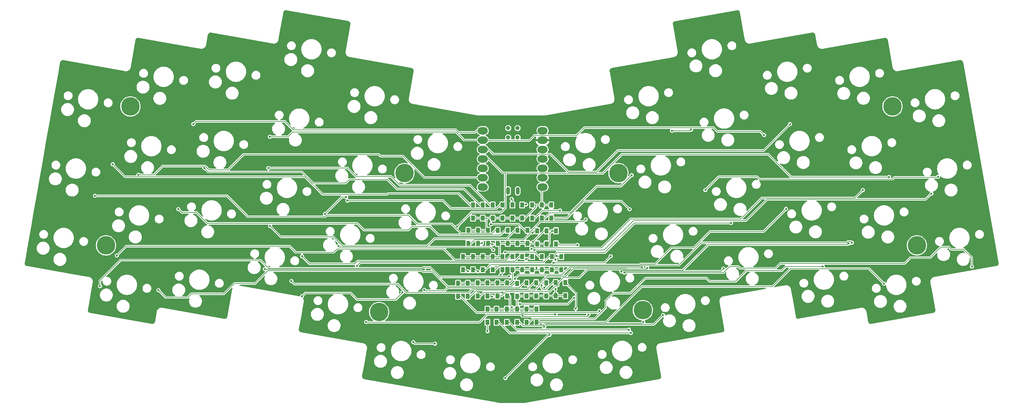
<source format=gbr>
%TF.GenerationSoftware,KiCad,Pcbnew,7.0.5*%
%TF.CreationDate,2023-10-19T00:16:17+09:00*%
%TF.ProjectId,keyboard_011 rev.2.0,6b657962-6f61-4726-945f-303131207265,Rev.2.0*%
%TF.SameCoordinates,Original*%
%TF.FileFunction,Copper,L1,Top*%
%TF.FilePolarity,Positive*%
%FSLAX46Y46*%
G04 Gerber Fmt 4.6, Leading zero omitted, Abs format (unit mm)*
G04 Created by KiCad (PCBNEW 7.0.5) date 2023-10-19 00:16:17*
%MOMM*%
%LPD*%
G01*
G04 APERTURE LIST*
%TA.AperFunction,SMDPad,CuDef*%
%ADD10R,1.000000X1.400000*%
%TD*%
%TA.AperFunction,ComponentPad*%
%ADD11C,5.000000*%
%TD*%
%TA.AperFunction,ComponentPad*%
%ADD12O,2.748280X1.998980*%
%TD*%
%TA.AperFunction,SMDPad,CuDef*%
%ADD13O,1.016000X2.032000*%
%TD*%
%TA.AperFunction,SMDPad,CuDef*%
%ADD14C,1.143000*%
%TD*%
%TA.AperFunction,ViaPad*%
%ADD15C,0.600000*%
%TD*%
%TA.AperFunction,Conductor*%
%ADD16C,0.150000*%
%TD*%
G04 APERTURE END LIST*
D10*
%TO.P,D47,1,K*%
%TO.N,Net-(D47-K)*%
X90592900Y292700D03*
%TO.P,D47,2,A*%
%TO.N,row03*%
X90592900Y3842700D03*
%TD*%
%TO.P,D36,1,K*%
%TO.N,row03*%
X85302200Y7293000D03*
%TO.P,D36,2,A*%
%TO.N,Net-(D36-A)*%
X85302200Y10843000D03*
%TD*%
%TO.P,D27,1,K*%
%TO.N,row02*%
X92030100Y14516700D03*
%TO.P,D27,2,A*%
%TO.N,Net-(D27-A)*%
X92030100Y18066700D03*
%TD*%
%TO.P,D5,1,K*%
%TO.N,row00*%
X86696100Y28486700D03*
%TO.P,D5,2,A*%
%TO.N,Net-(D5-A)*%
X86696100Y32036700D03*
%TD*%
%TO.P,D44,1,K*%
%TO.N,Net-(D44-K)*%
X82508200Y292700D03*
%TO.P,D44,2,A*%
%TO.N,row03*%
X82508200Y3842700D03*
%TD*%
%TO.P,D8,1,K*%
%TO.N,Net-(D8-K)*%
X94570100Y28486700D03*
%TO.P,D8,2,A*%
%TO.N,row00*%
X94570100Y32036700D03*
%TD*%
%TO.P,D29,1,K*%
%TO.N,row02*%
X97237100Y14516700D03*
%TO.P,D29,2,A*%
%TO.N,Net-(D29-A)*%
X97237100Y18066700D03*
%TD*%
%TO.P,D18,1,K*%
%TO.N,Net-(D18-K)*%
X95840100Y21505600D03*
%TO.P,D18,2,A*%
%TO.N,row01*%
X95840100Y25055600D03*
%TD*%
%TO.P,D32,1,K*%
%TO.N,Net-(D32-K)*%
X74631100Y7404700D03*
%TO.P,D32,2,A*%
%TO.N,row02*%
X74631100Y10954700D03*
%TD*%
%TO.P,D45,1,K*%
%TO.N,Net-(D45-K)*%
X85302200Y292700D03*
%TO.P,D45,2,A*%
%TO.N,row03*%
X85302200Y3842700D03*
%TD*%
%TO.P,D40,1,K*%
%TO.N,row03*%
X95706900Y7497700D03*
%TO.P,D40,2,A*%
%TO.N,Net-(D40-A)*%
X95706900Y11047700D03*
%TD*%
%TO.P,D37,1,K*%
%TO.N,row03*%
X87876300Y7401700D03*
%TO.P,D37,2,A*%
%TO.N,Net-(D37-A)*%
X87876300Y10951700D03*
%TD*%
%TO.P,D0,1,K*%
%TO.N,row00*%
X73361100Y28486700D03*
%TO.P,D0,2,A*%
%TO.N,Net-(D0-A)*%
X73361100Y32036700D03*
%TD*%
%TO.P,D10,1,K*%
%TO.N,Net-(D10-K)*%
X74758100Y21628700D03*
%TO.P,D10,2,A*%
%TO.N,row00*%
X74758100Y25178700D03*
%TD*%
%TO.P,D21,1,K*%
%TO.N,Net-(D21-K)*%
X76028100Y14512900D03*
%TO.P,D21,2,A*%
%TO.N,row01*%
X76028100Y18062900D03*
%TD*%
%TO.P,D39,1,K*%
%TO.N,row03*%
X93167000Y7449700D03*
%TO.P,D39,2,A*%
%TO.N,Net-(D39-A)*%
X93167000Y10999700D03*
%TD*%
%TO.P,D24,1,K*%
%TO.N,row02*%
X84029100Y14516700D03*
%TO.P,D24,2,A*%
%TO.N,Net-(D24-A)*%
X84029100Y18066700D03*
%TD*%
%TO.P,D42,1,K*%
%TO.N,Net-(D42-K)*%
X77298100Y292700D03*
%TO.P,D42,2,A*%
%TO.N,row03*%
X77298100Y3842700D03*
%TD*%
%TO.P,D6,1,K*%
%TO.N,Net-(D6-K)*%
X89363100Y28486800D03*
%TO.P,D6,2,A*%
%TO.N,row00*%
X89363100Y32036800D03*
%TD*%
%TO.P,D25,1,K*%
%TO.N,row02*%
X86696100Y14516700D03*
%TO.P,D25,2,A*%
%TO.N,Net-(D25-A)*%
X86696100Y18066700D03*
%TD*%
%TO.P,D31,1,K*%
%TO.N,Net-(D31-K)*%
X71964100Y7321900D03*
%TO.P,D31,2,A*%
%TO.N,row02*%
X71964100Y10871900D03*
%TD*%
%TO.P,D14,1,K*%
%TO.N,row01*%
X85426100Y21628700D03*
%TO.P,D14,2,A*%
%TO.N,Net-(D14-A)*%
X85426100Y25178700D03*
%TD*%
%TO.P,D38,1,K*%
%TO.N,row03*%
X90499900Y7449700D03*
%TO.P,D38,2,A*%
%TO.N,Net-(D38-A)*%
X90499900Y10999700D03*
%TD*%
%TO.P,D9,1,K*%
%TO.N,Net-(D9-K)*%
X72091100Y21628700D03*
%TO.P,D9,2,A*%
%TO.N,row00*%
X72091100Y25178700D03*
%TD*%
%TO.P,D30,1,K*%
%TO.N,Net-(D30-K)*%
X69297100Y7321900D03*
%TO.P,D30,2,A*%
%TO.N,row02*%
X69297100Y10871900D03*
%TD*%
%TO.P,D22,1,K*%
%TO.N,Net-(D22-K)*%
X78695100Y14512900D03*
%TO.P,D22,2,A*%
%TO.N,row01*%
X78695100Y18062900D03*
%TD*%
%TO.P,D23,1,K*%
%TO.N,Net-(D23-K)*%
X81362100Y14512900D03*
%TO.P,D23,2,A*%
%TO.N,row01*%
X81362100Y18062900D03*
%TD*%
%TO.P,D4,1,K*%
%TO.N,row00*%
X84029100Y28486700D03*
%TO.P,D4,2,A*%
%TO.N,Net-(D4-A)*%
X84029100Y32036700D03*
%TD*%
%TO.P,D43,1,K*%
%TO.N,Net-(D43-K)*%
X79714200Y292700D03*
%TO.P,D43,2,A*%
%TO.N,row03*%
X79714200Y3842700D03*
%TD*%
%TO.P,D46,1,K*%
%TO.N,Net-(D46-K)*%
X87876300Y292700D03*
%TO.P,D46,2,A*%
%TO.N,row03*%
X87876300Y3842700D03*
%TD*%
%TO.P,D35,1,K*%
%TO.N,Net-(D35-K)*%
X82632100Y7404700D03*
%TO.P,D35,2,A*%
%TO.N,row02*%
X82632100Y10954700D03*
%TD*%
%TO.P,D28,1,K*%
%TO.N,row02*%
X94697100Y14516700D03*
%TO.P,D28,2,A*%
%TO.N,Net-(D28-A)*%
X94697100Y18066700D03*
%TD*%
%TO.P,D26,1,K*%
%TO.N,row02*%
X89363100Y14516700D03*
%TO.P,D26,2,A*%
%TO.N,Net-(D26-A)*%
X89363100Y18066700D03*
%TD*%
%TO.P,D2,1,K*%
%TO.N,row00*%
X78695100Y28486800D03*
%TO.P,D2,2,A*%
%TO.N,Net-(D2-A)*%
X78695100Y32036800D03*
%TD*%
%TO.P,D1,1,K*%
%TO.N,row00*%
X76028100Y28486800D03*
%TO.P,D1,2,A*%
%TO.N,Net-(D1-A)*%
X76028100Y32036800D03*
%TD*%
%TO.P,D34,1,K*%
%TO.N,Net-(D34-K)*%
X79965100Y7404800D03*
%TO.P,D34,2,A*%
%TO.N,row02*%
X79965100Y10954800D03*
%TD*%
%TO.P,D20,1,K*%
%TO.N,Net-(D20-K)*%
X73361100Y14512900D03*
%TO.P,D20,2,A*%
%TO.N,row01*%
X73361100Y18062900D03*
%TD*%
%TO.P,D12,1,K*%
%TO.N,row01*%
X80092100Y21628700D03*
%TO.P,D12,2,A*%
%TO.N,Net-(D12-A)*%
X80092100Y25178700D03*
%TD*%
%TO.P,D33,1,K*%
%TO.N,Net-(D33-K)*%
X77298100Y7404700D03*
%TO.P,D33,2,A*%
%TO.N,row02*%
X77298100Y10954700D03*
%TD*%
%TO.P,D3,1,K*%
%TO.N,row00*%
X81362100Y28486700D03*
%TO.P,D3,2,A*%
%TO.N,Net-(D3-A)*%
X81362100Y32036700D03*
%TD*%
%TO.P,D41,1,K*%
%TO.N,row03*%
X98374000Y7497700D03*
%TO.P,D41,2,A*%
%TO.N,Net-(D41-A)*%
X98374000Y11047700D03*
%TD*%
%TO.P,D11,1,K*%
%TO.N,Net-(D11-K)*%
X77425100Y21628700D03*
%TO.P,D11,2,A*%
%TO.N,row00*%
X77425100Y25178700D03*
%TD*%
%TO.P,D13,1,K*%
%TO.N,row01*%
X82759100Y21628700D03*
%TO.P,D13,2,A*%
%TO.N,Net-(D13-A)*%
X82759100Y25178700D03*
%TD*%
%TO.P,D17,1,K*%
%TO.N,row01*%
X93300100Y21505600D03*
%TO.P,D17,2,A*%
%TO.N,Net-(D17-A)*%
X93300100Y25055600D03*
%TD*%
%TO.P,D7,1,K*%
%TO.N,Net-(D7-K)*%
X92030100Y28486700D03*
%TO.P,D7,2,A*%
%TO.N,row00*%
X92030100Y32036700D03*
%TD*%
%TO.P,D19,1,K*%
%TO.N,Net-(D19-K)*%
X70694100Y14512900D03*
%TO.P,D19,2,A*%
%TO.N,row01*%
X70694100Y18062900D03*
%TD*%
%TO.P,D16,1,K*%
%TO.N,row01*%
X90760100Y21505600D03*
%TO.P,D16,2,A*%
%TO.N,Net-(D16-A)*%
X90760100Y25055600D03*
%TD*%
%TO.P,D15,1,K*%
%TO.N,row01*%
X88093100Y21628800D03*
%TO.P,D15,2,A*%
%TO.N,Net-(D15-A)*%
X88093100Y25178800D03*
%TD*%
D11*
%TO.P,H6,*%
%TO.N,*%
X193506200Y21117800D03*
%TD*%
%TO.P,H4,*%
%TO.N,*%
X-25949800Y21117700D03*
%TD*%
%TO.P,H1,*%
%TO.N,*%
X54822200Y40675700D03*
%TD*%
%TO.P,H7,*%
%TO.N,*%
X119338200Y3591700D03*
%TD*%
%TO.P,H3,*%
%TO.N,*%
X186902200Y58709700D03*
%TD*%
%TO.P,H2,*%
%TO.N,*%
X112734200Y40675700D03*
%TD*%
%TO.P,H0,*%
%TO.N,*%
X-19345800Y58709700D03*
%TD*%
D12*
%TO.P,U0,1,P26*%
%TO.N,col02*%
X76018700Y52153800D03*
%TO.P,U0,2,P27*%
%TO.N,col03*%
X76018700Y49613800D03*
%TO.P,U0,3,P28*%
%TO.N,col04*%
X76018700Y47073800D03*
%TO.P,U0,4,P29*%
%TO.N,col05*%
X76018700Y44533800D03*
%TO.P,U0,5,P6*%
%TO.N,col00*%
X76018700Y41993800D03*
%TO.P,U0,6,P7*%
%TO.N,col01*%
X76018700Y39453800D03*
%TO.P,U0,7,P0*%
%TO.N,unconnected-(U0-P0-Pad7)*%
X76018700Y36913800D03*
%TO.P,U0,8,P1*%
%TO.N,row00*%
X92207900Y36913800D03*
%TO.P,U0,9,P2*%
%TO.N,row01*%
X92207900Y39453800D03*
%TO.P,U0,10,P4*%
%TO.N,row03*%
X92207900Y41993800D03*
%TO.P,U0,11,P3*%
%TO.N,row02*%
X92207900Y44533800D03*
%TO.P,U0,12,3V3*%
%TO.N,unconnected-(U0-3V3-Pad12)*%
X92207900Y47073800D03*
%TO.P,U0,13,GND*%
%TO.N,GND*%
X92182500Y49613800D03*
%TO.P,U0,14,5V*%
%TO.N,unconnected-(U0-5V-Pad14)*%
X92207900Y52153800D03*
D13*
%TO.P,U0,15,5V*%
%TO.N,unconnected-(U0-5V-Pad15)*%
X82897900Y35843600D03*
%TO.P,U0,16,GND*%
%TO.N,unconnected-(U0-GND-Pad16)*%
X85447900Y35843600D03*
D14*
%TO.P,U0,17,PA31_SWDIO*%
%TO.N,unconnected-(U0-PA31_SWDIO-Pad17)*%
X82896703Y52847787D03*
%TO.P,U0,18,PA30_SWCLK*%
%TO.N,unconnected-(U0-PA30_SWCLK-Pad18)*%
X85436703Y52847787D03*
%TO.P,U0,19,RESET*%
%TO.N,unconnected-(U0-RESET-Pad19)*%
X82896703Y50307787D03*
%TO.P,U0,20,GND*%
%TO.N,unconnected-(U0-GND-Pad20)*%
X85436703Y50307787D03*
%TD*%
D11*
%TO.P,H5,*%
%TO.N,*%
X47964200Y3083700D03*
%TD*%
D15*
%TO.N,Net-(D41-A)*%
X101168000Y3988000D03*
X94056000Y-3124000D03*
X82118000Y-14808000D03*
%TO.N,Net-(D42-K)*%
X77292000Y-2108000D03*
%TO.N,Net-(D47-K)*%
X184620300Y10751800D03*
%TO.N,Net-(D46-K)*%
X168044300Y15342300D03*
%TO.N,Net-(D45-K)*%
X119466200Y361100D03*
%TO.N,Net-(D44-K)*%
X115573400Y-1687800D03*
%TO.N,Net-(D43-K)*%
X116105300Y-2581400D03*
%TO.N,Net-(D40-A)*%
X91878600Y10308000D03*
X63088800Y-5491800D03*
X57217500Y-5073600D03*
%TO.N,Net-(D39-A)*%
X44440000Y393000D03*
X95675300Y2387500D03*
X92656900Y9676700D03*
%TO.N,Net-(D38-A)*%
X24225500Y11465300D03*
%TO.N,Net-(D37-A)*%
X27104900Y7356900D03*
X54236800Y8404400D03*
X60183800Y9084200D03*
%TO.N,Net-(D36-A)*%
X-11771100Y9003400D03*
%TO.N,Net-(D35-K)*%
X83905200Y4386200D03*
X86789600Y2096400D03*
X104613200Y2361400D03*
X114337400Y13740000D03*
X208386900Y15376600D03*
%TO.N,Net-(D34-K)*%
X175015000Y21619100D03*
%TO.N,Net-(D33-K)*%
X141155700Y14829000D03*
X113525000Y14017300D03*
X100759600Y6915400D03*
X86116300Y5231100D03*
X78580600Y7266900D03*
%TO.N,Net-(D32-K)*%
X124796700Y2238600D03*
X92624400Y-919800D03*
X81298600Y8385600D03*
%TO.N,Net-(D31-K)*%
X120502000Y14917200D03*
%TO.N,Net-(D30-K)*%
X107583800Y3367400D03*
%TO.N,Net-(D29-A)*%
X95967100Y18239400D03*
%TO.N,Net-(D28-A)*%
X41936500Y15537200D03*
%TO.N,Net-(D27-A)*%
X36944800Y20976500D03*
X78864700Y19897800D03*
X82097900Y19244800D03*
%TO.N,Net-(D26-A)*%
X17060000Y14696200D03*
X60054200Y14570700D03*
X87735500Y17425000D03*
%TO.N,Net-(D25-A)*%
X27123000Y18161200D03*
%TO.N,Net-(D24-A)*%
X-23022300Y18356100D03*
%TO.N,Net-(D23-K)*%
X199233000Y39680400D03*
X136253900Y36085800D03*
X80848400Y13115300D03*
X84704200Y12092900D03*
X119091500Y15227300D03*
%TO.N,Net-(D22-K)*%
X175907600Y21806600D03*
%TO.N,Net-(D21-K)*%
X158102500Y30968800D03*
%TO.N,Net-(D20-K)*%
X143231000Y27162600D03*
X95723200Y17220700D03*
X74694600Y14079000D03*
%TO.N,Net-(D19-K)*%
X110636400Y18157400D03*
X95127000Y16362500D03*
X72027600Y14079000D03*
%TO.N,Net-(D18-K)*%
X101642600Y21213800D03*
%TO.N,Net-(D17-A)*%
X89607800Y22038400D03*
%TO.N,Net-(D16-A)*%
X89426600Y24556500D03*
%TO.N,Net-(D15-A)*%
X78204600Y26832800D03*
%TO.N,Net-(D14-A)*%
X18465800Y26338200D03*
%TO.N,Net-(D13-A)*%
X-6380500Y30925500D03*
%TO.N,Net-(D12-A)*%
X-28968800Y34525600D03*
%TO.N,Net-(D11-K)*%
X197450900Y35116200D03*
X90000100Y19897800D03*
X78644100Y21381500D03*
%TO.N,Net-(D10-K)*%
X178878200Y36085800D03*
X89166500Y20143900D03*
X75825300Y21736400D03*
%TO.N,Net-(D9-K)*%
X103862900Y28138800D03*
%TO.N,Net-(D8-K)*%
X115755600Y30878900D03*
%TO.N,Net-(D7-K)*%
X116305100Y40098900D03*
%TO.N,Net-(D6-K)*%
X96911400Y30556900D03*
%TO.N,Net-(D5-A)*%
X87735500Y32180500D03*
%TO.N,Net-(D4-A)*%
X83819000Y33667700D03*
%TO.N,Net-(D3-A)*%
X39366700Y33218100D03*
%TO.N,Net-(D2-A)*%
X17988600Y42034600D03*
%TO.N,col05*%
X185977600Y39590300D03*
X69088000Y26172600D03*
%TO.N,col04*%
X159187300Y53932200D03*
X39039200Y34191600D03*
X33318800Y29626500D03*
%TO.N,col03*%
X18374600Y50500100D03*
X152142800Y50957800D03*
%TO.N,Net-(D1-A)*%
X642200Y42034600D03*
%TO.N,Net-(D0-A)*%
X-24145100Y43059000D03*
%TO.N,row03*%
X95701400Y9272700D03*
%TO.N,row02*%
X90554300Y15024600D03*
%TO.N,row01*%
X94778100Y25015500D03*
%TO.N,col00*%
X83143900Y12717800D03*
X-27592700Y10056000D03*
%TO.N,col01*%
X-17181400Y40210400D03*
%TO.N,col02*%
X127212000Y52125700D03*
X132383400Y52430800D03*
X-2328400Y53932200D03*
%TD*%
D16*
%TO.N,Net-(D41-A)*%
X101284600Y8137100D02*
X98374000Y11047700D01*
X101284600Y4104600D02*
X101284600Y8137100D01*
X101168000Y3988000D02*
X101284600Y4104600D01*
X93802000Y-3124000D02*
X82118000Y-14808000D01*
X94056000Y-3124000D02*
X93802000Y-3124000D01*
%TO.N,Net-(D34-K)*%
X81080300Y7404800D02*
X79965100Y7404800D01*
X94091800Y8607600D02*
X82283100Y8607600D01*
X95606900Y10122700D02*
X94091800Y8607600D01*
X96431900Y10122700D02*
X95606900Y10122700D01*
X96431900Y10947700D02*
X96431900Y10122700D01*
X97854200Y12370000D02*
X96431900Y10947700D01*
X104295100Y14565200D02*
X102099900Y12370000D01*
X102099900Y12370000D02*
X97854200Y12370000D01*
X114679400Y14565200D02*
X104295100Y14565200D01*
X114860100Y14384500D02*
X114679400Y14565200D01*
X174695800Y21299900D02*
X136996600Y21299900D01*
X130081200Y14384500D02*
X114860100Y14384500D01*
X175015000Y21619100D02*
X174695800Y21299900D01*
X136996600Y21299900D02*
X130081200Y14384500D01*
X82283100Y8607600D02*
X81080300Y7404800D01*
%TO.N,Net-(D42-K)*%
X77298100Y-2101900D02*
X77298100Y292700D01*
X77292000Y-2108000D02*
X77298100Y-2101900D01*
%TO.N,Net-(D47-K)*%
X180554900Y14817200D02*
X184620300Y10751800D01*
X159266000Y14817200D02*
X180554900Y14817200D01*
X154375400Y9926600D02*
X159266000Y14817200D01*
X118978300Y9926600D02*
X154375400Y9926600D01*
X109344400Y292700D02*
X118978300Y9926600D01*
X90592900Y292700D02*
X109344400Y292700D01*
%TO.N,Net-(D46-K)*%
X87876300Y292700D02*
X88601400Y292700D01*
X157914900Y15342300D02*
X168044300Y15342300D01*
X156848400Y14275800D02*
X157914900Y15342300D01*
X147326300Y14275800D02*
X156848400Y14275800D01*
X144439300Y11388800D02*
X147326300Y14275800D01*
X137486400Y11388800D02*
X144439300Y11388800D01*
X136661100Y12214100D02*
X137486400Y11388800D01*
X119984000Y12214100D02*
X136661100Y12214100D01*
X115965500Y8195600D02*
X119984000Y12214100D01*
X111325200Y8195600D02*
X115965500Y8195600D01*
X109307100Y6177500D02*
X111325200Y8195600D01*
X109307100Y4276100D02*
X109307100Y6177500D01*
X106248900Y1217900D02*
X109307100Y4276100D01*
X89526600Y1217900D02*
X106248900Y1217900D01*
X88601400Y292700D02*
X89526600Y1217900D01*
%TO.N,Net-(D45-K)*%
X85302200Y292700D02*
X86027300Y292700D01*
X86990500Y-670500D02*
X86027300Y292700D01*
X92131100Y-670500D02*
X86990500Y-670500D01*
X92794100Y-7500D02*
X92131100Y-670500D01*
X119097600Y-7500D02*
X92794100Y-7500D01*
X119466200Y361100D02*
X119097600Y-7500D01*
%TO.N,Net-(D44-K)*%
X85213800Y-1687800D02*
X83233300Y292700D01*
X115573400Y-1687800D02*
X85213800Y-1687800D01*
X82508200Y292700D02*
X83233300Y292700D01*
%TO.N,Net-(D43-K)*%
X83313400Y-2581400D02*
X80439300Y292700D01*
X116105300Y-2581400D02*
X83313400Y-2581400D01*
X79714200Y292700D02*
X80439300Y292700D01*
%TO.N,Net-(D40-A)*%
X91878600Y9630400D02*
X91878600Y10308000D01*
X92357500Y9151500D02*
X91878600Y9630400D01*
X93085600Y9151500D02*
X92357500Y9151500D01*
X94981800Y11047700D02*
X93085600Y9151500D01*
X57635700Y-5491800D02*
X57217500Y-5073600D01*
X63088800Y-5491800D02*
X57635700Y-5491800D01*
X95706900Y11047700D02*
X94981800Y11047700D01*
%TO.N,Net-(D39-A)*%
X93054800Y10074600D02*
X93167000Y10074600D01*
X92656900Y9676700D02*
X93054800Y10074600D01*
X93167000Y10999700D02*
X93167000Y10074600D01*
X44513800Y319200D02*
X44440000Y393000D01*
X75140400Y319200D02*
X44513800Y319200D01*
X77208700Y2387500D02*
X75140400Y319200D01*
X86338100Y2387500D02*
X77208700Y2387500D01*
X86572100Y2621500D02*
X86338100Y2387500D01*
X87007200Y2621500D02*
X86572100Y2621500D01*
X87241200Y2387500D02*
X87007200Y2621500D01*
X95675300Y2387500D02*
X87241200Y2387500D01*
%TO.N,Net-(D38-A)*%
X88092400Y9317300D02*
X89774800Y10999700D01*
X73245700Y9317300D02*
X88092400Y9317300D01*
X72233000Y8304600D02*
X73245700Y9317300D01*
X55341600Y8304600D02*
X72233000Y8304600D01*
X52998300Y10647900D02*
X55341600Y8304600D01*
X25042900Y10647900D02*
X52998300Y10647900D01*
X24225500Y11465300D02*
X25042900Y10647900D01*
X90499900Y10999700D02*
X89774800Y10999700D01*
%TO.N,Net-(D37-A)*%
X54236800Y8224100D02*
X54236800Y8404400D01*
X52498300Y6485600D02*
X54236800Y8224100D01*
X42021400Y6485600D02*
X52498300Y6485600D01*
X40301500Y8205500D02*
X42021400Y6485600D01*
X27953500Y8205500D02*
X40301500Y8205500D01*
X27104900Y7356900D02*
X27953500Y8205500D01*
X85817000Y9617500D02*
X87151200Y10951700D01*
X66396200Y9617500D02*
X85817000Y9617500D01*
X65644000Y8865300D02*
X66396200Y9617500D01*
X60402700Y8865300D02*
X65644000Y8865300D01*
X60183800Y9084200D02*
X60402700Y8865300D01*
X87876300Y10951700D02*
X87151200Y10951700D01*
%TO.N,Net-(D36-A)*%
X85302200Y10843000D02*
X84577100Y10843000D01*
X83680800Y9946700D02*
X84577100Y10843000D01*
X66510100Y9946700D02*
X83680800Y9946700D01*
X62411200Y14045600D02*
X66510100Y9946700D01*
X59836700Y14045600D02*
X62411200Y14045600D01*
X59619000Y14263300D02*
X59836700Y14045600D01*
X17830100Y14263300D02*
X59619000Y14263300D01*
X14350000Y10783200D02*
X17830100Y14263300D01*
X8797800Y10783200D02*
X14350000Y10783200D01*
X5999900Y7985300D02*
X8797800Y10783200D01*
X-2843400Y7985300D02*
X5999900Y7985300D01*
X-3794100Y7034600D02*
X-2843400Y7985300D01*
X-9802300Y7034600D02*
X-3794100Y7034600D01*
X-11771100Y9003400D02*
X-9802300Y7034600D01*
%TO.N,Net-(D35-K)*%
X83357200Y4934200D02*
X83905200Y4386200D01*
X83357200Y7404700D02*
X83357200Y4934200D01*
X104114100Y1862300D02*
X104613200Y2361400D01*
X87023700Y1862300D02*
X104114100Y1862300D01*
X86789600Y2096400D02*
X87023700Y1862300D01*
X208386900Y17811300D02*
X208386900Y15376600D01*
X206162500Y20035700D02*
X208386900Y17811300D01*
X202849500Y20035700D02*
X206162500Y20035700D01*
X202286300Y20598900D02*
X202849500Y20035700D01*
X199931500Y20598900D02*
X202286300Y20598900D01*
X197113900Y17781300D02*
X199931500Y20598900D01*
X191702900Y17781300D02*
X197113900Y17781300D01*
X190117700Y16196100D02*
X191702900Y17781300D01*
X156533000Y16196100D02*
X190117700Y16196100D01*
X155254700Y14917800D02*
X156533000Y16196100D01*
X145654900Y14917800D02*
X155254700Y14917800D01*
X145203800Y15368900D02*
X145654900Y14917800D01*
X142803100Y15368900D02*
X145203800Y15368900D01*
X141174200Y13740000D02*
X142803100Y15368900D01*
X114337400Y13740000D02*
X141174200Y13740000D01*
X82632100Y7404700D02*
X83357200Y7404700D01*
%TO.N,Net-(D33-K)*%
X99075300Y5231100D02*
X86116300Y5231100D01*
X100759600Y6915400D02*
X99075300Y5231100D01*
X78161000Y7266900D02*
X78023200Y7404700D01*
X78580600Y7266900D02*
X78161000Y7266900D01*
X77298100Y7404700D02*
X78023200Y7404700D01*
X113772800Y14265100D02*
X113525000Y14017300D01*
X114555000Y14265100D02*
X113772800Y14265100D01*
X114740800Y14079300D02*
X114555000Y14265100D01*
X140406000Y14079300D02*
X114740800Y14079300D01*
X141155700Y14829000D02*
X140406000Y14079300D01*
%TO.N,Net-(D32-K)*%
X93236500Y-307700D02*
X92624400Y-919800D01*
X122250400Y-307700D02*
X93236500Y-307700D01*
X124796700Y2238600D02*
X122250400Y-307700D01*
X76337100Y8385600D02*
X75356200Y7404700D01*
X81298600Y8385600D02*
X76337100Y8385600D01*
X74631100Y7404700D02*
X75356200Y7404700D01*
%TO.N,Net-(D31-K)*%
X71964100Y7321900D02*
X72689200Y7321900D01*
X74384400Y9017100D02*
X72689200Y7321900D01*
X90080700Y9017100D02*
X74384400Y9017100D01*
X91353500Y10289900D02*
X90080700Y9017100D01*
X91353500Y10707300D02*
X91353500Y10289900D01*
X93404400Y12758200D02*
X91353500Y10707300D01*
X98450700Y12758200D02*
X93404400Y12758200D01*
X100557800Y14865300D02*
X98450700Y12758200D01*
X114803800Y14865300D02*
X100557800Y14865300D01*
X114966900Y14702200D02*
X114803800Y14865300D01*
X120287000Y14702200D02*
X114966900Y14702200D01*
X120502000Y14917200D02*
X120287000Y14702200D01*
%TO.N,Net-(D30-K)*%
X69297100Y7321900D02*
X70022200Y7321900D01*
X74426600Y2917500D02*
X70022200Y7321900D01*
X86443600Y2917500D02*
X74426600Y2917500D01*
X86447700Y2921600D02*
X86443600Y2917500D01*
X87131600Y2921600D02*
X86447700Y2921600D01*
X87135700Y2917500D02*
X87131600Y2921600D01*
X107133900Y2917500D02*
X87135700Y2917500D01*
X107583800Y3367400D02*
X107133900Y2917500D01*
%TO.N,Net-(D29-A)*%
X96339300Y18239400D02*
X96512000Y18066700D01*
X95967100Y18239400D02*
X96339300Y18239400D01*
X97237100Y18066700D02*
X96512000Y18066700D01*
%TO.N,Net-(D28-A)*%
X92390500Y16485200D02*
X93972000Y18066700D01*
X42884500Y16485200D02*
X92390500Y16485200D01*
X41936500Y15537200D02*
X42884500Y16485200D01*
X94697100Y18066700D02*
X93972000Y18066700D01*
%TO.N,Net-(D27-A)*%
X78110000Y20652500D02*
X78864700Y19897800D01*
X37268800Y20652500D02*
X78110000Y20652500D01*
X36944800Y20976500D02*
X37268800Y20652500D01*
X90126900Y19244800D02*
X91305000Y18066700D01*
X82097900Y19244800D02*
X90126900Y19244800D01*
X92030100Y18066700D02*
X91305000Y18066700D01*
%TO.N,Net-(D26-A)*%
X17185500Y14570700D02*
X60054200Y14570700D01*
X17060000Y14696200D02*
X17185500Y14570700D01*
X87996300Y17425000D02*
X88638000Y18066700D01*
X87735500Y17425000D02*
X87996300Y17425000D01*
X89363100Y18066700D02*
X88638000Y18066700D01*
%TO.N,Net-(D25-A)*%
X84689800Y16785500D02*
X85971000Y18066700D01*
X42011900Y16785500D02*
X84689800Y16785500D01*
X41349400Y16123000D02*
X42011900Y16785500D01*
X29161200Y16123000D02*
X41349400Y16123000D01*
X27123000Y18161200D02*
X29161200Y16123000D01*
X86696100Y18066700D02*
X85971000Y18066700D01*
%TO.N,Net-(D24-A)*%
X82375000Y17137700D02*
X83304000Y18066700D01*
X68518700Y17137700D02*
X82375000Y17137700D01*
X65500100Y20156300D02*
X68518700Y17137700D01*
X36559300Y20156300D02*
X65500100Y20156300D01*
X35622600Y19219600D02*
X36559300Y20156300D01*
X25445100Y19219600D02*
X35622600Y19219600D01*
X23764400Y20900300D02*
X25445100Y19219600D01*
X-20478100Y20900300D02*
X23764400Y20900300D01*
X-23022300Y18356100D02*
X-20478100Y20900300D01*
X84029100Y18066700D02*
X83304000Y18066700D01*
%TO.N,Net-(D23-K)*%
X139860300Y39692200D02*
X136253900Y36085800D01*
X150234900Y39692200D02*
X139860300Y39692200D01*
X150900400Y39026700D02*
X150234900Y39692200D01*
X186917100Y39026700D02*
X150900400Y39026700D01*
X187405800Y39515400D02*
X186917100Y39026700D01*
X199068000Y39515400D02*
X187405800Y39515400D01*
X199233000Y39680400D02*
X199068000Y39515400D01*
X81320900Y13587800D02*
X80848400Y13115300D01*
X81362100Y13587800D02*
X81320900Y13587800D01*
X99537700Y15227300D02*
X119091500Y15227300D01*
X97368800Y13058400D02*
X99537700Y15227300D01*
X85669700Y13058400D02*
X97368800Y13058400D01*
X84704200Y12092900D02*
X85669700Y13058400D01*
X81362100Y14512900D02*
X81362100Y13587800D01*
%TO.N,Net-(D22-K)*%
X78695100Y14512900D02*
X79420200Y14512900D01*
X80498600Y15591300D02*
X79420200Y14512900D01*
X94731100Y15591300D02*
X80498600Y15591300D01*
X94785100Y15537300D02*
X94731100Y15591300D01*
X118658900Y15537300D02*
X94785100Y15537300D01*
X118874000Y15752400D02*
X118658900Y15537300D01*
X129044000Y15752400D02*
X118874000Y15752400D01*
X135098200Y21806600D02*
X129044000Y15752400D01*
X174460000Y21806600D02*
X135098200Y21806600D01*
X174460000Y21806700D02*
X174460000Y21806600D01*
X174797500Y22144200D02*
X174460000Y21806700D01*
X175570000Y22144200D02*
X174797500Y22144200D01*
X175907600Y21806600D02*
X175570000Y22144200D01*
%TO.N,Net-(D21-K)*%
X76028100Y14512900D02*
X76753200Y14512900D01*
X78131800Y15891500D02*
X76753200Y14512900D01*
X94855400Y15891500D02*
X78131800Y15891500D01*
X94909500Y15837400D02*
X94855400Y15891500D01*
X118534500Y15837400D02*
X94909500Y15837400D01*
X118749600Y16052500D02*
X118534500Y15837400D01*
X122623000Y16052500D02*
X118749600Y16052500D01*
X127069000Y20498500D02*
X122623000Y16052500D01*
X133184600Y20498500D02*
X127069000Y20498500D01*
X137558100Y24872000D02*
X133184600Y20498500D01*
X152005700Y24872000D02*
X137558100Y24872000D01*
X158102500Y30968800D02*
X152005700Y24872000D01*
%TO.N,Net-(D20-K)*%
X95441900Y17502000D02*
X95723200Y17220700D01*
X95441900Y18502700D02*
X95441900Y17502000D01*
X96081000Y19141800D02*
X95441900Y18502700D01*
X109034200Y19141800D02*
X96081000Y19141800D01*
X117055000Y27162600D02*
X109034200Y19141800D01*
X143231000Y27162600D02*
X117055000Y27162600D01*
X74520100Y14079000D02*
X74086200Y14512900D01*
X74694600Y14079000D02*
X74520100Y14079000D01*
X73361100Y14512900D02*
X74086200Y14512900D01*
%TO.N,Net-(D19-K)*%
X108841500Y16362500D02*
X95127000Y16362500D01*
X110636400Y18157400D02*
X108841500Y16362500D01*
X71853100Y14079000D02*
X71419200Y14512900D01*
X72027600Y14079000D02*
X71853100Y14079000D01*
X70694100Y14512900D02*
X71419200Y14512900D01*
%TO.N,Net-(D18-K)*%
X96857000Y21213800D02*
X96565200Y21505600D01*
X101642600Y21213800D02*
X96857000Y21213800D01*
X95840100Y21505600D02*
X96565200Y21505600D01*
%TO.N,Net-(D17-A)*%
X92575000Y25005600D02*
X92575000Y25055600D01*
X89607800Y22038400D02*
X92575000Y25005600D01*
X93300100Y25055600D02*
X92575000Y25055600D01*
%TO.N,Net-(D16-A)*%
X89535900Y24556500D02*
X90035000Y25055600D01*
X89426600Y24556500D02*
X89535900Y24556500D01*
X90760100Y25055600D02*
X90035000Y25055600D01*
%TO.N,Net-(D15-A)*%
X85714000Y26832800D02*
X78204600Y26832800D01*
X87368000Y25178800D02*
X85714000Y26832800D01*
X88093100Y25178800D02*
X87368000Y25178800D01*
%TO.N,Net-(D14-A)*%
X21409900Y23394100D02*
X18465800Y26338200D01*
X35614100Y23394100D02*
X21409900Y23394100D01*
X38036300Y20971900D02*
X35614100Y23394100D01*
X60996800Y20971900D02*
X38036300Y20971900D01*
X62944100Y22919200D02*
X60996800Y20971900D01*
X82441500Y22919200D02*
X62944100Y22919200D01*
X84701000Y25178700D02*
X82441500Y22919200D01*
X85426100Y25178700D02*
X84701000Y25178700D01*
%TO.N,Net-(D13-A)*%
X-5466000Y30011000D02*
X-6380500Y30925500D01*
X-1438400Y30011000D02*
X-5466000Y30011000D01*
X1496600Y27076000D02*
X-1438400Y30011000D01*
X42025200Y27076000D02*
X1496600Y27076000D01*
X43819100Y25282100D02*
X42025200Y27076000D01*
X55907500Y25282100D02*
X43819100Y25282100D01*
X56861200Y26235800D02*
X55907500Y25282100D01*
X61760600Y26235800D02*
X56861200Y26235800D01*
X64091600Y23904800D02*
X61760600Y26235800D01*
X80760100Y23904800D02*
X64091600Y23904800D01*
X82034000Y25178700D02*
X80760100Y23904800D01*
X82759100Y25178700D02*
X82034000Y25178700D01*
%TO.N,Net-(D12-A)*%
X80092100Y25178700D02*
X79367000Y25178700D01*
X78441800Y24253500D02*
X79367000Y25178700D01*
X70264500Y24253500D02*
X78441800Y24253500D01*
X67599500Y26918500D02*
X70264500Y24253500D01*
X58251000Y26918500D02*
X67599500Y26918500D01*
X55882200Y29287300D02*
X58251000Y26918500D01*
X33722300Y29287300D02*
X55882200Y29287300D01*
X33310000Y28875000D02*
X33722300Y29287300D01*
X12479600Y28875000D02*
X33310000Y28875000D01*
X6829000Y34525600D02*
X12479600Y28875000D01*
X-28968800Y34525600D02*
X6829000Y34525600D01*
%TO.N,Net-(D11-K)*%
X108861500Y19897800D02*
X90000100Y19897800D01*
X116786100Y27822400D02*
X108861500Y19897800D01*
X147203200Y27822400D02*
X116786100Y27822400D01*
X152979400Y33598600D02*
X147203200Y27822400D01*
X195933300Y33598600D02*
X152979400Y33598600D01*
X197450900Y35116200D02*
X195933300Y33598600D01*
X78397400Y21381500D02*
X78150200Y21628700D01*
X78644100Y21381500D02*
X78397400Y21381500D01*
X77425100Y21628700D02*
X78150200Y21628700D01*
%TO.N,Net-(D10-K)*%
X75590900Y21736400D02*
X75483200Y21628700D01*
X75825300Y21736400D02*
X75590900Y21736400D01*
X74758100Y21628700D02*
X75483200Y21628700D01*
X89445500Y20422900D02*
X89166500Y20143900D01*
X108157400Y20422900D02*
X89445500Y20422900D01*
X116004200Y28269700D02*
X108157400Y20422900D01*
X145881200Y28269700D02*
X116004200Y28269700D01*
X151510300Y33898800D02*
X145881200Y28269700D01*
X176691200Y33898800D02*
X151510300Y33898800D01*
X178878200Y36085800D02*
X176691200Y33898800D01*
%TO.N,Net-(D9-K)*%
X103276800Y27552700D02*
X103862900Y28138800D01*
X91605600Y27552700D02*
X103276800Y27552700D01*
X88859900Y24807000D02*
X91605600Y27552700D01*
X88859900Y24372000D02*
X88859900Y24807000D01*
X87106900Y22619000D02*
X88859900Y24372000D01*
X73806500Y22619000D02*
X87106900Y22619000D01*
X72816200Y21628700D02*
X73806500Y22619000D01*
X72091100Y21628700D02*
X72816200Y21628700D01*
%TO.N,Net-(D8-K)*%
X113590700Y33043800D02*
X115755600Y30878900D01*
X103274500Y33043800D02*
X113590700Y33043800D01*
X98717400Y28486700D02*
X103274500Y33043800D01*
X94570100Y28486700D02*
X98717400Y28486700D01*
%TO.N,Net-(D7-K)*%
X113344500Y37138300D02*
X116305100Y40098900D01*
X106907000Y37138300D02*
X113344500Y37138300D01*
X99706600Y29937900D02*
X106907000Y37138300D01*
X94206400Y29937900D02*
X99706600Y29937900D01*
X92755200Y28486700D02*
X94206400Y29937900D01*
X92030100Y28486700D02*
X92755200Y28486700D01*
%TO.N,Net-(D6-K)*%
X92158300Y30556900D02*
X96911400Y30556900D01*
X90088200Y28486800D02*
X92158300Y30556900D01*
X89363100Y28486800D02*
X90088200Y28486800D01*
%TO.N,Net-(D5-A)*%
X87565000Y32180500D02*
X87421200Y32036700D01*
X87735500Y32180500D02*
X87565000Y32180500D01*
X86696100Y32036700D02*
X87421200Y32036700D01*
%TO.N,Net-(D4-A)*%
X84029100Y33457600D02*
X84029100Y32036700D01*
X83819000Y33667700D02*
X84029100Y33457600D01*
%TO.N,Net-(D3-A)*%
X65329100Y33218100D02*
X39366700Y33218100D01*
X67453800Y31093400D02*
X65329100Y33218100D01*
X79693700Y31093400D02*
X67453800Y31093400D01*
X80637000Y32036700D02*
X79693700Y31093400D01*
X81362100Y32036700D02*
X80637000Y32036700D01*
%TO.N,Net-(D2-A)*%
X39444000Y42034600D02*
X17988600Y42034600D01*
X41716400Y39762200D02*
X39444000Y42034600D01*
X51237000Y39762200D02*
X41716400Y39762200D01*
X53628700Y37370500D02*
X51237000Y39762200D01*
X72636300Y37370500D02*
X53628700Y37370500D01*
X77970000Y32036800D02*
X72636300Y37370500D01*
X78695100Y32036800D02*
X77970000Y32036800D01*
%TO.N,col05*%
X76518700Y44533800D02*
X77618000Y44533800D01*
X73018000Y30102600D02*
X69088000Y26172600D01*
X80998400Y30102600D02*
X73018000Y30102600D01*
X82087300Y31191500D02*
X80998400Y30102600D01*
X82087300Y40723800D02*
X82087300Y31191500D01*
X81428000Y40723800D02*
X77618000Y44533800D01*
X82087300Y40723800D02*
X81428000Y40723800D01*
X159506000Y39590300D02*
X185977600Y39590300D01*
X153341300Y45755000D02*
X159506000Y39590300D01*
X113659500Y45755000D02*
X153341300Y45755000D01*
X108527700Y40623200D02*
X113659500Y45755000D01*
X93562200Y40623200D02*
X108527700Y40623200D01*
X93461600Y40723800D02*
X93562200Y40623200D01*
X82087300Y40723800D02*
X93461600Y40723800D01*
%TO.N,col04*%
X78888000Y45803800D02*
X77618000Y47073800D01*
X94358900Y45803800D02*
X78888000Y45803800D01*
X99189900Y40972800D02*
X94358900Y45803800D01*
X106738700Y40972800D02*
X99189900Y40972800D01*
X112542700Y46776800D02*
X106738700Y40972800D01*
X152031900Y46776800D02*
X112542700Y46776800D01*
X159187300Y53932200D02*
X152031900Y46776800D01*
X76518700Y47073800D02*
X77618000Y47073800D01*
X37883900Y34191600D02*
X33318800Y29626500D01*
X39039200Y34191600D02*
X37883900Y34191600D01*
%TO.N,col03*%
X70983000Y49613800D02*
X76518700Y49613800D01*
X68821200Y51775600D02*
X70983000Y49613800D01*
X24630400Y51775600D02*
X68821200Y51775600D01*
X23354900Y50500100D02*
X24630400Y51775600D01*
X18374600Y50500100D02*
X23354900Y50500100D01*
X76518700Y49613800D02*
X77618000Y49613800D01*
X77721600Y49510200D02*
X77618000Y49613800D01*
X88611300Y49510200D02*
X77721600Y49510200D01*
X89939600Y50838500D02*
X88611300Y49510200D01*
X101388700Y50838500D02*
X89939600Y50838500D01*
X103506100Y52955900D02*
X101388700Y50838500D01*
X138499300Y52955900D02*
X103506100Y52955900D01*
X139506700Y51948500D02*
X138499300Y52955900D01*
X151152100Y51948500D02*
X139506700Y51948500D01*
X152142800Y50957800D02*
X151152100Y51948500D01*
%TO.N,Net-(D1-A)*%
X70977300Y36362500D02*
X75303000Y32036800D01*
X52833800Y36362500D02*
X70977300Y36362500D01*
X50245400Y38950900D02*
X52833800Y36362500D01*
X39890600Y38950900D02*
X50245400Y38950900D01*
X38878200Y37938500D02*
X39890600Y38950900D01*
X30112800Y37938500D02*
X38878200Y37938500D01*
X27077500Y40973800D02*
X30112800Y37938500D01*
X1703000Y40973800D02*
X27077500Y40973800D01*
X642200Y42034600D02*
X1703000Y40973800D01*
X76028100Y32036800D02*
X75303000Y32036800D01*
%TO.N,Net-(D0-A)*%
X73361100Y32036700D02*
X72636000Y32036700D01*
X69530700Y35142000D02*
X72636000Y32036700D01*
X50315800Y35142000D02*
X69530700Y35142000D01*
X50099000Y34925200D02*
X50315800Y35142000D01*
X32701600Y34925200D02*
X50099000Y34925200D01*
X27941500Y39685300D02*
X32701600Y34925200D01*
X-20771400Y39685300D02*
X27941500Y39685300D01*
X-24145100Y43059000D02*
X-20771400Y39685300D01*
%TO.N,row03*%
X88649400Y7449700D02*
X88601400Y7401700D01*
X90499900Y7449700D02*
X88649400Y7449700D01*
X77298100Y3842700D02*
X79714200Y3842700D01*
X95706900Y7497700D02*
X94981800Y7497700D01*
X88238900Y7401700D02*
X88601400Y7401700D01*
X88238900Y7401700D02*
X87876300Y7401700D01*
X86136000Y7401700D02*
X86027300Y7293000D01*
X87876300Y7401700D02*
X86136000Y7401700D01*
X94933800Y7449700D02*
X93167000Y7449700D01*
X94981800Y7497700D02*
X94933800Y7449700D01*
X93167000Y7449700D02*
X90499900Y7449700D01*
X85302200Y3842700D02*
X87876300Y3842700D01*
X87876300Y3842700D02*
X90592900Y3842700D01*
X79714200Y3842700D02*
X82508200Y3842700D01*
X82508200Y3842700D02*
X85302200Y3842700D01*
X85302200Y7293000D02*
X85664800Y7293000D01*
X85664800Y7293000D02*
X86027300Y7293000D01*
X85302200Y3842700D02*
X85302200Y4767800D01*
X98374000Y7497700D02*
X95706900Y7497700D01*
X95706900Y9267200D02*
X95701400Y9272700D01*
X95706900Y7497700D02*
X95706900Y9267200D01*
X85302200Y6930400D02*
X85302200Y4767800D01*
X85664800Y7293000D02*
X85302200Y6930400D01*
%TO.N,row02*%
X77298100Y10954700D02*
X74631100Y10954700D01*
X78023200Y10954800D02*
X78023200Y10954700D01*
X79965100Y10954800D02*
X78023200Y10954800D01*
X80690200Y10954700D02*
X80690200Y10954800D01*
X82632100Y10954700D02*
X80690200Y10954700D01*
X79965100Y10954800D02*
X80690200Y10954800D01*
X69297100Y10871900D02*
X71964100Y10871900D01*
X73823200Y10871900D02*
X73906000Y10954700D01*
X71964100Y10871900D02*
X73823200Y10871900D01*
X74631100Y10954700D02*
X73906000Y10954700D01*
X86696100Y14516700D02*
X89363100Y14516700D01*
X77298100Y10954700D02*
X78023200Y10954700D01*
X97237100Y14516700D02*
X94697100Y14516700D01*
X94697100Y14516700D02*
X92030100Y14516700D01*
X90554300Y14516700D02*
X90554300Y15024600D01*
X89363100Y14516700D02*
X90554300Y14516700D01*
X90554300Y14516700D02*
X92030100Y14516700D01*
X86696100Y14516700D02*
X84029100Y14516700D01*
X84029100Y11626600D02*
X83357200Y10954700D01*
X84029100Y14516700D02*
X84029100Y11626600D01*
X82632100Y10954700D02*
X83357200Y10954700D01*
%TO.N,row01*%
X86151200Y21628800D02*
X86151200Y21628700D01*
X88093100Y21628800D02*
X86151200Y21628800D01*
X85426100Y21628700D02*
X86151200Y21628700D01*
X88941400Y21505600D02*
X88818200Y21628800D01*
X90760100Y21505600D02*
X88941400Y21505600D01*
X88093100Y21628800D02*
X88818200Y21628800D01*
X82759100Y21628700D02*
X85426100Y21628700D01*
X70694100Y18062900D02*
X73361100Y18062900D01*
X73361100Y18062900D02*
X76028100Y18062900D01*
X78695100Y18062900D02*
X77970000Y18062900D01*
X77970000Y18062900D02*
X76028100Y18062900D01*
X81362100Y18062900D02*
X80583300Y18062900D01*
X80583300Y18062900D02*
X78695100Y18062900D01*
X80583300Y21628700D02*
X80583300Y18062900D01*
X82759100Y21628700D02*
X80583300Y21628700D01*
X80583300Y21628700D02*
X80092100Y21628700D01*
X95074900Y25015500D02*
X95115000Y25055600D01*
X94778100Y25015500D02*
X95074900Y25015500D01*
X95840100Y25055600D02*
X95115000Y25055600D01*
X93300100Y21505600D02*
X90760100Y21505600D01*
X94025200Y24262600D02*
X94778100Y25015500D01*
X94025200Y21505600D02*
X94025200Y24262600D01*
X93300100Y21505600D02*
X94025200Y21505600D01*
%TO.N,col00*%
X83016300Y12590200D02*
X83143900Y12717800D01*
X64391000Y12590200D02*
X83016300Y12590200D01*
X61885400Y15095800D02*
X64391000Y12590200D01*
X59836700Y15095800D02*
X61885400Y15095800D01*
X59619000Y14878100D02*
X59836700Y15095800D01*
X18114500Y14878100D02*
X59619000Y14878100D01*
X15879500Y17113100D02*
X18114500Y14878100D01*
X-22038500Y17113100D02*
X15879500Y17113100D01*
X-27592700Y11558900D02*
X-22038500Y17113100D01*
X-27592700Y10056000D02*
X-27592700Y11558900D01*
%TO.N,col01*%
X-17145900Y40174900D02*
X-17181400Y40210400D01*
X-13020100Y40174900D02*
X-17145900Y40174900D01*
X-10626700Y42568300D02*
X-13020100Y40174900D01*
X876000Y42568300D02*
X-10626700Y42568300D01*
X1886700Y41557600D02*
X876000Y42568300D01*
X7099100Y41557600D02*
X1886700Y41557600D01*
X11263500Y45722000D02*
X7099100Y41557600D01*
X47917800Y45722000D02*
X11263500Y45722000D01*
X48404800Y45235000D02*
X47917800Y45722000D01*
X54473900Y45235000D02*
X48404800Y45235000D01*
X60255100Y39453800D02*
X54473900Y45235000D01*
X76518700Y39453800D02*
X60255100Y39453800D01*
%TO.N,col02*%
X132078300Y52125700D02*
X132383400Y52430800D01*
X127212000Y52125700D02*
X132078300Y52125700D01*
X-1587500Y54673100D02*
X-2328400Y53932200D01*
X22459000Y54673100D02*
X-1587500Y54673100D01*
X24780100Y52352000D02*
X22459000Y54673100D01*
X68769100Y52352000D02*
X24780100Y52352000D01*
X69447000Y51674100D02*
X68769100Y52352000D01*
X73939700Y51674100D02*
X69447000Y51674100D01*
X74419400Y52153800D02*
X73939700Y51674100D01*
X76518700Y52153800D02*
X74419400Y52153800D01*
%TO.N,row00*%
X91707900Y36913800D02*
X91707900Y35689200D01*
X92030100Y35367000D02*
X92030100Y32036700D01*
X91707900Y35689200D02*
X92030100Y35367000D01*
X94570100Y32036700D02*
X93845000Y32036700D01*
X92030100Y32036700D02*
X93845000Y32036700D01*
X80637000Y28486800D02*
X80637000Y28486700D01*
X78695100Y28486800D02*
X80637000Y28486800D01*
X81362100Y28486700D02*
X80637000Y28486700D01*
X81362100Y28486700D02*
X84029100Y28486700D01*
X84029100Y28486700D02*
X86696100Y28486700D01*
X72091100Y25178700D02*
X74758100Y25178700D01*
X92030100Y32036700D02*
X91305000Y32036700D01*
X76028100Y28486800D02*
X76971000Y28486800D01*
X76971000Y28486800D02*
X78695100Y28486800D01*
X76971000Y25178700D02*
X76971000Y28486800D01*
X77425100Y25178700D02*
X76971000Y25178700D01*
X76971000Y25178700D02*
X74758100Y25178700D01*
X75303000Y28486700D02*
X75303000Y28486800D01*
X73361100Y28486700D02*
X75303000Y28486700D01*
X76028100Y28486800D02*
X75303000Y28486800D01*
X86696100Y28486700D02*
X87421200Y28486700D01*
X90334100Y32036700D02*
X91305000Y32036700D01*
X90334100Y32036800D02*
X90334100Y32036700D01*
X89363100Y32036800D02*
X90334100Y32036800D01*
X90334100Y31399600D02*
X87421200Y28486700D01*
X90334100Y32036700D02*
X90334100Y31399600D01*
%TD*%
%TA.AperFunction,Conductor*%
%TO.N,GND*%
G36*
X22837864Y84749856D02*
G01*
X22843991Y84749084D01*
X39576439Y81799092D01*
X39576512Y81799072D01*
X39621187Y81791200D01*
X39630219Y81789609D01*
X39636237Y81788241D01*
X39753377Y81755492D01*
X39776390Y81746546D01*
X39876584Y81695779D01*
X39897411Y81682511D01*
X39985758Y81613180D01*
X40003597Y81596103D01*
X40076721Y81510866D01*
X40090890Y81490630D01*
X40145973Y81392769D01*
X40155922Y81370156D01*
X40190853Y81263422D01*
X40196198Y81239303D01*
X40209631Y81127814D01*
X40210168Y81103116D01*
X40200854Y80981565D01*
X40200080Y80975427D01*
X40191581Y80927263D01*
X40191572Y80927181D01*
X38902863Y73619022D01*
X38902825Y73618946D01*
X38876066Y73467329D01*
X38876066Y73467325D01*
X38876065Y73467318D01*
X38872465Y73262624D01*
X38897780Y73082371D01*
X38900937Y73059889D01*
X38960780Y72864106D01*
X38960784Y72864097D01*
X39050519Y72680100D01*
X39050522Y72680096D01*
X39167949Y72512395D01*
X39310171Y72365135D01*
X39473683Y72241942D01*
X39654456Y72145851D01*
X39848039Y72079230D01*
X39942016Y72062677D01*
X56681720Y69111082D01*
X56681838Y69111051D01*
X56691857Y69109287D01*
X56691858Y69109286D01*
X56735687Y69101566D01*
X56741674Y69100206D01*
X56858778Y69067472D01*
X56858828Y69067458D01*
X56881853Y69058508D01*
X56982029Y69007755D01*
X57002855Y68994491D01*
X57091211Y68925159D01*
X57109044Y68908090D01*
X57182171Y68822855D01*
X57196338Y68802622D01*
X57251420Y68704770D01*
X57261370Y68682157D01*
X57296300Y68575436D01*
X57301646Y68551319D01*
X57315083Y68439831D01*
X57315620Y68415131D01*
X57306323Y68293750D01*
X57305548Y68287613D01*
X57296977Y68239028D01*
X57296966Y68238916D01*
X55994706Y60850816D01*
X55994608Y60850062D01*
X55984747Y60794157D01*
X55982235Y60779917D01*
X55982100Y60772236D01*
X55978648Y60575244D01*
X56007128Y60372525D01*
X56058192Y60205489D01*
X56066973Y60176766D01*
X56137373Y60032421D01*
X56156709Y59992775D01*
X56181209Y59957787D01*
X56274124Y59825094D01*
X56416328Y59677845D01*
X56579819Y59554658D01*
X56579821Y59554657D01*
X56760386Y59458663D01*
X56760569Y59458566D01*
X56954128Y59391937D01*
X56954134Y59391936D01*
X56954138Y59391935D01*
X56983764Y59386715D01*
X57050163Y59375014D01*
X57050175Y59375008D01*
X57050176Y59375011D01*
X74687485Y56265102D01*
X74687763Y56265030D01*
X74702879Y56262371D01*
X74744387Y56255068D01*
X74744387Y56255069D01*
X74771695Y56250253D01*
X74771698Y56250254D01*
X74774301Y56249794D01*
X74774542Y56249764D01*
X74791357Y56246805D01*
X74796066Y56246832D01*
X74856708Y56239752D01*
X74901582Y56237132D01*
X74909493Y56236166D01*
X74913923Y56235338D01*
X74913929Y56235335D01*
X74970005Y56235335D01*
X74970621Y56235335D01*
X75017577Y56235316D01*
X75017579Y56235317D01*
X75027387Y56235313D01*
X75027675Y56235335D01*
X83737291Y56235334D01*
X83737292Y56235333D01*
X83762349Y56235333D01*
X83762350Y56235332D01*
X83812758Y56235333D01*
X83812767Y56235333D01*
X83846367Y56235332D01*
X83846367Y56235333D01*
X83898535Y56235331D01*
X83898550Y56235334D01*
X92614746Y56235334D01*
X92614773Y56235333D01*
X92619357Y56235334D01*
X92619361Y56235332D01*
X92666803Y56235334D01*
X92666809Y56235334D01*
X92697745Y56235334D01*
X92697931Y56235343D01*
X92704783Y56235343D01*
X92704792Y56235343D01*
X92780335Y56239743D01*
X92825041Y56244969D01*
X92833010Y56245391D01*
X92837446Y56245346D01*
X92837452Y56245344D01*
X92865953Y56250370D01*
X92884110Y56253571D01*
X92892756Y56255095D01*
X92939628Y56263357D01*
X92939629Y56263358D01*
X92949939Y56265175D01*
X92949980Y56265186D01*
X96262617Y56849288D01*
X114855359Y56849288D01*
X114866314Y56776607D01*
X114894463Y56589851D01*
X114971792Y56339156D01*
X114971797Y56339143D01*
X115085632Y56102764D01*
X115085636Y56102757D01*
X115200280Y55934607D01*
X115233426Y55885991D01*
X115411878Y55693665D01*
X115617002Y55530084D01*
X115617005Y55530082D01*
X115844211Y55398904D01*
X115844215Y55398903D01*
X115844216Y55398902D01*
X116088443Y55303050D01*
X116344229Y55244668D01*
X116540365Y55229970D01*
X116540366Y55229970D01*
X116671352Y55229970D01*
X116671353Y55229970D01*
X116867489Y55244668D01*
X117123275Y55303050D01*
X117367502Y55398902D01*
X117367504Y55398904D01*
X117367506Y55398904D01*
X117510478Y55481449D01*
X117594716Y55530084D01*
X117620884Y55550952D01*
X120161424Y55550952D01*
X120171899Y55481457D01*
X120200528Y55291515D01*
X120277857Y55040820D01*
X120277862Y55040807D01*
X120391697Y54804428D01*
X120391701Y54804421D01*
X120462839Y54700082D01*
X120539491Y54587655D01*
X120717943Y54395329D01*
X120923067Y54231748D01*
X120923070Y54231746D01*
X121150276Y54100568D01*
X121150280Y54100567D01*
X121150281Y54100566D01*
X121394508Y54004714D01*
X121650294Y53946332D01*
X121846430Y53931634D01*
X121846431Y53931634D01*
X121977417Y53931634D01*
X121977418Y53931634D01*
X122173554Y53946332D01*
X122429340Y54004714D01*
X122673567Y54100566D01*
X122673569Y54100568D01*
X122673571Y54100568D01*
X122864517Y54210811D01*
X122900781Y54231748D01*
X123105905Y54395329D01*
X123284357Y54587655D01*
X123429524Y54800575D01*
X123432146Y54804421D01*
X123432146Y54804423D01*
X123432152Y54804430D01*
X123545987Y55040811D01*
X123545990Y55040820D01*
X123623319Y55291515D01*
X123625058Y55303052D01*
X123662424Y55550952D01*
X123662424Y55813316D01*
X123623320Y56072749D01*
X123623319Y56072751D01*
X123623319Y56072754D01*
X123545990Y56323449D01*
X123545985Y56323462D01*
X123467321Y56486808D01*
X123432152Y56559838D01*
X123432150Y56559841D01*
X123432146Y56559848D01*
X123285721Y56774612D01*
X123284357Y56776613D01*
X123105905Y56968939D01*
X122900781Y57132520D01*
X122900776Y57132523D01*
X122900777Y57132523D01*
X122673571Y57263701D01*
X122673563Y57263704D01*
X122429343Y57359553D01*
X122429341Y57359554D01*
X122173557Y57417936D01*
X122023937Y57429148D01*
X121977418Y57432634D01*
X121846430Y57432634D01*
X121807202Y57429695D01*
X121650290Y57417936D01*
X121394506Y57359554D01*
X121394504Y57359553D01*
X121150284Y57263704D01*
X121150276Y57263701D01*
X120923070Y57132523D01*
X120717942Y56968939D01*
X120539490Y56776612D01*
X120539486Y56776607D01*
X120391701Y56559848D01*
X120391697Y56559841D01*
X120277862Y56323462D01*
X120277857Y56323449D01*
X120200528Y56072754D01*
X120181515Y55946607D01*
X120161424Y55813316D01*
X120161424Y55550952D01*
X117620884Y55550952D01*
X117799840Y55693665D01*
X117978292Y55885991D01*
X118110525Y56079941D01*
X118126081Y56102757D01*
X118126081Y56102759D01*
X118126087Y56102766D01*
X118239922Y56339147D01*
X118239925Y56339156D01*
X118317254Y56589851D01*
X118325893Y56647165D01*
X118356359Y56849288D01*
X118356359Y57111652D01*
X118317255Y57371085D01*
X118317254Y57371087D01*
X118317254Y57371090D01*
X118239925Y57621785D01*
X118239920Y57621798D01*
X118140671Y57827890D01*
X118126087Y57858174D01*
X118126085Y57858177D01*
X118126081Y57858184D01*
X117978296Y58074943D01*
X117978292Y58074949D01*
X117799840Y58267275D01*
X117594716Y58430856D01*
X117594711Y58430859D01*
X117594712Y58430859D01*
X117367506Y58562037D01*
X117367498Y58562040D01*
X117123278Y58657889D01*
X117123276Y58657890D01*
X116896290Y58709699D01*
X184146673Y58709699D01*
X184166763Y58377561D01*
X184166764Y58377558D01*
X184226743Y58050260D01*
X184325738Y57732573D01*
X184462296Y57429154D01*
X184462299Y57429148D01*
X184462301Y57429144D01*
X184462302Y57429143D01*
X184462904Y57428147D01*
X184634445Y57144383D01*
X184839652Y56882454D01*
X184839664Y56882441D01*
X185074940Y56647165D01*
X185074953Y56647153D01*
X185336881Y56441946D01*
X185336882Y56441946D01*
X185621643Y56269802D01*
X185621645Y56269801D01*
X185621647Y56269800D01*
X185621653Y56269797D01*
X185925072Y56133239D01*
X185925073Y56133239D01*
X185925077Y56133237D01*
X186242759Y56034244D01*
X186570058Y55974264D01*
X186791485Y55960870D01*
X186902199Y55954173D01*
X186902200Y55954173D01*
X186902201Y55954173D01*
X186985235Y55959196D01*
X187234342Y55974264D01*
X187480029Y56019288D01*
X192385359Y56019288D01*
X192396314Y55946607D01*
X192424463Y55759851D01*
X192501792Y55509156D01*
X192501797Y55509143D01*
X192615632Y55272764D01*
X192615636Y55272757D01*
X192751677Y55073223D01*
X192763426Y55055991D01*
X192941878Y54863665D01*
X193147002Y54700084D01*
X193147005Y54700082D01*
X193374211Y54568904D01*
X193374215Y54568903D01*
X193374216Y54568902D01*
X193618443Y54473050D01*
X193874229Y54414668D01*
X194070365Y54399970D01*
X194070366Y54399970D01*
X194201352Y54399970D01*
X194201353Y54399970D01*
X194397489Y54414668D01*
X194653275Y54473050D01*
X194897502Y54568902D01*
X194897504Y54568904D01*
X194897506Y54568904D01*
X195011108Y54634493D01*
X195124716Y54700084D01*
X195150884Y54720952D01*
X197691424Y54720952D01*
X197694570Y54700082D01*
X197730528Y54461515D01*
X197807857Y54210820D01*
X197807862Y54210807D01*
X197921697Y53974428D01*
X197921701Y53974421D01*
X198069486Y53757662D01*
X198069491Y53757655D01*
X198247943Y53565329D01*
X198453067Y53401748D01*
X198453070Y53401746D01*
X198680276Y53270568D01*
X198680280Y53270567D01*
X198680281Y53270566D01*
X198924508Y53174714D01*
X199180294Y53116332D01*
X199376430Y53101634D01*
X199376431Y53101634D01*
X199507417Y53101634D01*
X199507418Y53101634D01*
X199703554Y53116332D01*
X199959340Y53174714D01*
X200203567Y53270566D01*
X200203569Y53270568D01*
X200203571Y53270568D01*
X200334926Y53346406D01*
X200430781Y53401748D01*
X200635905Y53565329D01*
X200814357Y53757655D01*
X200962152Y53974430D01*
X201075987Y54210811D01*
X201081828Y54229746D01*
X201153319Y54461515D01*
X201153320Y54461519D01*
X201192424Y54720952D01*
X201192424Y54983316D01*
X201153320Y55242749D01*
X201153319Y55242751D01*
X201153319Y55242754D01*
X201075990Y55493449D01*
X201075985Y55493462D01*
X201001080Y55649003D01*
X200962152Y55729838D01*
X200962150Y55729841D01*
X200962146Y55729848D01*
X200814361Y55946607D01*
X200814357Y55946613D01*
X200635905Y56138939D01*
X200430781Y56302520D01*
X200430776Y56302523D01*
X200430777Y56302523D01*
X200203571Y56433701D01*
X200203563Y56433704D01*
X199959343Y56529553D01*
X199959341Y56529554D01*
X199703557Y56587936D01*
X199556451Y56598960D01*
X199507418Y56602634D01*
X199376430Y56602634D01*
X199337202Y56599695D01*
X199180290Y56587936D01*
X198924506Y56529554D01*
X198924504Y56529553D01*
X198680284Y56433704D01*
X198680276Y56433701D01*
X198453070Y56302523D01*
X198247942Y56138939D01*
X198069490Y55946612D01*
X198069486Y55946607D01*
X197921701Y55729848D01*
X197921697Y55729841D01*
X197807862Y55493462D01*
X197807857Y55493449D01*
X197730528Y55242754D01*
X197720326Y55175065D01*
X197691424Y54983316D01*
X197691424Y54720952D01*
X195150884Y54720952D01*
X195329840Y54863665D01*
X195508292Y55055991D01*
X195656087Y55272766D01*
X195769922Y55509147D01*
X195813062Y55649004D01*
X195847254Y55759851D01*
X195855011Y55811312D01*
X195886359Y56019288D01*
X195886359Y56281652D01*
X195847255Y56541085D01*
X195847254Y56541087D01*
X195847254Y56541090D01*
X195769925Y56791785D01*
X195769920Y56791798D01*
X195684613Y56968939D01*
X195656087Y57028174D01*
X195656085Y57028177D01*
X195656081Y57028184D01*
X195508296Y57244943D01*
X195508292Y57244949D01*
X195329840Y57437275D01*
X195124716Y57600856D01*
X195124711Y57600859D01*
X195124712Y57600859D01*
X194897506Y57732037D01*
X194897498Y57732040D01*
X194653278Y57827889D01*
X194653276Y57827890D01*
X194397492Y57886272D01*
X194250387Y57897296D01*
X194201353Y57900970D01*
X194070365Y57900970D01*
X194031137Y57898031D01*
X193874225Y57886272D01*
X193618441Y57827890D01*
X193618439Y57827889D01*
X193374219Y57732040D01*
X193374211Y57732037D01*
X193147005Y57600859D01*
X192941877Y57437275D01*
X192763425Y57244948D01*
X192763421Y57244943D01*
X192615636Y57028184D01*
X192615632Y57028177D01*
X192501797Y56791798D01*
X192501792Y56791785D01*
X192424463Y56541090D01*
X192406468Y56421701D01*
X192385359Y56281652D01*
X192385359Y56019288D01*
X187480029Y56019288D01*
X187561641Y56034244D01*
X187879323Y56133237D01*
X188150022Y56255069D01*
X188182746Y56269797D01*
X188182746Y56269798D01*
X188182757Y56269802D01*
X188467518Y56441946D01*
X188729452Y56647158D01*
X188964742Y56882448D01*
X189169954Y57144382D01*
X189342098Y57429143D01*
X189478663Y57732577D01*
X189577656Y58050259D01*
X189637636Y58377558D01*
X189657727Y58709700D01*
X189657329Y58716272D01*
X189637636Y59041840D01*
X189637636Y59041842D01*
X189577656Y59369141D01*
X189506905Y59596192D01*
X191800457Y59596192D01*
X191826166Y59458663D01*
X191841340Y59377489D01*
X191921708Y59170039D01*
X191921716Y59170023D01*
X192038831Y58980875D01*
X192038832Y58980874D01*
X192188721Y58816453D01*
X192366267Y58682378D01*
X192366272Y58682374D01*
X192565419Y58583210D01*
X192565425Y58583208D01*
X192565429Y58583206D01*
X192565435Y58583205D01*
X192565436Y58583204D01*
X192607604Y58571206D01*
X192779421Y58522320D01*
X192945454Y58506935D01*
X192945461Y58506935D01*
X193056453Y58506935D01*
X193056460Y58506935D01*
X193222493Y58522320D01*
X193436485Y58583206D01*
X193436490Y58583209D01*
X193436494Y58583210D01*
X193635641Y58682374D01*
X193635642Y58682376D01*
X193635646Y58682377D01*
X193797301Y58804453D01*
X193813192Y58816453D01*
X193819380Y58823241D01*
X193963081Y58980873D01*
X194080204Y59170034D01*
X194152351Y59356267D01*
X194160573Y59377489D01*
X194160573Y59377491D01*
X194160575Y59377495D01*
X194201457Y59596192D01*
X194201457Y59818678D01*
X194160575Y60037375D01*
X194160573Y60037379D01*
X194160573Y60037382D01*
X194111001Y60165341D01*
X194080204Y60244836D01*
X194065359Y60268811D01*
X193963082Y60433996D01*
X193963081Y60433997D01*
X193813192Y60598418D01*
X193728334Y60662499D01*
X195661873Y60662499D01*
X195681963Y60330361D01*
X195681964Y60330358D01*
X195741943Y60003060D01*
X195840938Y59685373D01*
X195977496Y59381954D01*
X195977499Y59381948D01*
X196149645Y59097183D01*
X196354852Y58835254D01*
X196354864Y58835241D01*
X196590140Y58599965D01*
X196590153Y58599953D01*
X196805987Y58430859D01*
X196852082Y58394746D01*
X197136843Y58222602D01*
X197136845Y58222601D01*
X197136847Y58222600D01*
X197136853Y58222597D01*
X197440272Y58086039D01*
X197440273Y58086039D01*
X197440277Y58086037D01*
X197757959Y57987044D01*
X198085258Y57927064D01*
X198251282Y57917022D01*
X198334293Y57912000D01*
X198334294Y57912000D01*
X198500507Y57912000D01*
X198562765Y57915766D01*
X198749542Y57927064D01*
X199076841Y57987044D01*
X199394523Y58086037D01*
X199697957Y58222602D01*
X199982718Y58394746D01*
X200172241Y58543228D01*
X200244646Y58599953D01*
X200244648Y58599955D01*
X200244652Y58599958D01*
X200479942Y58835248D01*
X200488468Y58846130D01*
X200585067Y58969430D01*
X200685154Y59097182D01*
X200857298Y59381943D01*
X200871368Y59413204D01*
X200934002Y59552372D01*
X200993863Y59685377D01*
X201092856Y60003059D01*
X201152836Y60330358D01*
X201170520Y60622715D01*
X201172927Y60662499D01*
X201172927Y60662502D01*
X201152836Y60994640D01*
X201152836Y60994642D01*
X201092856Y61321941D01*
X201035401Y61506322D01*
X202633343Y61506322D01*
X202663321Y61345957D01*
X202674226Y61287619D01*
X202754594Y61080169D01*
X202754602Y61080153D01*
X202871717Y60891005D01*
X202871718Y60891004D01*
X203021607Y60726583D01*
X203199153Y60592508D01*
X203199158Y60592504D01*
X203398305Y60493340D01*
X203398311Y60493338D01*
X203398315Y60493336D01*
X203398321Y60493335D01*
X203398322Y60493334D01*
X203606869Y60433997D01*
X203612307Y60432450D01*
X203778340Y60417065D01*
X203778347Y60417065D01*
X203889339Y60417065D01*
X203889346Y60417065D01*
X204055379Y60432450D01*
X204269371Y60493336D01*
X204269376Y60493339D01*
X204269380Y60493340D01*
X204468527Y60592504D01*
X204468528Y60592506D01*
X204468532Y60592507D01*
X204630187Y60714583D01*
X204646078Y60726583D01*
X204688650Y60773282D01*
X204795967Y60891003D01*
X204913090Y61080164D01*
X204984307Y61263996D01*
X204993459Y61287619D01*
X204993459Y61287621D01*
X204993461Y61287625D01*
X205034343Y61506322D01*
X205034343Y61728808D01*
X204993461Y61947505D01*
X204993459Y61947509D01*
X204993459Y61947512D01*
X204917740Y62142962D01*
X204913090Y62154966D01*
X204907402Y62164152D01*
X204795968Y62344126D01*
X204795967Y62344127D01*
X204646078Y62508548D01*
X204468532Y62642623D01*
X204468527Y62642627D01*
X204269380Y62741791D01*
X204269363Y62741797D01*
X204055382Y62802680D01*
X204005569Y62807296D01*
X203889346Y62818065D01*
X203778340Y62818065D01*
X203672682Y62808275D01*
X203612303Y62802680D01*
X203398322Y62741797D01*
X203398305Y62741791D01*
X203199158Y62642627D01*
X203199153Y62642623D01*
X203021607Y62508548D01*
X202871718Y62344127D01*
X202871717Y62344126D01*
X202754602Y62154978D01*
X202754594Y62154962D01*
X202674226Y61947512D01*
X202667124Y61909519D01*
X202633343Y61728808D01*
X202633343Y61506322D01*
X201035401Y61506322D01*
X200993863Y61639623D01*
X200993861Y61639628D01*
X200857303Y61943047D01*
X200857300Y61943053D01*
X200854604Y61947512D01*
X200685154Y62227818D01*
X200603434Y62332126D01*
X200479947Y62489747D01*
X200479935Y62489760D01*
X200244659Y62725036D01*
X200244646Y62725048D01*
X199982717Y62930255D01*
X199697952Y63102401D01*
X199697946Y63102404D01*
X199394527Y63238962D01*
X199076840Y63337957D01*
X198749542Y63397936D01*
X198749539Y63397937D01*
X198500507Y63413000D01*
X198500506Y63413000D01*
X198334294Y63413000D01*
X198334293Y63413000D01*
X198085260Y63397937D01*
X198085257Y63397936D01*
X197757959Y63337957D01*
X197440272Y63238962D01*
X197136853Y63102404D01*
X197136847Y63102401D01*
X196852082Y62930255D01*
X196590153Y62725048D01*
X196590140Y62725036D01*
X196354864Y62489760D01*
X196354852Y62489747D01*
X196149645Y62227818D01*
X195977499Y61943053D01*
X195977496Y61943047D01*
X195840938Y61639628D01*
X195741943Y61321941D01*
X195681964Y60994643D01*
X195681963Y60994640D01*
X195661873Y60662502D01*
X195661873Y60662499D01*
X193728334Y60662499D01*
X193635646Y60732493D01*
X193635641Y60732497D01*
X193436494Y60831661D01*
X193436477Y60831667D01*
X193222496Y60892550D01*
X193172683Y60897166D01*
X193056460Y60907935D01*
X192945454Y60907935D01*
X192839796Y60898145D01*
X192779417Y60892550D01*
X192565436Y60831667D01*
X192565419Y60831661D01*
X192366272Y60732497D01*
X192366267Y60732493D01*
X192188721Y60598418D01*
X192038832Y60433997D01*
X192038831Y60433996D01*
X191921716Y60244848D01*
X191921708Y60244832D01*
X191841340Y60037382D01*
X191833986Y59998039D01*
X191800457Y59818678D01*
X191800457Y59596192D01*
X189506905Y59596192D01*
X189478663Y59686823D01*
X189424722Y59806675D01*
X189342103Y59990247D01*
X189342100Y59990253D01*
X189341612Y59991060D01*
X189169954Y60275018D01*
X189093572Y60372513D01*
X188964747Y60536947D01*
X188964735Y60536960D01*
X188729459Y60772236D01*
X188729446Y60772248D01*
X188467517Y60977455D01*
X188182752Y61149601D01*
X188182746Y61149604D01*
X187879327Y61286162D01*
X187561640Y61385157D01*
X187234342Y61445136D01*
X187234339Y61445137D01*
X186902201Y61465227D01*
X186902199Y61465227D01*
X186570060Y61445137D01*
X186570057Y61445136D01*
X186242759Y61385157D01*
X185925072Y61286162D01*
X185621653Y61149604D01*
X185621647Y61149601D01*
X185336882Y60977455D01*
X185074953Y60772248D01*
X185074940Y60772236D01*
X184839664Y60536960D01*
X184839652Y60536947D01*
X184634445Y60275018D01*
X184462299Y59990253D01*
X184462296Y59990247D01*
X184325738Y59686828D01*
X184226743Y59369141D01*
X184166764Y59041843D01*
X184166763Y59041840D01*
X184146673Y58709702D01*
X184146673Y58709699D01*
X116896290Y58709699D01*
X116867492Y58716272D01*
X116720387Y58727296D01*
X116671353Y58730970D01*
X116540365Y58730970D01*
X116501137Y58728031D01*
X116344225Y58716272D01*
X116088441Y58657890D01*
X116088439Y58657889D01*
X115844219Y58562040D01*
X115844211Y58562037D01*
X115617005Y58430859D01*
X115411877Y58267275D01*
X115233425Y58074948D01*
X115233421Y58074943D01*
X115085636Y57858184D01*
X115085632Y57858177D01*
X114971797Y57621798D01*
X114971792Y57621785D01*
X114894463Y57371090D01*
X114875450Y57244943D01*
X114855359Y57111652D01*
X114855359Y56849288D01*
X96262617Y56849288D01*
X110519808Y59363193D01*
X110519814Y59363193D01*
X110535277Y59365920D01*
X110535280Y59365919D01*
X110560722Y59370406D01*
X110609570Y59379019D01*
X110609575Y59379022D01*
X110611696Y59379395D01*
X110613171Y59379727D01*
X110682927Y59392026D01*
X110876460Y59458663D01*
X111057188Y59554753D01*
X111220661Y59677929D01*
X111362855Y59825160D01*
X111480269Y59992820D01*
X111570011Y60176782D01*
X111629874Y60372517D01*
X111637424Y60426192D01*
X114270457Y60426192D01*
X114297034Y60284020D01*
X114311340Y60207489D01*
X114391708Y60000039D01*
X114391716Y60000023D01*
X114508831Y59810875D01*
X114508832Y59810874D01*
X114658721Y59646453D01*
X114836267Y59512378D01*
X114836272Y59512374D01*
X115035419Y59413210D01*
X115035425Y59413208D01*
X115035429Y59413206D01*
X115035435Y59413205D01*
X115035436Y59413204D01*
X115235548Y59356267D01*
X115249421Y59352320D01*
X115415454Y59336935D01*
X115415461Y59336935D01*
X115526453Y59336935D01*
X115526460Y59336935D01*
X115692493Y59352320D01*
X115906485Y59413206D01*
X115906490Y59413209D01*
X115906494Y59413210D01*
X116105641Y59512374D01*
X116105642Y59512376D01*
X116105646Y59512377D01*
X116248271Y59620083D01*
X116283192Y59646453D01*
X116298508Y59663254D01*
X116433081Y59810873D01*
X116550204Y60000034D01*
X116614244Y60165341D01*
X116630573Y60207489D01*
X116630573Y60207491D01*
X116630575Y60207495D01*
X116671457Y60426192D01*
X116671457Y60648678D01*
X116630575Y60867375D01*
X116630573Y60867379D01*
X116630573Y60867382D01*
X116581271Y60994643D01*
X116550204Y61074836D01*
X116497251Y61160358D01*
X116433082Y61263996D01*
X116433081Y61263997D01*
X116283192Y61428418D01*
X116198334Y61492499D01*
X118131873Y61492499D01*
X118151963Y61160361D01*
X118151964Y61160358D01*
X118211943Y60833060D01*
X118310938Y60515373D01*
X118447496Y60211954D01*
X118447499Y60211948D01*
X118619645Y59927183D01*
X118824852Y59665254D01*
X118824864Y59665241D01*
X119060140Y59429965D01*
X119060153Y59429953D01*
X119292509Y59247915D01*
X119322082Y59224746D01*
X119606843Y59052602D01*
X119606845Y59052601D01*
X119606847Y59052600D01*
X119606853Y59052597D01*
X119910272Y58916039D01*
X119910273Y58916039D01*
X119910277Y58916037D01*
X120227959Y58817044D01*
X120555258Y58757064D01*
X120721281Y58747022D01*
X120804293Y58742000D01*
X120804294Y58742000D01*
X120970507Y58742000D01*
X121032765Y58745766D01*
X121219542Y58757064D01*
X121546841Y58817044D01*
X121864523Y58916037D01*
X122167957Y59052602D01*
X122452718Y59224746D01*
X122666237Y59392027D01*
X122714646Y59429953D01*
X122714648Y59429955D01*
X122714652Y59429958D01*
X122949942Y59665248D01*
X122959814Y59677848D01*
X123062465Y59808873D01*
X123155154Y59927182D01*
X123327298Y60211943D01*
X123463863Y60515377D01*
X123562856Y60833059D01*
X123622836Y61160358D01*
X123642927Y61492500D01*
X123639360Y61551462D01*
X123622836Y61824640D01*
X123622836Y61824642D01*
X123562856Y62151941D01*
X123505401Y62336322D01*
X125103343Y62336322D01*
X125134629Y62168957D01*
X125144226Y62117619D01*
X125224594Y61910169D01*
X125224602Y61910153D01*
X125341717Y61721005D01*
X125341718Y61721004D01*
X125491607Y61556583D01*
X125669153Y61422508D01*
X125669158Y61422504D01*
X125868305Y61323340D01*
X125868311Y61323338D01*
X125868315Y61323336D01*
X125868321Y61323335D01*
X125868322Y61323334D01*
X126076869Y61263997D01*
X126082307Y61262450D01*
X126248340Y61247065D01*
X126248347Y61247065D01*
X126359339Y61247065D01*
X126359346Y61247065D01*
X126525379Y61262450D01*
X126739371Y61323336D01*
X126739376Y61323339D01*
X126739380Y61323340D01*
X126938527Y61422504D01*
X126938528Y61422506D01*
X126938532Y61422507D01*
X127109290Y61551457D01*
X127116078Y61556583D01*
X127116079Y61556584D01*
X127265967Y61721003D01*
X127383090Y61910164D01*
X127462684Y62115619D01*
X127463459Y62117619D01*
X127463459Y62117621D01*
X127463461Y62117625D01*
X127504343Y62336322D01*
X127504343Y62558808D01*
X127463461Y62777505D01*
X127463459Y62777509D01*
X127463459Y62777512D01*
X127408934Y62918255D01*
X127383090Y62984966D01*
X127339220Y63055818D01*
X127265968Y63174126D01*
X127265967Y63174127D01*
X127116078Y63338548D01*
X126951953Y63462488D01*
X152378959Y63462488D01*
X152390498Y63385936D01*
X152418063Y63203051D01*
X152495392Y62952356D01*
X152495397Y62952343D01*
X152609232Y62715964D01*
X152609236Y62715957D01*
X152751769Y62506901D01*
X152757026Y62499191D01*
X152935478Y62306865D01*
X153140602Y62143284D01*
X153140605Y62143282D01*
X153367811Y62012104D01*
X153367815Y62012103D01*
X153367816Y62012102D01*
X153612043Y61916250D01*
X153867829Y61857868D01*
X154063965Y61843170D01*
X154063966Y61843170D01*
X154194952Y61843170D01*
X154194953Y61843170D01*
X154391089Y61857868D01*
X154646875Y61916250D01*
X154891102Y62012102D01*
X154891104Y62012104D01*
X154891106Y62012104D01*
X155030343Y62092493D01*
X155118316Y62143284D01*
X155144484Y62164152D01*
X157685024Y62164152D01*
X157695825Y62092493D01*
X157724128Y61904715D01*
X157801457Y61654020D01*
X157801462Y61654007D01*
X157915297Y61417628D01*
X157915301Y61417621D01*
X158059817Y61205657D01*
X158063091Y61200855D01*
X158241543Y61008529D01*
X158446667Y60844948D01*
X158446670Y60844946D01*
X158673876Y60713768D01*
X158673880Y60713767D01*
X158673881Y60713766D01*
X158918108Y60617914D01*
X159173894Y60559532D01*
X159370030Y60544834D01*
X159370031Y60544834D01*
X159501017Y60544834D01*
X159501018Y60544834D01*
X159697154Y60559532D01*
X159952940Y60617914D01*
X160197167Y60713766D01*
X160197169Y60713768D01*
X160197171Y60713768D01*
X160369721Y60813390D01*
X160424381Y60844948D01*
X160629505Y61008529D01*
X160807957Y61200855D01*
X160955752Y61417630D01*
X161069587Y61654011D01*
X161069590Y61654020D01*
X161146919Y61904715D01*
X161146920Y61904719D01*
X161175222Y62092488D01*
X171968959Y62092488D01*
X171982205Y62004607D01*
X172008063Y61833051D01*
X172085392Y61582356D01*
X172085397Y61582343D01*
X172199232Y61345964D01*
X172199236Y61345957D01*
X172347021Y61129198D01*
X172347026Y61129191D01*
X172525478Y60936865D01*
X172730602Y60773284D01*
X172730605Y60773282D01*
X172957811Y60642104D01*
X172957815Y60642103D01*
X172957816Y60642102D01*
X173202043Y60546250D01*
X173457829Y60487868D01*
X173653965Y60473170D01*
X173653966Y60473170D01*
X173784952Y60473170D01*
X173784953Y60473170D01*
X173981089Y60487868D01*
X174236875Y60546250D01*
X174481102Y60642102D01*
X174481104Y60642104D01*
X174481106Y60642104D01*
X174637671Y60732497D01*
X174708316Y60773284D01*
X174734484Y60794152D01*
X177275024Y60794152D01*
X177287141Y60713765D01*
X177314128Y60534715D01*
X177391457Y60284020D01*
X177391462Y60284007D01*
X177505297Y60047628D01*
X177505301Y60047621D01*
X177653086Y59830862D01*
X177653091Y59830855D01*
X177831543Y59638529D01*
X178036667Y59474948D01*
X178036670Y59474946D01*
X178263876Y59343768D01*
X178263880Y59343767D01*
X178263881Y59343766D01*
X178508108Y59247914D01*
X178763894Y59189532D01*
X178960030Y59174834D01*
X178960031Y59174834D01*
X179091017Y59174834D01*
X179091018Y59174834D01*
X179287154Y59189532D01*
X179542940Y59247914D01*
X179787167Y59343766D01*
X179787169Y59343768D01*
X179787171Y59343768D01*
X179982461Y59456519D01*
X180014381Y59474948D01*
X180219505Y59638529D01*
X180397957Y59830855D01*
X180535383Y60032421D01*
X180545746Y60047621D01*
X180545746Y60047623D01*
X180545752Y60047630D01*
X180659587Y60284011D01*
X180686886Y60372513D01*
X180736919Y60534715D01*
X180736920Y60534719D01*
X180776024Y60794152D01*
X180776024Y61056516D01*
X180736920Y61315949D01*
X180736919Y61315951D01*
X180736919Y61315954D01*
X180659590Y61566649D01*
X180659585Y61566662D01*
X180611378Y61666764D01*
X180545752Y61803038D01*
X180545750Y61803041D01*
X180545746Y61803048D01*
X180397961Y62019807D01*
X180397957Y62019813D01*
X180219505Y62212139D01*
X180014381Y62375720D01*
X180014376Y62375723D01*
X180014377Y62375723D01*
X179787171Y62506901D01*
X179787163Y62506904D01*
X179542943Y62602753D01*
X179542941Y62602754D01*
X179287157Y62661136D01*
X179140051Y62672160D01*
X179091018Y62675834D01*
X178960030Y62675834D01*
X178920802Y62672895D01*
X178763890Y62661136D01*
X178508106Y62602754D01*
X178508104Y62602753D01*
X178263884Y62506904D01*
X178263876Y62506901D01*
X178036670Y62375723D01*
X177831542Y62212139D01*
X177653090Y62019812D01*
X177653086Y62019807D01*
X177505301Y61803048D01*
X177505297Y61803041D01*
X177391462Y61566662D01*
X177391457Y61566649D01*
X177314128Y61315954D01*
X177296781Y61200862D01*
X177275024Y61056516D01*
X177275024Y60794152D01*
X174734484Y60794152D01*
X174913440Y60936865D01*
X175091892Y61129191D01*
X175239687Y61345966D01*
X175353522Y61582347D01*
X175367488Y61627623D01*
X175430854Y61833051D01*
X175430855Y61833055D01*
X175469959Y62092488D01*
X175469959Y62354852D01*
X175430855Y62614285D01*
X175430854Y62614287D01*
X175430854Y62614290D01*
X175353525Y62864985D01*
X175353520Y62864998D01*
X175295740Y62984978D01*
X175239687Y63101374D01*
X175239685Y63101377D01*
X175239681Y63101384D01*
X175091896Y63318143D01*
X175091892Y63318149D01*
X174913440Y63510475D01*
X174708316Y63674056D01*
X174708311Y63674059D01*
X174708312Y63674059D01*
X174481106Y63805237D01*
X174481098Y63805240D01*
X174236878Y63901089D01*
X174236876Y63901090D01*
X173981092Y63959472D01*
X173833987Y63970496D01*
X173784953Y63974170D01*
X173653965Y63974170D01*
X173614737Y63971231D01*
X173457825Y63959472D01*
X173202041Y63901090D01*
X173202039Y63901089D01*
X172957819Y63805240D01*
X172957811Y63805237D01*
X172730605Y63674059D01*
X172525477Y63510475D01*
X172347025Y63318148D01*
X172347021Y63318143D01*
X172199236Y63101384D01*
X172199232Y63101377D01*
X172085397Y62864998D01*
X172085392Y62864985D01*
X172008063Y62614290D01*
X171987485Y62477760D01*
X171968959Y62354852D01*
X171968959Y62092488D01*
X161175222Y62092488D01*
X161186024Y62164152D01*
X161186024Y62426516D01*
X161146920Y62685949D01*
X161146919Y62685951D01*
X161146919Y62685954D01*
X161069590Y62936649D01*
X161069585Y62936662D01*
X160995546Y63090404D01*
X160955752Y63173038D01*
X160955750Y63173041D01*
X160955746Y63173048D01*
X160807961Y63389807D01*
X160807957Y63389813D01*
X160629505Y63582139D01*
X160424381Y63745720D01*
X160424376Y63745723D01*
X160424377Y63745723D01*
X160197171Y63876901D01*
X160197163Y63876904D01*
X159952943Y63972753D01*
X159952941Y63972754D01*
X159697157Y64031136D01*
X159550051Y64042160D01*
X159501018Y64045834D01*
X159370030Y64045834D01*
X159330802Y64042895D01*
X159173890Y64031136D01*
X158918106Y63972754D01*
X158918104Y63972753D01*
X158673884Y63876904D01*
X158673876Y63876901D01*
X158446670Y63745723D01*
X158241542Y63582139D01*
X158063090Y63389812D01*
X158063086Y63389807D01*
X157915301Y63173048D01*
X157915297Y63173041D01*
X157801462Y62936662D01*
X157801457Y62936649D01*
X157724128Y62685954D01*
X157713327Y62614290D01*
X157685024Y62426516D01*
X157685024Y62164152D01*
X155144484Y62164152D01*
X155323440Y62306865D01*
X155501892Y62499191D01*
X155647689Y62713036D01*
X155649681Y62715957D01*
X155649681Y62715959D01*
X155649687Y62715966D01*
X155763522Y62952347D01*
X155763525Y62952356D01*
X155840854Y63203051D01*
X155844458Y63226962D01*
X155879959Y63462488D01*
X155879959Y63724852D01*
X155840855Y63984285D01*
X155840854Y63984287D01*
X155840854Y63984290D01*
X155763525Y64234985D01*
X155763520Y64234998D01*
X155715086Y64335572D01*
X155649687Y64471374D01*
X155649685Y64471377D01*
X155649681Y64471384D01*
X155501896Y64688143D01*
X155501892Y64688149D01*
X155323440Y64880475D01*
X155118316Y65044056D01*
X155118311Y65044059D01*
X155118312Y65044059D01*
X154891106Y65175237D01*
X154891098Y65175240D01*
X154646878Y65271089D01*
X154646876Y65271090D01*
X154391092Y65329472D01*
X154243987Y65340496D01*
X154194953Y65344170D01*
X154063965Y65344170D01*
X154024737Y65341231D01*
X153867825Y65329472D01*
X153612041Y65271090D01*
X153612039Y65271089D01*
X153367819Y65175240D01*
X153367811Y65175237D01*
X153140605Y65044059D01*
X152935477Y64880475D01*
X152757025Y64688148D01*
X152757021Y64688143D01*
X152609236Y64471384D01*
X152609232Y64471377D01*
X152495397Y64234998D01*
X152495392Y64234985D01*
X152418063Y63984290D01*
X152401877Y63876902D01*
X152378959Y63724852D01*
X152378959Y63462488D01*
X126951953Y63462488D01*
X126938532Y63472623D01*
X126938527Y63472627D01*
X126739380Y63571791D01*
X126739363Y63571797D01*
X126525382Y63632680D01*
X126475569Y63637296D01*
X126359346Y63648065D01*
X126248340Y63648065D01*
X126142682Y63638275D01*
X126082303Y63632680D01*
X125868322Y63571797D01*
X125868305Y63571791D01*
X125669158Y63472627D01*
X125669153Y63472623D01*
X125491607Y63338548D01*
X125341718Y63174127D01*
X125341717Y63174126D01*
X125224602Y62984978D01*
X125224594Y62984962D01*
X125144226Y62777512D01*
X125129716Y62699891D01*
X125103343Y62558808D01*
X125103343Y62336322D01*
X123505401Y62336322D01*
X123463863Y62469623D01*
X123460207Y62477747D01*
X123327303Y62773047D01*
X123327300Y62773053D01*
X123325813Y62775512D01*
X123155154Y63057818D01*
X123120228Y63102398D01*
X122949947Y63319747D01*
X122949935Y63319760D01*
X122714659Y63555036D01*
X122714646Y63555048D01*
X122452717Y63760255D01*
X122167952Y63932401D01*
X122167946Y63932404D01*
X121864527Y64068962D01*
X121546840Y64167957D01*
X121219542Y64227936D01*
X121219539Y64227937D01*
X120970507Y64243000D01*
X120970506Y64243000D01*
X120804294Y64243000D01*
X120804293Y64243000D01*
X120555260Y64227937D01*
X120555257Y64227936D01*
X120227959Y64167957D01*
X119910272Y64068962D01*
X119606853Y63932404D01*
X119606847Y63932401D01*
X119322082Y63760255D01*
X119060153Y63555048D01*
X119060140Y63555036D01*
X118824864Y63319760D01*
X118824852Y63319747D01*
X118619645Y63057818D01*
X118447499Y62773053D01*
X118447496Y62773047D01*
X118310938Y62469628D01*
X118211943Y62151941D01*
X118151964Y61824643D01*
X118151963Y61824640D01*
X118131873Y61492502D01*
X118131873Y61492499D01*
X116198334Y61492499D01*
X116105646Y61562493D01*
X116105641Y61562497D01*
X115906494Y61661661D01*
X115906477Y61661667D01*
X115692496Y61722550D01*
X115642683Y61727166D01*
X115526460Y61737935D01*
X115415454Y61737935D01*
X115309796Y61728145D01*
X115249417Y61722550D01*
X115035436Y61661667D01*
X115035419Y61661661D01*
X114836272Y61562497D01*
X114836267Y61562493D01*
X114658721Y61428418D01*
X114508832Y61263997D01*
X114508831Y61263996D01*
X114391716Y61074848D01*
X114391708Y61074832D01*
X114311340Y60867382D01*
X114297652Y60794157D01*
X114270457Y60648678D01*
X114270457Y60426192D01*
X111637424Y60426192D01*
X111658383Y60575207D01*
X111654837Y60779861D01*
X111648940Y60813332D01*
X111648935Y60813390D01*
X111646826Y60825353D01*
X111646827Y60825354D01*
X111637080Y60880651D01*
X111628822Y60927523D01*
X111628821Y60927525D01*
X111627048Y60937588D01*
X111627034Y60937639D01*
X110341689Y68229766D01*
X110341688Y68229796D01*
X110339202Y68243896D01*
X110331481Y68287692D01*
X110330707Y68293830D01*
X110322424Y68402126D01*
X110321431Y68415107D01*
X110321969Y68439790D01*
X110335416Y68551296D01*
X110340763Y68575407D01*
X110344107Y68585626D01*
X110375704Y68682145D01*
X110385646Y68704737D01*
X110440746Y68802617D01*
X110454898Y68822828D01*
X110528039Y68908083D01*
X110545866Y68925148D01*
X110634228Y68994492D01*
X110655041Y69007750D01*
X110755235Y69058524D01*
X110778243Y69067471D01*
X110895184Y69100174D01*
X110901155Y69101531D01*
X110945228Y69109300D01*
X110945229Y69109301D01*
X110959827Y69111874D01*
X110959846Y69111880D01*
X113402001Y69542488D01*
X131968959Y69542488D01*
X131987075Y69422299D01*
X132008063Y69283051D01*
X132085392Y69032356D01*
X132085397Y69032343D01*
X132199232Y68795964D01*
X132199236Y68795957D01*
X132345284Y68581746D01*
X132347026Y68579191D01*
X132525478Y68386865D01*
X132730602Y68223284D01*
X132730605Y68223282D01*
X132957811Y68092104D01*
X132957815Y68092103D01*
X132957816Y68092102D01*
X133202043Y67996250D01*
X133457829Y67937868D01*
X133653965Y67923170D01*
X133653966Y67923170D01*
X133784952Y67923170D01*
X133784953Y67923170D01*
X133981089Y67937868D01*
X134236875Y67996250D01*
X134481102Y68092102D01*
X134481104Y68092104D01*
X134481106Y68092104D01*
X134594708Y68157693D01*
X134708316Y68223284D01*
X134734484Y68244152D01*
X137275024Y68244152D01*
X137286234Y68169783D01*
X137314128Y67984715D01*
X137391457Y67734020D01*
X137391462Y67734007D01*
X137505297Y67497628D01*
X137505301Y67497621D01*
X137653086Y67280862D01*
X137653091Y67280855D01*
X137831543Y67088529D01*
X138036667Y66924948D01*
X138036670Y66924946D01*
X138263876Y66793768D01*
X138263880Y66793767D01*
X138263881Y66793766D01*
X138508108Y66697914D01*
X138763894Y66639532D01*
X138960030Y66624834D01*
X138960031Y66624834D01*
X139091017Y66624834D01*
X139091018Y66624834D01*
X139287154Y66639532D01*
X139542940Y66697914D01*
X139787167Y66793766D01*
X139787169Y66793768D01*
X139787171Y66793768D01*
X139979594Y66904864D01*
X140014381Y66924948D01*
X140157889Y67039392D01*
X151794057Y67039392D01*
X151822046Y66889667D01*
X151834940Y66820689D01*
X151915308Y66613239D01*
X151915316Y66613223D01*
X152032431Y66424075D01*
X152032432Y66424074D01*
X152182321Y66259653D01*
X152324946Y66151949D01*
X152353510Y66130378D01*
X152359867Y66125578D01*
X152359872Y66125574D01*
X152559019Y66026410D01*
X152559025Y66026408D01*
X152559029Y66026406D01*
X152559035Y66026405D01*
X152559036Y66026404D01*
X152756150Y65970320D01*
X152773021Y65965520D01*
X152939054Y65950135D01*
X152939061Y65950135D01*
X153050053Y65950135D01*
X153050060Y65950135D01*
X153216093Y65965520D01*
X153430085Y66026406D01*
X153430090Y66026409D01*
X153430094Y66026410D01*
X153629241Y66125574D01*
X153629242Y66125576D01*
X153629246Y66125577D01*
X153806793Y66259654D01*
X153956681Y66424073D01*
X154073804Y66613234D01*
X154140185Y66784583D01*
X154154173Y66820689D01*
X154154173Y66820691D01*
X154154175Y66820695D01*
X154195057Y67039392D01*
X154195057Y67261878D01*
X154154175Y67480575D01*
X154154173Y67480579D01*
X154154173Y67480582D01*
X154108821Y67597646D01*
X154073804Y67688036D01*
X154070834Y67692832D01*
X153956682Y67877196D01*
X153956681Y67877197D01*
X153806792Y68041618D01*
X153721934Y68105699D01*
X155655473Y68105699D01*
X155675563Y67773561D01*
X155675564Y67773558D01*
X155735543Y67446260D01*
X155834538Y67128573D01*
X155971096Y66825154D01*
X155971099Y66825148D01*
X156143245Y66540383D01*
X156348452Y66278454D01*
X156348464Y66278441D01*
X156583740Y66043165D01*
X156583753Y66043153D01*
X156796244Y65876678D01*
X156845682Y65837946D01*
X157130443Y65665802D01*
X157130445Y65665801D01*
X157130447Y65665800D01*
X157130453Y65665797D01*
X157433872Y65529239D01*
X157433873Y65529239D01*
X157433877Y65529237D01*
X157751559Y65430244D01*
X158078858Y65370264D01*
X158244882Y65360222D01*
X158327893Y65355200D01*
X158327894Y65355200D01*
X158494107Y65355200D01*
X158573459Y65360000D01*
X158743142Y65370264D01*
X159070441Y65430244D01*
X159388123Y65529237D01*
X159691557Y65665802D01*
X159697496Y65669392D01*
X171384057Y65669392D01*
X171410765Y65526520D01*
X171424940Y65450689D01*
X171505308Y65243239D01*
X171505316Y65243223D01*
X171622431Y65054075D01*
X171622432Y65054074D01*
X171772321Y64889653D01*
X171949867Y64755578D01*
X171949872Y64755574D01*
X172149019Y64656410D01*
X172149025Y64656408D01*
X172149029Y64656406D01*
X172363021Y64595520D01*
X172529054Y64580135D01*
X172529061Y64580135D01*
X172640053Y64580135D01*
X172640060Y64580135D01*
X172806093Y64595520D01*
X173020085Y64656406D01*
X173020090Y64656409D01*
X173020094Y64656410D01*
X173219241Y64755574D01*
X173219242Y64755576D01*
X173219246Y64755577D01*
X173396793Y64889654D01*
X173546681Y65054073D01*
X173663804Y65243234D01*
X173738284Y65435489D01*
X173744173Y65450689D01*
X173744173Y65450691D01*
X173744175Y65450695D01*
X173785057Y65669392D01*
X173785057Y65891878D01*
X173744175Y66110575D01*
X173744173Y66110579D01*
X173744173Y66110582D01*
X173679143Y66278441D01*
X173663804Y66318036D01*
X173610851Y66403558D01*
X173546682Y66507196D01*
X173546681Y66507197D01*
X173396792Y66671618D01*
X173311934Y66735699D01*
X175245473Y66735699D01*
X175265563Y66403561D01*
X175265564Y66403558D01*
X175325543Y66076260D01*
X175424538Y65758573D01*
X175561096Y65455154D01*
X175561099Y65455148D01*
X175733245Y65170383D01*
X175938452Y64908454D01*
X175938464Y64908441D01*
X176173740Y64673165D01*
X176173753Y64673153D01*
X176431294Y64471384D01*
X176435682Y64467946D01*
X176720443Y64295802D01*
X176720445Y64295801D01*
X176720447Y64295800D01*
X176720453Y64295797D01*
X177023872Y64159239D01*
X177023873Y64159239D01*
X177023877Y64159237D01*
X177341559Y64060244D01*
X177668858Y64000264D01*
X177834881Y63990222D01*
X177917893Y63985200D01*
X177917894Y63985200D01*
X178084107Y63985200D01*
X178146365Y63988966D01*
X178333142Y64000264D01*
X178660441Y64060244D01*
X178978123Y64159237D01*
X179281557Y64295802D01*
X179566318Y64467946D01*
X179787468Y64641206D01*
X179828246Y64673153D01*
X179828248Y64673155D01*
X179828252Y64673158D01*
X180063542Y64908448D01*
X180268754Y65170382D01*
X180440898Y65455143D01*
X180577463Y65758577D01*
X180676456Y66076259D01*
X180736436Y66403558D01*
X180754241Y66697915D01*
X180756527Y66735699D01*
X180756527Y66735702D01*
X180738157Y67039396D01*
X180736436Y67067842D01*
X180676456Y67395141D01*
X180619001Y67579522D01*
X182216943Y67579522D01*
X182251410Y67395141D01*
X182257826Y67360819D01*
X182338194Y67153369D01*
X182338202Y67153353D01*
X182455317Y66964205D01*
X182455318Y66964204D01*
X182605207Y66799783D01*
X182782753Y66665708D01*
X182782758Y66665704D01*
X182981905Y66566540D01*
X182981911Y66566538D01*
X182981915Y66566536D01*
X182981921Y66566535D01*
X182981922Y66566534D01*
X183190469Y66507197D01*
X183195907Y66505650D01*
X183361940Y66490265D01*
X183361947Y66490265D01*
X183472939Y66490265D01*
X183472946Y66490265D01*
X183638979Y66505650D01*
X183852971Y66566536D01*
X183852976Y66566539D01*
X183852980Y66566540D01*
X184052127Y66665704D01*
X184052128Y66665706D01*
X184052132Y66665707D01*
X184209551Y66784584D01*
X184229678Y66799783D01*
X184253112Y66825489D01*
X184379567Y66964203D01*
X184496690Y67153364D01*
X184571170Y67345619D01*
X184577059Y67360819D01*
X184577059Y67360821D01*
X184577061Y67360825D01*
X184617943Y67579522D01*
X184617943Y67802008D01*
X184577061Y68020705D01*
X184577059Y68020709D01*
X184577059Y68020712D01*
X184517018Y68175693D01*
X184496690Y68228166D01*
X184488295Y68241724D01*
X184379568Y68417326D01*
X184379567Y68417327D01*
X184229678Y68581748D01*
X184052132Y68715823D01*
X184052127Y68715827D01*
X183852980Y68814991D01*
X183852963Y68814997D01*
X183638982Y68875880D01*
X183589169Y68880496D01*
X183472946Y68891265D01*
X183361940Y68891265D01*
X183256282Y68881475D01*
X183195903Y68875880D01*
X182981922Y68814997D01*
X182981905Y68814991D01*
X182782758Y68715827D01*
X182782753Y68715823D01*
X182605207Y68581748D01*
X182455318Y68417327D01*
X182455317Y68417326D01*
X182338202Y68228178D01*
X182338194Y68228162D01*
X182257826Y68020712D01*
X182251098Y67984719D01*
X182216943Y67802008D01*
X182216943Y67579522D01*
X180619001Y67579522D01*
X180577463Y67712823D01*
X180570269Y67728807D01*
X180440903Y68016247D01*
X180440900Y68016253D01*
X180438204Y68020712D01*
X180268754Y68301018D01*
X180242755Y68334203D01*
X180063547Y68562947D01*
X180063535Y68562960D01*
X179828259Y68798236D01*
X179828246Y68798248D01*
X179566317Y69003455D01*
X179281552Y69175601D01*
X179281546Y69175604D01*
X178978127Y69312162D01*
X178660440Y69411157D01*
X178333142Y69471136D01*
X178333139Y69471137D01*
X178084107Y69486200D01*
X178084106Y69486200D01*
X177917894Y69486200D01*
X177917893Y69486200D01*
X177668860Y69471137D01*
X177668857Y69471136D01*
X177341559Y69411157D01*
X177023872Y69312162D01*
X176720453Y69175604D01*
X176720447Y69175601D01*
X176435682Y69003455D01*
X176173753Y68798248D01*
X176173740Y68798236D01*
X175938464Y68562960D01*
X175938452Y68562947D01*
X175733245Y68301018D01*
X175561099Y68016253D01*
X175561096Y68016247D01*
X175424538Y67712828D01*
X175325543Y67395141D01*
X175265564Y67067843D01*
X175265563Y67067840D01*
X175245473Y66735702D01*
X175245473Y66735699D01*
X173311934Y66735699D01*
X173219246Y66805693D01*
X173219241Y66805697D01*
X173020094Y66904861D01*
X173020077Y66904867D01*
X172806096Y66965750D01*
X172756283Y66970366D01*
X172640060Y66981135D01*
X172529054Y66981135D01*
X172423396Y66971345D01*
X172363017Y66965750D01*
X172149036Y66904867D01*
X172149019Y66904861D01*
X171949872Y66805697D01*
X171949867Y66805693D01*
X171772321Y66671618D01*
X171622432Y66507197D01*
X171622431Y66507196D01*
X171505316Y66318048D01*
X171505308Y66318032D01*
X171424940Y66110582D01*
X171410430Y66032961D01*
X171384057Y65891878D01*
X171384057Y65669392D01*
X159697496Y65669392D01*
X159976318Y65837946D01*
X160222994Y66031204D01*
X160238246Y66043153D01*
X160238248Y66043155D01*
X160238252Y66043158D01*
X160473542Y66278448D01*
X160477308Y66283254D01*
X160571559Y66403558D01*
X160678754Y66540382D01*
X160850898Y66825143D01*
X160987463Y67128577D01*
X161086456Y67446259D01*
X161146436Y67773558D01*
X161165704Y68092101D01*
X161166527Y68105699D01*
X161166527Y68105702D01*
X161151390Y68355935D01*
X161146436Y68437842D01*
X161086456Y68765141D01*
X161029001Y68949522D01*
X162626943Y68949522D01*
X162655224Y68798236D01*
X162667826Y68730819D01*
X162748194Y68523369D01*
X162748202Y68523353D01*
X162865317Y68334205D01*
X162865318Y68334204D01*
X163015207Y68169783D01*
X163118076Y68092101D01*
X163186396Y68040508D01*
X163192753Y68035708D01*
X163192758Y68035704D01*
X163391905Y67936540D01*
X163391911Y67936538D01*
X163391915Y67936536D01*
X163391921Y67936535D01*
X163391922Y67936534D01*
X163600469Y67877197D01*
X163605907Y67875650D01*
X163771940Y67860265D01*
X163771947Y67860265D01*
X163882939Y67860265D01*
X163882946Y67860265D01*
X164048979Y67875650D01*
X164262971Y67936536D01*
X164262976Y67936539D01*
X164262980Y67936540D01*
X164462127Y68035704D01*
X164462128Y68035706D01*
X164462132Y68035707D01*
X164639679Y68169784D01*
X164789567Y68334203D01*
X164906690Y68523364D01*
X164987061Y68730825D01*
X165027943Y68949522D01*
X165027943Y69172008D01*
X164987061Y69390705D01*
X164987059Y69390709D01*
X164987059Y69390712D01*
X164928258Y69542493D01*
X164906690Y69598166D01*
X164903720Y69602962D01*
X164789568Y69787326D01*
X164789567Y69787327D01*
X164639678Y69951748D01*
X164462132Y70085823D01*
X164462127Y70085827D01*
X164262980Y70184991D01*
X164262963Y70184997D01*
X164048982Y70245880D01*
X163997178Y70250680D01*
X163882946Y70261265D01*
X163771940Y70261265D01*
X163666282Y70251475D01*
X163605903Y70245880D01*
X163391922Y70184997D01*
X163391905Y70184991D01*
X163192758Y70085827D01*
X163192753Y70085823D01*
X163015207Y69951748D01*
X162865318Y69787327D01*
X162865317Y69787326D01*
X162748202Y69598178D01*
X162748194Y69598162D01*
X162667826Y69390712D01*
X162665047Y69375845D01*
X162626943Y69172008D01*
X162626943Y68949522D01*
X161029001Y68949522D01*
X160987463Y69082823D01*
X160985303Y69087623D01*
X160850903Y69386247D01*
X160850900Y69386253D01*
X160848204Y69390712D01*
X160678754Y69671018D01*
X160634478Y69727532D01*
X160473547Y69932947D01*
X160473535Y69932960D01*
X160238259Y70168236D01*
X160238246Y70168248D01*
X159976317Y70373455D01*
X159691552Y70545601D01*
X159691546Y70545604D01*
X159388127Y70682162D01*
X159070440Y70781157D01*
X158743142Y70841136D01*
X158743139Y70841137D01*
X158494107Y70856200D01*
X158494106Y70856200D01*
X158327894Y70856200D01*
X158327893Y70856200D01*
X158078860Y70841137D01*
X158078857Y70841136D01*
X157751559Y70781157D01*
X157433872Y70682162D01*
X157130453Y70545604D01*
X157130447Y70545601D01*
X156845682Y70373455D01*
X156583753Y70168248D01*
X156583740Y70168236D01*
X156348464Y69932960D01*
X156348452Y69932947D01*
X156143245Y69671018D01*
X155971099Y69386253D01*
X155971096Y69386247D01*
X155834538Y69082828D01*
X155735543Y68765141D01*
X155675564Y68437843D01*
X155675563Y68437840D01*
X155655473Y68105702D01*
X155655473Y68105699D01*
X153721934Y68105699D01*
X153629246Y68175693D01*
X153629241Y68175697D01*
X153430094Y68274861D01*
X153430077Y68274867D01*
X153216096Y68335750D01*
X153164292Y68340550D01*
X153050060Y68351135D01*
X152939054Y68351135D01*
X152833396Y68341345D01*
X152773017Y68335750D01*
X152559036Y68274867D01*
X152559019Y68274861D01*
X152359872Y68175697D01*
X152359867Y68175693D01*
X152182321Y68041618D01*
X152032432Y67877197D01*
X152032431Y67877196D01*
X151915316Y67688048D01*
X151915308Y67688032D01*
X151834940Y67480582D01*
X151829421Y67451059D01*
X151794057Y67261878D01*
X151794057Y67039392D01*
X140157889Y67039392D01*
X140219505Y67088529D01*
X140397957Y67280855D01*
X140537397Y67485375D01*
X140545746Y67497621D01*
X140545746Y67497623D01*
X140545752Y67497630D01*
X140659587Y67734011D01*
X140675873Y67786808D01*
X140736919Y67984715D01*
X140739382Y68001053D01*
X140776024Y68244152D01*
X140776024Y68506516D01*
X140736920Y68765949D01*
X140736919Y68765951D01*
X140736919Y68765954D01*
X140659590Y69016649D01*
X140659585Y69016662D01*
X140590365Y69160398D01*
X140545752Y69253038D01*
X140545750Y69253041D01*
X140545746Y69253048D01*
X140407418Y69455936D01*
X140397957Y69469813D01*
X140219505Y69662139D01*
X140014381Y69825720D01*
X140014376Y69825723D01*
X140014377Y69825723D01*
X139787171Y69956901D01*
X139787163Y69956904D01*
X139542943Y70052753D01*
X139542941Y70052754D01*
X139287157Y70111136D01*
X139140052Y70122160D01*
X139091018Y70125834D01*
X138960030Y70125834D01*
X138920802Y70122895D01*
X138763890Y70111136D01*
X138508106Y70052754D01*
X138508104Y70052753D01*
X138263884Y69956904D01*
X138263876Y69956901D01*
X138036670Y69825723D01*
X137831542Y69662139D01*
X137653090Y69469812D01*
X137653086Y69469807D01*
X137505301Y69253048D01*
X137505297Y69253041D01*
X137391462Y69016662D01*
X137391457Y69016649D01*
X137314128Y68765954D01*
X137301498Y68682157D01*
X137275024Y68506516D01*
X137275024Y68244152D01*
X134734484Y68244152D01*
X134913440Y68386865D01*
X135091892Y68579191D01*
X135221943Y68769941D01*
X135239681Y68795957D01*
X135239681Y68795959D01*
X135239687Y68795966D01*
X135353522Y69032347D01*
X135362089Y69060121D01*
X135430854Y69283051D01*
X135430855Y69283055D01*
X135469959Y69542488D01*
X135469959Y69804852D01*
X135430855Y70064285D01*
X135430854Y70064287D01*
X135430854Y70064290D01*
X135353525Y70314985D01*
X135353520Y70314998D01*
X135305313Y70415100D01*
X135239687Y70551374D01*
X135239685Y70551377D01*
X135239681Y70551384D01*
X135094974Y70763629D01*
X135091892Y70768149D01*
X134913440Y70960475D01*
X134708316Y71124056D01*
X134708311Y71124059D01*
X134708312Y71124059D01*
X134481106Y71255237D01*
X134481098Y71255240D01*
X134236878Y71351089D01*
X134236876Y71351090D01*
X133981092Y71409472D01*
X133833987Y71420496D01*
X133784953Y71424170D01*
X133653965Y71424170D01*
X133614737Y71421231D01*
X133457825Y71409472D01*
X133202041Y71351090D01*
X133202039Y71351089D01*
X132957819Y71255240D01*
X132957811Y71255237D01*
X132730605Y71124059D01*
X132525477Y70960475D01*
X132347025Y70768148D01*
X132347021Y70768143D01*
X132199236Y70551384D01*
X132199232Y70551377D01*
X132085397Y70314998D01*
X132085392Y70314985D01*
X132008063Y70064290D01*
X131988267Y69932952D01*
X131968959Y69804852D01*
X131968959Y69542488D01*
X113402001Y69542488D01*
X127629815Y72051178D01*
X127629832Y72051179D01*
X127641384Y72053217D01*
X127641386Y72053216D01*
X127685913Y72061069D01*
X127685913Y72061068D01*
X127685918Y72061070D01*
X127715674Y72066316D01*
X127715678Y72066318D01*
X127717853Y72066701D01*
X127719181Y72067000D01*
X127789039Y72079318D01*
X127916358Y72123158D01*
X127982577Y72145959D01*
X127982578Y72145960D01*
X127982582Y72145961D01*
X128163318Y72242059D01*
X128326796Y72365245D01*
X128468993Y72512488D01*
X128586406Y72680161D01*
X128676145Y72864137D01*
X128736001Y73059885D01*
X128744367Y73119392D01*
X131384057Y73119392D01*
X131408896Y72986519D01*
X131424940Y72900689D01*
X131505308Y72693239D01*
X131505316Y72693223D01*
X131622431Y72504075D01*
X131622432Y72504074D01*
X131772321Y72339653D01*
X131949867Y72205578D01*
X131949872Y72205574D01*
X132149019Y72106410D01*
X132149025Y72106408D01*
X132149029Y72106406D01*
X132149035Y72106405D01*
X132149036Y72106404D01*
X132360395Y72046267D01*
X132363021Y72045520D01*
X132529054Y72030135D01*
X132529061Y72030135D01*
X132640053Y72030135D01*
X132640060Y72030135D01*
X132806093Y72045520D01*
X133020085Y72106406D01*
X133020090Y72106409D01*
X133020094Y72106410D01*
X133219241Y72205574D01*
X133219242Y72205576D01*
X133219246Y72205577D01*
X133396793Y72339654D01*
X133546681Y72504073D01*
X133663804Y72693234D01*
X133744175Y72900695D01*
X133785057Y73119392D01*
X133785057Y73341878D01*
X133744175Y73560575D01*
X133744173Y73560579D01*
X133744173Y73560582D01*
X133665818Y73762836D01*
X133663804Y73768036D01*
X133614069Y73848361D01*
X133546682Y73957196D01*
X133546681Y73957197D01*
X133396792Y74121618D01*
X133311934Y74185699D01*
X135245473Y74185699D01*
X135265563Y73853561D01*
X135265564Y73853558D01*
X135325543Y73526260D01*
X135424538Y73208573D01*
X135561096Y72905154D01*
X135561099Y72905148D01*
X135561101Y72905144D01*
X135561102Y72905143D01*
X135564246Y72899943D01*
X135733245Y72620383D01*
X135938452Y72358454D01*
X135938464Y72358441D01*
X136173740Y72123165D01*
X136173753Y72123153D01*
X136435682Y71917947D01*
X136435682Y71917946D01*
X136720443Y71745802D01*
X136720445Y71745801D01*
X136720447Y71745800D01*
X136720453Y71745797D01*
X137023872Y71609239D01*
X137023873Y71609239D01*
X137023877Y71609237D01*
X137341559Y71510244D01*
X137668858Y71450264D01*
X137834881Y71440222D01*
X137917893Y71435200D01*
X137917894Y71435200D01*
X138084107Y71435200D01*
X138146365Y71438966D01*
X138333142Y71450264D01*
X138660441Y71510244D01*
X138978123Y71609237D01*
X139281557Y71745802D01*
X139566318Y71917946D01*
X139800230Y72101204D01*
X139828246Y72123153D01*
X139828248Y72123155D01*
X139828252Y72123158D01*
X140063542Y72358448D01*
X140068867Y72365244D01*
X140173558Y72498873D01*
X140268754Y72620382D01*
X140440898Y72905143D01*
X140577463Y73208577D01*
X140676456Y73526259D01*
X140736436Y73853558D01*
X140756212Y74180499D01*
X140756527Y74185699D01*
X140756527Y74185702D01*
X140743020Y74409003D01*
X140736436Y74517842D01*
X140676456Y74845141D01*
X140619000Y75029526D01*
X142216942Y75029526D01*
X142257826Y74810819D01*
X142338194Y74603369D01*
X142338202Y74603353D01*
X142455317Y74414205D01*
X142455318Y74414204D01*
X142605207Y74249783D01*
X142690065Y74185702D01*
X142781812Y74116418D01*
X142782753Y74115708D01*
X142782758Y74115704D01*
X142981905Y74016540D01*
X142981911Y74016538D01*
X142981915Y74016536D01*
X142981921Y74016535D01*
X142981922Y74016534D01*
X143190469Y73957197D01*
X143195907Y73955650D01*
X143361940Y73940265D01*
X143361947Y73940265D01*
X143472939Y73940265D01*
X143472946Y73940265D01*
X143638979Y73955650D01*
X143852971Y74016536D01*
X143852976Y74016539D01*
X143852980Y74016540D01*
X144052127Y74115704D01*
X144052128Y74115706D01*
X144052132Y74115707D01*
X144229679Y74249784D01*
X144379567Y74414203D01*
X144496690Y74603364D01*
X144577061Y74810825D01*
X144617943Y75029522D01*
X144617943Y75252008D01*
X144577061Y75470705D01*
X144577059Y75470709D01*
X144577059Y75470712D01*
X144498704Y75672966D01*
X144496690Y75678166D01*
X144485882Y75695621D01*
X144379568Y75867326D01*
X144379567Y75867327D01*
X144229678Y76031748D01*
X144052132Y76165823D01*
X144052127Y76165827D01*
X143852980Y76264991D01*
X143852963Y76264997D01*
X143638982Y76325880D01*
X143589169Y76330496D01*
X143472946Y76341265D01*
X143361940Y76341265D01*
X143256282Y76331475D01*
X143195903Y76325880D01*
X142981922Y76264997D01*
X142981905Y76264991D01*
X142782758Y76165827D01*
X142782753Y76165823D01*
X142605207Y76031748D01*
X142455318Y75867327D01*
X142455317Y75867326D01*
X142338202Y75678178D01*
X142338194Y75678162D01*
X142257826Y75470712D01*
X142216942Y75252005D01*
X142216942Y75029526D01*
X140619000Y75029526D01*
X140577463Y75162823D01*
X140577461Y75162828D01*
X140440903Y75466247D01*
X140440900Y75466253D01*
X140438204Y75470712D01*
X140268754Y75751018D01*
X140268753Y75751018D01*
X140063547Y76012947D01*
X140063535Y76012960D01*
X139828259Y76248236D01*
X139828246Y76248248D01*
X139566317Y76453455D01*
X139281552Y76625601D01*
X139281546Y76625604D01*
X138978127Y76762162D01*
X138660440Y76861157D01*
X138333142Y76921136D01*
X138333139Y76921137D01*
X138084107Y76936200D01*
X138084106Y76936200D01*
X137917894Y76936200D01*
X137917893Y76936200D01*
X137668860Y76921137D01*
X137668857Y76921136D01*
X137341559Y76861157D01*
X137023872Y76762162D01*
X136720453Y76625604D01*
X136720447Y76625601D01*
X136435682Y76453455D01*
X136173753Y76248248D01*
X136173740Y76248236D01*
X135938464Y76012960D01*
X135938452Y76012947D01*
X135733245Y75751018D01*
X135561099Y75466253D01*
X135561096Y75466247D01*
X135424538Y75162828D01*
X135325543Y74845141D01*
X135265564Y74517843D01*
X135265563Y74517840D01*
X135245473Y74185702D01*
X135245473Y74185699D01*
X133311934Y74185699D01*
X133219246Y74255693D01*
X133219241Y74255697D01*
X133020094Y74354861D01*
X133020077Y74354867D01*
X132806096Y74415750D01*
X132756283Y74420366D01*
X132640060Y74431135D01*
X132529054Y74431135D01*
X132423396Y74421345D01*
X132363017Y74415750D01*
X132149036Y74354867D01*
X132149019Y74354861D01*
X131949872Y74255697D01*
X131949867Y74255693D01*
X131772321Y74121618D01*
X131622432Y73957197D01*
X131622431Y73957196D01*
X131505316Y73768048D01*
X131505308Y73768032D01*
X131424940Y73560582D01*
X131410430Y73482961D01*
X131384057Y73341878D01*
X131384057Y73119392D01*
X128744367Y73119392D01*
X128764499Y73262587D01*
X128760939Y73467251D01*
X128760927Y73467318D01*
X128755125Y73500236D01*
X128755120Y73500298D01*
X128752924Y73512748D01*
X128752925Y73512749D01*
X128742822Y73570039D01*
X128742823Y73570051D01*
X128742821Y73570050D01*
X128732983Y73625866D01*
X128732967Y73625925D01*
X127436922Y80975685D01*
X127436149Y80981816D01*
X127426870Y81103093D01*
X127427408Y81127773D01*
X127440854Y81239290D01*
X127446199Y81263397D01*
X127446207Y81263422D01*
X127481140Y81370144D01*
X127491079Y81392736D01*
X127546182Y81490632D01*
X127560341Y81510852D01*
X127633475Y81596104D01*
X127651304Y81613173D01*
X127739665Y81682522D01*
X127760495Y81695791D01*
X127860678Y81746564D01*
X127883693Y81755516D01*
X128000478Y81788181D01*
X128006477Y81789546D01*
X128008788Y81789953D01*
X144793067Y84749086D01*
X144799212Y84749860D01*
X144812412Y84750868D01*
X144920521Y84759118D01*
X144945188Y84758576D01*
X145056719Y84745112D01*
X145080817Y84739766D01*
X145177598Y84708077D01*
X145187560Y84704815D01*
X145210164Y84694869D01*
X145308046Y84639766D01*
X145328271Y84625603D01*
X145413522Y84552471D01*
X145430598Y84534635D01*
X145499951Y84446278D01*
X145513221Y84425452D01*
X145564008Y84325267D01*
X145572962Y84302253D01*
X145605655Y84185430D01*
X145607030Y84179386D01*
X146714309Y77898361D01*
X146912696Y76773012D01*
X146918100Y76742361D01*
X146918400Y76741020D01*
X146930682Y76671259D01*
X146997289Y76477672D01*
X147012924Y76448254D01*
X147093363Y76296902D01*
X147093365Y76296898D01*
X147093369Y76296892D01*
X147187019Y76172577D01*
X147216549Y76133378D01*
X147216552Y76133374D01*
X147363805Y75991147D01*
X147363804Y75991147D01*
X147384912Y75976366D01*
X147531503Y75873711D01*
X147715510Y75783965D01*
X147715512Y75783965D01*
X147715513Y75783964D01*
X147715559Y75783950D01*
X147911293Y75724119D01*
X147911296Y75724119D01*
X147911302Y75724117D01*
X148040223Y75706011D01*
X148114029Y75695645D01*
X148114031Y75695646D01*
X148114032Y75695645D01*
X148182260Y75696846D01*
X148318723Y75699247D01*
X148366699Y75707715D01*
X148419560Y75717044D01*
X148420554Y75717220D01*
X148420558Y75717193D01*
X148420669Y75717242D01*
X165141881Y78665877D01*
X165141889Y78665877D01*
X165161849Y78669398D01*
X165161850Y78669397D01*
X165205680Y78677127D01*
X165211808Y78677901D01*
X165333075Y78687180D01*
X165357759Y78686641D01*
X165469256Y78673201D01*
X165493369Y78667857D01*
X165546731Y78650391D01*
X165600093Y78632926D01*
X165622700Y78622980D01*
X165720568Y78567897D01*
X165740802Y78553731D01*
X165826039Y78480618D01*
X165843120Y78462777D01*
X165912457Y78374439D01*
X165925729Y78353610D01*
X165976503Y78253440D01*
X165985455Y78230425D01*
X166018229Y78113275D01*
X166019602Y78107242D01*
X166029593Y78050603D01*
X166029598Y78050583D01*
X166367845Y76133358D01*
X166448152Y75678166D01*
X166498706Y75391623D01*
X166498706Y75391615D01*
X166499016Y75389866D01*
X166504280Y75360026D01*
X166504542Y75358859D01*
X166516844Y75289030D01*
X166562070Y75157628D01*
X166583469Y75095457D01*
X166602686Y75059307D01*
X166679561Y74914697D01*
X166802756Y74751198D01*
X166950016Y74608990D01*
X167117715Y74491576D01*
X167117717Y74491575D01*
X167117725Y74491570D01*
X167241666Y74431135D01*
X167301721Y74401851D01*
X167497500Y74342022D01*
X167700229Y74313566D01*
X167904913Y74317183D01*
X167999684Y74333919D01*
X167999710Y74333916D01*
X167999709Y74333923D01*
X168425384Y74409004D01*
X184794439Y77296196D01*
X184800554Y77296967D01*
X184921846Y77306235D01*
X184946532Y77305695D01*
X185047204Y77293551D01*
X185058041Y77292243D01*
X185082151Y77286897D01*
X185188896Y77251953D01*
X185211492Y77242011D01*
X185309384Y77186909D01*
X185329603Y77172752D01*
X185414858Y77099621D01*
X185431936Y77081783D01*
X185501283Y76993433D01*
X185514554Y76972606D01*
X185565339Y76872420D01*
X185574292Y76849404D01*
X185607093Y76732183D01*
X185608467Y76726143D01*
X186910380Y69342614D01*
X186932462Y69217248D01*
X186932466Y69217232D01*
X186999084Y69023666D01*
X186999088Y69023658D01*
X187095170Y68842901D01*
X187095175Y68842893D01*
X187095177Y68842890D01*
X187179616Y68730819D01*
X187218370Y68679383D01*
X187218371Y68679382D01*
X187365630Y68537165D01*
X187365635Y68537161D01*
X187533322Y68419746D01*
X187533332Y68419740D01*
X187717331Y68330006D01*
X187909286Y68271336D01*
X187913117Y68270165D01*
X188115850Y68241697D01*
X188115857Y68241698D01*
X188115858Y68241697D01*
X188197726Y68243139D01*
X188320541Y68245302D01*
X188390982Y68257736D01*
X188391026Y68257733D01*
X188421343Y68263094D01*
X188421344Y68263093D01*
X188423700Y68263510D01*
X188423762Y68263503D01*
X188423759Y68263520D01*
X188558071Y68287202D01*
X205155404Y71213668D01*
X205155433Y71213670D01*
X205165255Y71215402D01*
X205209062Y71223128D01*
X205215198Y71223903D01*
X205336483Y71233184D01*
X205361164Y71232646D01*
X205472674Y71219202D01*
X205496777Y71213859D01*
X205603518Y71178921D01*
X205626123Y71168974D01*
X205723997Y71113883D01*
X205744231Y71099716D01*
X205829474Y71026588D01*
X205846551Y71008749D01*
X205915888Y70920399D01*
X205929160Y70899567D01*
X205979928Y70799388D01*
X205988880Y70776366D01*
X206021575Y70659455D01*
X206022947Y70653424D01*
X215595475Y16363088D01*
X215595476Y16363082D01*
X215598276Y16347197D01*
X215599049Y16341062D01*
X215608323Y16219796D01*
X215607784Y16195102D01*
X215594336Y16083594D01*
X215588989Y16059481D01*
X215554050Y15952748D01*
X215544102Y15930139D01*
X215489008Y15832268D01*
X215474841Y15812037D01*
X215401716Y15726796D01*
X215383872Y15709714D01*
X215295519Y15640376D01*
X215274688Y15627105D01*
X215174505Y15576335D01*
X215151486Y15567384D01*
X215102421Y15553661D01*
X215034490Y15534662D01*
X215028461Y15533291D01*
X214045292Y15359965D01*
X198245567Y12574581D01*
X198243566Y12574229D01*
X198240479Y12573685D01*
X198240479Y12573684D01*
X198235735Y12572848D01*
X198210335Y12568370D01*
X198209998Y12568295D01*
X198139681Y12555906D01*
X198001181Y12508236D01*
X197946117Y12489284D01*
X197946115Y12489284D01*
X197946112Y12489282D01*
X197765356Y12393199D01*
X197601857Y12270017D01*
X197459647Y12122779D01*
X197459642Y12122772D01*
X197342221Y11955099D01*
X197342220Y11955097D01*
X197308380Y11885721D01*
X197253092Y11772375D01*
X197252473Y11771107D01*
X197252472Y11771105D01*
X197192620Y11575359D01*
X197192618Y11575351D01*
X197172684Y11433527D01*
X197165361Y11381420D01*
X197164126Y11372636D01*
X197165513Y11293207D01*
X197167700Y11167957D01*
X197167701Y11167952D01*
X197182869Y11081937D01*
X197182870Y11081924D01*
X197182872Y11081924D01*
X197183154Y11080321D01*
X197185469Y11067186D01*
X197185740Y11065651D01*
X197186068Y11063792D01*
X197560780Y8937894D01*
X198491318Y3658562D01*
X198492092Y3652422D01*
X198501358Y3531147D01*
X198500817Y3506456D01*
X198487365Y3394957D01*
X198482018Y3370848D01*
X198479925Y3364453D01*
X198447075Y3264115D01*
X198437127Y3241510D01*
X198382037Y3143648D01*
X198367871Y3123418D01*
X198294746Y3038177D01*
X198276905Y3021097D01*
X198188560Y2951761D01*
X198167733Y2938492D01*
X198067559Y2887719D01*
X198044540Y2878766D01*
X197927541Y2846036D01*
X197921506Y2844663D01*
X181191473Y-105525D01*
X181191344Y-105538D01*
X181181735Y-107234D01*
X181181734Y-107234D01*
X181170980Y-109132D01*
X181137921Y-114968D01*
X181131783Y-115743D01*
X181010550Y-125042D01*
X180985854Y-124508D01*
X180874387Y-111089D01*
X180850268Y-105746D01*
X180849632Y-105538D01*
X180743572Y-70839D01*
X180720959Y-60893D01*
X180623112Y-5833D01*
X180602876Y8332D01*
X180517659Y81418D01*
X180500574Y99261D01*
X180431252Y187572D01*
X180417980Y208400D01*
X180367217Y308547D01*
X180358264Y331565D01*
X180325354Y449205D01*
X180323991Y455200D01*
X180316354Y498495D01*
X180316352Y498498D01*
X180314661Y508087D01*
X180314617Y508261D01*
X180245953Y896976D01*
X179854050Y3115588D01*
X179854035Y3115758D01*
X179853005Y3121582D01*
X179853015Y3121677D01*
X179843621Y3174801D01*
X179826129Y3273713D01*
X179826128Y3273714D01*
X179826128Y3273718D01*
X179772082Y3430440D01*
X179759414Y3467176D01*
X179663270Y3647828D01*
X179591400Y3743141D01*
X179540067Y3811218D01*
X179540054Y3811232D01*
X179411673Y3935148D01*
X179392819Y3953346D01*
X179392770Y3953380D01*
X179277679Y4033940D01*
X179225166Y4070697D01*
X179100042Y4131710D01*
X179041233Y4160387D01*
X179041228Y4160389D01*
X179041226Y4160390D01*
X179007324Y4170754D01*
X178845523Y4220218D01*
X178642867Y4248711D01*
X178438260Y4245165D01*
X178438258Y4245165D01*
X178404127Y4239153D01*
X178404008Y4239143D01*
X178335523Y4227068D01*
X178281267Y4217513D01*
X178281122Y4217476D01*
X161602406Y1276641D01*
X161602329Y1276634D01*
X161549264Y1267273D01*
X161543128Y1266498D01*
X161421872Y1257209D01*
X161397173Y1257746D01*
X161285681Y1271182D01*
X161261564Y1276527D01*
X161154831Y1311459D01*
X161132219Y1321408D01*
X161131691Y1321705D01*
X161034357Y1376492D01*
X161014122Y1390660D01*
X160928887Y1463781D01*
X160911805Y1481626D01*
X160882960Y1518382D01*
X160842472Y1569975D01*
X160829207Y1590799D01*
X160778441Y1690984D01*
X160769492Y1714003D01*
X160765076Y1729798D01*
X160736760Y1831069D01*
X160735391Y1837094D01*
X160725940Y1890729D01*
X160725919Y1890806D01*
X159791041Y7192488D01*
X162308959Y7192488D01*
X162330180Y7051701D01*
X162348063Y6933051D01*
X162425392Y6682356D01*
X162425397Y6682343D01*
X162539232Y6445964D01*
X162539236Y6445957D01*
X162677788Y6242740D01*
X162687026Y6229191D01*
X162865478Y6036865D01*
X163070602Y5873284D01*
X163070605Y5873282D01*
X163297811Y5742104D01*
X163297815Y5742103D01*
X163297816Y5742102D01*
X163542043Y5646250D01*
X163797829Y5587868D01*
X163993965Y5573170D01*
X163993966Y5573170D01*
X164124952Y5573170D01*
X164124953Y5573170D01*
X164321089Y5587868D01*
X164576875Y5646250D01*
X164821102Y5742102D01*
X164821104Y5742104D01*
X164821106Y5742104D01*
X164983083Y5835622D01*
X165048316Y5873284D01*
X165074484Y5894152D01*
X167615024Y5894152D01*
X167631273Y5786350D01*
X167654128Y5634715D01*
X167731457Y5384020D01*
X167731462Y5384007D01*
X167815018Y5210502D01*
X167843375Y5151618D01*
X167845297Y5147628D01*
X167845301Y5147621D01*
X167993086Y4930862D01*
X167993091Y4930855D01*
X168171543Y4738529D01*
X168376667Y4574948D01*
X168376670Y4574946D01*
X168603876Y4443768D01*
X168603880Y4443767D01*
X168603881Y4443766D01*
X168848108Y4347914D01*
X169103894Y4289532D01*
X169300030Y4274834D01*
X169300031Y4274834D01*
X169431017Y4274834D01*
X169431018Y4274834D01*
X169627154Y4289532D01*
X169882940Y4347914D01*
X170127167Y4443766D01*
X170127169Y4443768D01*
X170127171Y4443768D01*
X170313004Y4551059D01*
X170354381Y4574948D01*
X170559505Y4738529D01*
X170737957Y4930855D01*
X170875383Y5132421D01*
X170885746Y5147621D01*
X170885746Y5147623D01*
X170885752Y5147630D01*
X170999587Y5384011D01*
X170999851Y5384867D01*
X171076919Y5634715D01*
X171078658Y5646252D01*
X171102207Y5802488D01*
X181898959Y5802488D01*
X181909914Y5729807D01*
X181938063Y5543051D01*
X182015392Y5292356D01*
X182015397Y5292343D01*
X182129232Y5055964D01*
X182129236Y5055957D01*
X182277021Y4839198D01*
X182277026Y4839191D01*
X182427963Y4676519D01*
X182452667Y4649894D01*
X182455478Y4646865D01*
X182660602Y4483284D01*
X182660605Y4483282D01*
X182887811Y4352104D01*
X182887815Y4352103D01*
X182887816Y4352102D01*
X183132043Y4256250D01*
X183387829Y4197868D01*
X183583965Y4183170D01*
X183583966Y4183170D01*
X183714952Y4183170D01*
X183714953Y4183170D01*
X183911089Y4197868D01*
X184166875Y4256250D01*
X184411102Y4352102D01*
X184411104Y4352104D01*
X184411106Y4352104D01*
X184569872Y4443768D01*
X184638316Y4483284D01*
X184664484Y4504152D01*
X187205024Y4504152D01*
X187224962Y4371875D01*
X187244128Y4244715D01*
X187321457Y3994020D01*
X187321462Y3994007D01*
X187435297Y3757628D01*
X187435301Y3757621D01*
X187579817Y3545657D01*
X187583091Y3540855D01*
X187761543Y3348529D01*
X187966667Y3184948D01*
X187966670Y3184946D01*
X188193876Y3053768D01*
X188193880Y3053767D01*
X188193881Y3053766D01*
X188438108Y2957914D01*
X188693894Y2899532D01*
X188890030Y2884834D01*
X188890031Y2884834D01*
X189021017Y2884834D01*
X189021018Y2884834D01*
X189217154Y2899532D01*
X189472940Y2957914D01*
X189717167Y3053766D01*
X189717169Y3053768D01*
X189717171Y3053768D01*
X189880312Y3147958D01*
X189944381Y3184948D01*
X190149505Y3348529D01*
X190327957Y3540855D01*
X190475752Y3757630D01*
X190589587Y3994011D01*
X190589590Y3994020D01*
X190666919Y4244715D01*
X190666920Y4244719D01*
X190706024Y4504152D01*
X190706024Y4766516D01*
X190666920Y5025949D01*
X190666919Y5025951D01*
X190666919Y5025954D01*
X190589590Y5276649D01*
X190589585Y5276662D01*
X190521061Y5418952D01*
X190475752Y5513038D01*
X190475750Y5513041D01*
X190475746Y5513048D01*
X190327961Y5729807D01*
X190327957Y5729813D01*
X190149505Y5922139D01*
X189944381Y6085720D01*
X189944376Y6085723D01*
X189944377Y6085723D01*
X189717171Y6216901D01*
X189717163Y6216904D01*
X189472943Y6312753D01*
X189472941Y6312754D01*
X189217157Y6371136D01*
X189070052Y6382160D01*
X189021018Y6385834D01*
X188890030Y6385834D01*
X188850802Y6382895D01*
X188693890Y6371136D01*
X188438106Y6312754D01*
X188438104Y6312753D01*
X188193884Y6216904D01*
X188193876Y6216901D01*
X187966670Y6085723D01*
X187761542Y5922139D01*
X187583090Y5729812D01*
X187583086Y5729807D01*
X187435301Y5513048D01*
X187435297Y5513041D01*
X187321462Y5276662D01*
X187321457Y5276649D01*
X187244128Y5025954D01*
X187225988Y4905600D01*
X187205024Y4766516D01*
X187205024Y4504152D01*
X184664484Y4504152D01*
X184843440Y4646865D01*
X185021892Y4839191D01*
X185163258Y5046536D01*
X185169681Y5055957D01*
X185169681Y5055959D01*
X185169687Y5055966D01*
X185283522Y5292347D01*
X185296149Y5333282D01*
X185360854Y5543051D01*
X185361576Y5547840D01*
X185399959Y5802488D01*
X185399959Y6064852D01*
X185360855Y6324285D01*
X185360854Y6324287D01*
X185360854Y6324290D01*
X185283525Y6574985D01*
X185283520Y6574998D01*
X185221895Y6702962D01*
X185169687Y6811374D01*
X185169685Y6811377D01*
X185169681Y6811384D01*
X185021896Y7028143D01*
X185021892Y7028149D01*
X184843440Y7220475D01*
X184638316Y7384056D01*
X184638311Y7384059D01*
X184638312Y7384059D01*
X184411106Y7515237D01*
X184411098Y7515240D01*
X184166878Y7611089D01*
X184166876Y7611090D01*
X183911092Y7669472D01*
X183744137Y7681983D01*
X183714953Y7684170D01*
X183583965Y7684170D01*
X183554781Y7681983D01*
X183387825Y7669472D01*
X183132041Y7611090D01*
X183132039Y7611089D01*
X182887819Y7515240D01*
X182887811Y7515237D01*
X182660605Y7384059D01*
X182455477Y7220475D01*
X182277025Y7028148D01*
X182277021Y7028143D01*
X182129236Y6811384D01*
X182129232Y6811377D01*
X182015397Y6574998D01*
X182015392Y6574985D01*
X181938063Y6324290D01*
X181920722Y6209237D01*
X181898959Y6064852D01*
X181898959Y5802488D01*
X171102207Y5802488D01*
X171116024Y5894152D01*
X171116024Y6156516D01*
X171076920Y6415949D01*
X171076918Y6415954D01*
X171076918Y6415958D01*
X170999590Y6666649D01*
X170999585Y6666662D01*
X170941352Y6787583D01*
X170885752Y6903038D01*
X170885750Y6903041D01*
X170885746Y6903048D01*
X170750002Y7102146D01*
X170737957Y7119813D01*
X170559505Y7312139D01*
X170354381Y7475720D01*
X170354376Y7475723D01*
X170354377Y7475723D01*
X170127171Y7606901D01*
X170127163Y7606904D01*
X169882943Y7702753D01*
X169882941Y7702754D01*
X169627157Y7761136D01*
X169480051Y7772160D01*
X169431018Y7775834D01*
X169300030Y7775834D01*
X169260802Y7772895D01*
X169103890Y7761136D01*
X168848106Y7702754D01*
X168848104Y7702753D01*
X168603884Y7606904D01*
X168603876Y7606901D01*
X168376670Y7475723D01*
X168171542Y7312139D01*
X167993090Y7119812D01*
X167993086Y7119807D01*
X167845301Y6903048D01*
X167845297Y6903041D01*
X167731462Y6666662D01*
X167731457Y6666649D01*
X167654130Y6415958D01*
X167654129Y6415954D01*
X167654128Y6415949D01*
X167615024Y6156516D01*
X167615024Y5894152D01*
X165074484Y5894152D01*
X165253440Y6036865D01*
X165431892Y6229191D01*
X165579687Y6445966D01*
X165693522Y6682347D01*
X165700613Y6705336D01*
X165770854Y6933051D01*
X165770855Y6933055D01*
X165809959Y7192488D01*
X165809959Y7454852D01*
X165770855Y7714285D01*
X165770854Y7714287D01*
X165770854Y7714290D01*
X165693525Y7964985D01*
X165693520Y7964998D01*
X165619048Y8119640D01*
X165579687Y8201374D01*
X165579685Y8201377D01*
X165579681Y8201384D01*
X165431896Y8418143D01*
X165431892Y8418149D01*
X165253440Y8610475D01*
X165048316Y8774056D01*
X165048311Y8774059D01*
X165048312Y8774059D01*
X164821106Y8905237D01*
X164821098Y8905240D01*
X164576878Y9001089D01*
X164576876Y9001090D01*
X164321092Y9059472D01*
X164173987Y9070496D01*
X164124953Y9074170D01*
X163993965Y9074170D01*
X163954737Y9071231D01*
X163797825Y9059472D01*
X163542041Y9001090D01*
X163542039Y9001089D01*
X163297819Y8905240D01*
X163297811Y8905237D01*
X163070605Y8774059D01*
X162865477Y8610475D01*
X162687025Y8418148D01*
X162687021Y8418143D01*
X162539236Y8201384D01*
X162539232Y8201377D01*
X162425397Y7964998D01*
X162425392Y7964985D01*
X162348063Y7714290D01*
X162329648Y7592112D01*
X162308959Y7454852D01*
X162308959Y7192488D01*
X159791041Y7192488D01*
X159439369Y9186813D01*
X159439364Y9186883D01*
X159438239Y9193259D01*
X159438261Y9193460D01*
X159415533Y9322274D01*
X159411333Y9346082D01*
X159344667Y9539631D01*
X159248546Y9720368D01*
X159125336Y9883845D01*
X159125326Y9883855D01*
X158978079Y10026029D01*
X158978067Y10026039D01*
X158810380Y10143439D01*
X158810377Y10143441D01*
X158626382Y10233169D01*
X158626377Y10233171D01*
X158468812Y10281334D01*
X158430615Y10293010D01*
X158430613Y10293011D01*
X158430605Y10293013D01*
X158227900Y10321492D01*
X158227898Y10321492D01*
X158064671Y10318637D01*
X158023221Y10317912D01*
X158023212Y10317911D01*
X157983979Y10310993D01*
X157983938Y10310989D01*
X157918388Y10299425D01*
X157871415Y10291143D01*
X157871360Y10291130D01*
X156772004Y10097201D01*
X155021739Y9788452D01*
X154951179Y9796316D01*
X154896072Y9841079D01*
X154873914Y9908529D01*
X154891739Y9977252D01*
X154910751Y10001627D01*
X155678520Y10769396D01*
X161724056Y10769396D01*
X161764940Y10550689D01*
X161845308Y10343239D01*
X161845316Y10343223D01*
X161962431Y10154075D01*
X161962432Y10154074D01*
X162112321Y9989653D01*
X162252422Y9883855D01*
X162286798Y9857895D01*
X162289867Y9855578D01*
X162289872Y9855574D01*
X162489019Y9756410D01*
X162489025Y9756408D01*
X162489029Y9756406D01*
X162489035Y9756405D01*
X162489036Y9756404D01*
X162687271Y9700001D01*
X162703021Y9695520D01*
X162869054Y9680135D01*
X162869061Y9680135D01*
X162980053Y9680135D01*
X162980060Y9680135D01*
X163146093Y9695520D01*
X163360085Y9756406D01*
X163360090Y9756409D01*
X163360094Y9756410D01*
X163559241Y9855574D01*
X163559242Y9855576D01*
X163559246Y9855577D01*
X163720370Y9977252D01*
X163736792Y9989653D01*
X163742118Y9995495D01*
X163886681Y10154073D01*
X164003804Y10343234D01*
X164070185Y10514583D01*
X164084173Y10550689D01*
X164084173Y10550691D01*
X164084175Y10550695D01*
X164125057Y10769392D01*
X164125057Y10991878D01*
X164084175Y11210575D01*
X164084173Y11210579D01*
X164084173Y11210582D01*
X164032260Y11344583D01*
X164003804Y11418036D01*
X164000065Y11424074D01*
X163886682Y11607196D01*
X163886681Y11607197D01*
X163736792Y11771618D01*
X163559246Y11905693D01*
X163559241Y11905697D01*
X163360094Y12004861D01*
X163360077Y12004867D01*
X163146096Y12065750D01*
X163095414Y12070446D01*
X162980060Y12081135D01*
X162869054Y12081135D01*
X162763396Y12071345D01*
X162703017Y12065750D01*
X162489036Y12004867D01*
X162489019Y12004861D01*
X162289872Y11905697D01*
X162289867Y11905693D01*
X162112321Y11771618D01*
X161962432Y11607197D01*
X161962431Y11607196D01*
X161845316Y11418048D01*
X161845308Y11418032D01*
X161764940Y11210582D01*
X161724056Y10991875D01*
X161724056Y10769396D01*
X155678520Y10769396D01*
X159363920Y14454795D01*
X159426233Y14488821D01*
X159453016Y14491700D01*
X166965936Y14491700D01*
X167034057Y14471698D01*
X167080550Y14418042D01*
X167090654Y14347768D01*
X167061160Y14283188D01*
X167031122Y14257874D01*
X166940012Y14202795D01*
X166775682Y14103455D01*
X166513753Y13898248D01*
X166513740Y13898236D01*
X166278464Y13662960D01*
X166278452Y13662947D01*
X166073245Y13401018D01*
X165901099Y13116253D01*
X165901096Y13116247D01*
X165764538Y12812828D01*
X165665543Y12495141D01*
X165605564Y12167843D01*
X165605563Y12167840D01*
X165585473Y11835702D01*
X165585473Y11835699D01*
X165605563Y11503561D01*
X165605564Y11503558D01*
X165665543Y11176260D01*
X165764538Y10858573D01*
X165901096Y10555154D01*
X165901099Y10555148D01*
X166073245Y10270383D01*
X166278452Y10008454D01*
X166278464Y10008441D01*
X166513740Y9773165D01*
X166513753Y9773153D01*
X166737039Y9598221D01*
X166775682Y9567946D01*
X167060443Y9395802D01*
X167060445Y9395801D01*
X167060447Y9395800D01*
X167060453Y9395797D01*
X167363872Y9259239D01*
X167363873Y9259239D01*
X167363877Y9259237D01*
X167681559Y9160244D01*
X168008858Y9100264D01*
X168174882Y9090222D01*
X168257893Y9085200D01*
X168257894Y9085200D01*
X168424107Y9085200D01*
X168492713Y9089350D01*
X168673142Y9100264D01*
X169000441Y9160244D01*
X169318123Y9259237D01*
X169585096Y9379392D01*
X181314057Y9379392D01*
X181342413Y9227705D01*
X181354940Y9160689D01*
X181435308Y8953239D01*
X181435316Y8953223D01*
X181552431Y8764075D01*
X181552432Y8764074D01*
X181702321Y8599653D01*
X181827592Y8505054D01*
X181873510Y8470378D01*
X181879867Y8465578D01*
X181879872Y8465574D01*
X182079019Y8366410D01*
X182079025Y8366408D01*
X182079029Y8366406D01*
X182079035Y8366405D01*
X182079036Y8366404D01*
X182284146Y8308045D01*
X182293021Y8305520D01*
X182459054Y8290135D01*
X182459061Y8290135D01*
X182570053Y8290135D01*
X182570060Y8290135D01*
X182736093Y8305520D01*
X182950085Y8366406D01*
X182950090Y8366409D01*
X182950094Y8366410D01*
X183149241Y8465574D01*
X183149242Y8465576D01*
X183149246Y8465577D01*
X183326793Y8599654D01*
X183476681Y8764073D01*
X183593804Y8953234D01*
X183668912Y9147110D01*
X183674173Y9160689D01*
X183674173Y9160691D01*
X183674175Y9160695D01*
X183715057Y9379392D01*
X183715057Y9601878D01*
X183674175Y9820575D01*
X183674173Y9820579D01*
X183674173Y9820582D01*
X183626747Y9943000D01*
X183593804Y10028036D01*
X183590834Y10032832D01*
X183476682Y10217196D01*
X183476681Y10217197D01*
X183326792Y10381618D01*
X183149246Y10515693D01*
X183149241Y10515697D01*
X182950094Y10614861D01*
X182950077Y10614867D01*
X182736096Y10675750D01*
X182684292Y10680550D01*
X182570060Y10691135D01*
X182459054Y10691135D01*
X182353396Y10681345D01*
X182293017Y10675750D01*
X182079036Y10614867D01*
X182079019Y10614861D01*
X181879872Y10515697D01*
X181879867Y10515693D01*
X181702321Y10381618D01*
X181552432Y10217197D01*
X181552431Y10217196D01*
X181435316Y10028048D01*
X181435308Y10028032D01*
X181354940Y9820582D01*
X181347050Y9778375D01*
X181314057Y9601878D01*
X181314057Y9379392D01*
X169585096Y9379392D01*
X169621546Y9395797D01*
X169621546Y9395798D01*
X169621557Y9395802D01*
X169906318Y9567946D01*
X170100868Y9720366D01*
X170168246Y9773153D01*
X170168248Y9773155D01*
X170168252Y9773158D01*
X170403542Y10008448D01*
X170405303Y10010695D01*
X170473075Y10097201D01*
X170608754Y10270382D01*
X170780898Y10555143D01*
X170917463Y10858577D01*
X171016456Y11176259D01*
X171076436Y11503558D01*
X171095608Y11820502D01*
X171096527Y11835699D01*
X171096527Y11835702D01*
X171077404Y12151845D01*
X171076436Y12167842D01*
X171016456Y12495141D01*
X170959001Y12679522D01*
X172556943Y12679522D01*
X172588063Y12513048D01*
X172597826Y12460819D01*
X172678194Y12253369D01*
X172678202Y12253353D01*
X172795317Y12064205D01*
X172795318Y12064204D01*
X172945207Y11899783D01*
X173057115Y11815275D01*
X173115636Y11771082D01*
X173122753Y11765708D01*
X173122758Y11765704D01*
X173321905Y11666540D01*
X173321911Y11666538D01*
X173321915Y11666536D01*
X173321921Y11666535D01*
X173321922Y11666534D01*
X173530469Y11607197D01*
X173535907Y11605650D01*
X173701940Y11590265D01*
X173701947Y11590265D01*
X173812939Y11590265D01*
X173812946Y11590265D01*
X173978979Y11605650D01*
X174192971Y11666536D01*
X174192976Y11666539D01*
X174192980Y11666540D01*
X174392127Y11765704D01*
X174392128Y11765706D01*
X174392132Y11765707D01*
X174553632Y11887666D01*
X174569678Y11899783D01*
X174574616Y11905200D01*
X174719567Y12064203D01*
X174836690Y12253364D01*
X174906165Y12432700D01*
X174917059Y12460819D01*
X174917059Y12460821D01*
X174917061Y12460825D01*
X174957943Y12679522D01*
X174957943Y12902008D01*
X174917061Y13120705D01*
X174917059Y13120709D01*
X174917059Y13120712D01*
X174865372Y13254130D01*
X174836690Y13328166D01*
X174832701Y13334608D01*
X174719568Y13517326D01*
X174719567Y13517327D01*
X174569678Y13681748D01*
X174392132Y13815823D01*
X174392127Y13815827D01*
X174192980Y13914991D01*
X174192963Y13914997D01*
X173978982Y13975880D01*
X173929169Y13980496D01*
X173812946Y13991265D01*
X173701940Y13991265D01*
X173596282Y13981475D01*
X173535903Y13975880D01*
X173321922Y13914997D01*
X173321905Y13914991D01*
X173122758Y13815827D01*
X173122753Y13815823D01*
X172945207Y13681748D01*
X172795318Y13517327D01*
X172795317Y13517326D01*
X172678202Y13328178D01*
X172678194Y13328162D01*
X172597826Y13120712D01*
X172594152Y13101057D01*
X172556943Y12902008D01*
X172556943Y12679522D01*
X170959001Y12679522D01*
X170917463Y12812823D01*
X170917461Y12812828D01*
X170780903Y13116247D01*
X170780900Y13116253D01*
X170778269Y13120605D01*
X170608754Y13401018D01*
X170586508Y13429413D01*
X170403547Y13662947D01*
X170403535Y13662960D01*
X170168259Y13898236D01*
X170168246Y13898248D01*
X169906317Y14103455D01*
X169755188Y14194815D01*
X169650878Y14257873D01*
X169602931Y14310230D01*
X169590901Y14380200D01*
X169618610Y14445566D01*
X169677259Y14485576D01*
X169716064Y14491700D01*
X180367884Y14491700D01*
X180436005Y14471698D01*
X180456979Y14454795D01*
X184032155Y10879619D01*
X184066181Y10817307D01*
X184067983Y10774081D01*
X184067366Y10769392D01*
X184065366Y10754196D01*
X184065050Y10751799D01*
X184083970Y10608091D01*
X184139437Y10474176D01*
X184227678Y10359179D01*
X184342675Y10270938D01*
X184406056Y10244686D01*
X184476591Y10215470D01*
X184620300Y10196550D01*
X184764009Y10215470D01*
X184870656Y10259644D01*
X184897921Y10270937D01*
X184897921Y10270938D01*
X184897925Y10270939D01*
X184985112Y10337841D01*
X185051328Y10363440D01*
X185120877Y10349176D01*
X185171673Y10299575D01*
X185187583Y10245486D01*
X185193757Y10143435D01*
X185195273Y10118361D01*
X185195564Y10113561D01*
X185195564Y10113558D01*
X185255543Y9786260D01*
X185354538Y9468573D01*
X185491096Y9165154D01*
X185491099Y9165148D01*
X185663245Y8880383D01*
X185868452Y8618454D01*
X185868464Y8618441D01*
X186103740Y8383165D01*
X186103753Y8383153D01*
X186352508Y8188267D01*
X186365682Y8177946D01*
X186650443Y8005802D01*
X186650445Y8005801D01*
X186650447Y8005800D01*
X186650453Y8005797D01*
X186953872Y7869239D01*
X186953873Y7869239D01*
X186953877Y7869237D01*
X187271559Y7770244D01*
X187598858Y7710264D01*
X187723029Y7702753D01*
X187847893Y7695200D01*
X187847894Y7695200D01*
X188014107Y7695200D01*
X188107213Y7700832D01*
X188263142Y7710264D01*
X188590441Y7770244D01*
X188908123Y7869237D01*
X189185361Y7994012D01*
X189211546Y8005797D01*
X189211546Y8005798D01*
X189211557Y8005802D01*
X189496318Y8177946D01*
X189735379Y8365238D01*
X189758246Y8383153D01*
X189758248Y8383155D01*
X189758252Y8383158D01*
X189993542Y8618448D01*
X189997308Y8623254D01*
X190106179Y8762219D01*
X190198754Y8880382D01*
X190370898Y9165143D01*
X190383643Y9193460D01*
X190431848Y9300569D01*
X190507463Y9468577D01*
X190606456Y9786259D01*
X190666436Y10113558D01*
X190686527Y10445700D01*
X190686153Y10451875D01*
X190675920Y10621060D01*
X190666436Y10777842D01*
X190606456Y11105141D01*
X190549001Y11289522D01*
X192146943Y11289522D01*
X192180252Y11111336D01*
X192187826Y11070819D01*
X192268194Y10863369D01*
X192268202Y10863353D01*
X192385317Y10674205D01*
X192385318Y10674204D01*
X192535207Y10509783D01*
X192653571Y10420400D01*
X192706396Y10380508D01*
X192712753Y10375708D01*
X192712758Y10375704D01*
X192911905Y10276540D01*
X192911911Y10276538D01*
X192911915Y10276536D01*
X192911921Y10276535D01*
X192911922Y10276534D01*
X193120469Y10217197D01*
X193125907Y10215650D01*
X193291940Y10200265D01*
X193291947Y10200265D01*
X193402939Y10200265D01*
X193402946Y10200265D01*
X193568979Y10215650D01*
X193782971Y10276536D01*
X193782976Y10276539D01*
X193782980Y10276540D01*
X193982127Y10375704D01*
X193982128Y10375706D01*
X193982132Y10375707D01*
X194138964Y10494141D01*
X194159678Y10509783D01*
X194168665Y10519641D01*
X194309567Y10674203D01*
X194426690Y10863364D01*
X194491023Y11029425D01*
X194507059Y11070819D01*
X194507059Y11070821D01*
X194507061Y11070825D01*
X194547943Y11289522D01*
X194547943Y11512008D01*
X194507061Y11730705D01*
X194507059Y11730709D01*
X194507059Y11730712D01*
X194449107Y11880301D01*
X194426690Y11938166D01*
X194423720Y11942962D01*
X194309568Y12127326D01*
X194309567Y12127327D01*
X194159678Y12291748D01*
X193982132Y12425823D01*
X193982127Y12425827D01*
X193782980Y12524991D01*
X193782963Y12524997D01*
X193568982Y12585880D01*
X193517178Y12590680D01*
X193402946Y12601265D01*
X193291940Y12601265D01*
X193186282Y12591475D01*
X193125903Y12585880D01*
X192911922Y12524997D01*
X192911905Y12524991D01*
X192712758Y12425827D01*
X192712753Y12425823D01*
X192535207Y12291748D01*
X192385318Y12127327D01*
X192385317Y12127326D01*
X192268202Y11938178D01*
X192268194Y11938162D01*
X192187826Y11730712D01*
X192181820Y11698584D01*
X192146943Y11512008D01*
X192146943Y11289522D01*
X190549001Y11289522D01*
X190507463Y11422823D01*
X190505303Y11427623D01*
X190370903Y11726247D01*
X190370900Y11726253D01*
X190368204Y11730712D01*
X190198754Y12011018D01*
X190182189Y12032162D01*
X189993547Y12272947D01*
X189993535Y12272960D01*
X189758259Y12508236D01*
X189758246Y12508248D01*
X189496317Y12713455D01*
X189211552Y12885601D01*
X189211546Y12885604D01*
X188908127Y13022162D01*
X188590440Y13121157D01*
X188263142Y13181136D01*
X188263139Y13181137D01*
X188014107Y13196200D01*
X188014106Y13196200D01*
X187847894Y13196200D01*
X187847893Y13196200D01*
X187598860Y13181137D01*
X187598857Y13181136D01*
X187271559Y13121157D01*
X186953872Y13022162D01*
X186650453Y12885604D01*
X186650447Y12885601D01*
X186365682Y12713455D01*
X186103753Y12508248D01*
X186103740Y12508236D01*
X185868464Y12272960D01*
X185868452Y12272947D01*
X185663245Y12011018D01*
X185491099Y11726253D01*
X185491096Y11726247D01*
X185354539Y11422830D01*
X185266480Y11140239D01*
X185227117Y11081154D01*
X185162059Y11052729D01*
X185091961Y11063989D01*
X185046222Y11101022D01*
X185043061Y11105141D01*
X185012921Y11144421D01*
X185003689Y11151505D01*
X184897924Y11232663D01*
X184764009Y11288130D01*
X184620301Y11307050D01*
X184620300Y11307050D01*
X184613678Y11306179D01*
X184598019Y11304117D01*
X184527870Y11315059D01*
X184492481Y11339945D01*
X180797065Y15035361D01*
X180793350Y15039414D01*
X180773638Y15062906D01*
X180767355Y15070394D01*
X180767354Y15070395D01*
X180767351Y15070397D01*
X180732335Y15090614D01*
X180727700Y15093567D01*
X180694583Y15116755D01*
X180689052Y15119334D01*
X180673696Y15125695D01*
X180667947Y15127788D01*
X180644074Y15131998D01*
X180628134Y15134809D01*
X180622772Y15135997D01*
X180583708Y15146464D01*
X180583705Y15146464D01*
X180572027Y15145443D01*
X180543424Y15142940D01*
X180537940Y15142700D01*
X168716947Y15142700D01*
X168648826Y15162702D01*
X168602333Y15216358D01*
X168592025Y15285146D01*
X168599550Y15342300D01*
X168580630Y15486009D01*
X168545992Y15569634D01*
X168525162Y15619925D01*
X168488352Y15667896D01*
X168462751Y15734116D01*
X168477016Y15803665D01*
X168526617Y15854461D01*
X168588314Y15870600D01*
X190100740Y15870600D01*
X190106225Y15870361D01*
X190146507Y15866836D01*
X190185570Y15877304D01*
X190190931Y15878493D01*
X190230745Y15885512D01*
X190230747Y15885514D01*
X190236538Y15887621D01*
X190251801Y15893943D01*
X190257381Y15896545D01*
X190257381Y15896546D01*
X190257384Y15896546D01*
X190290517Y15919748D01*
X190295128Y15922685D01*
X190330155Y15942906D01*
X190356148Y15973885D01*
X190359851Y15977927D01*
X191800822Y17418896D01*
X191863135Y17452921D01*
X191889918Y17455800D01*
X197096940Y17455800D01*
X197102425Y17455561D01*
X197142707Y17452036D01*
X197181770Y17462504D01*
X197187131Y17463693D01*
X197226945Y17470712D01*
X197226947Y17470714D01*
X197232738Y17472821D01*
X197248001Y17479143D01*
X197253581Y17481745D01*
X197253581Y17481746D01*
X197253584Y17481746D01*
X197286717Y17504948D01*
X197291328Y17507885D01*
X197326355Y17528106D01*
X197352353Y17559091D01*
X197356046Y17563122D01*
X198808278Y19015354D01*
X198870588Y19049378D01*
X198941403Y19044313D01*
X198998239Y19001766D01*
X199023050Y18935246D01*
X199021964Y18907478D01*
X199021093Y18901701D01*
X198998959Y18754852D01*
X198998959Y18492488D01*
X199017598Y18368831D01*
X199038063Y18233051D01*
X199115392Y17982356D01*
X199115397Y17982343D01*
X199229232Y17745964D01*
X199229236Y17745957D01*
X199377021Y17529198D01*
X199377026Y17529191D01*
X199555478Y17336865D01*
X199760602Y17173284D01*
X199760605Y17173282D01*
X199987811Y17042104D01*
X199987815Y17042103D01*
X199987816Y17042102D01*
X200232043Y16946250D01*
X200487829Y16887868D01*
X200683965Y16873170D01*
X200683966Y16873170D01*
X200814952Y16873170D01*
X200814953Y16873170D01*
X201011089Y16887868D01*
X201266875Y16946250D01*
X201511102Y17042102D01*
X201511104Y17042104D01*
X201511106Y17042104D01*
X201636955Y17114763D01*
X201738316Y17173284D01*
X201943440Y17336865D01*
X202121892Y17529191D01*
X202263258Y17736536D01*
X202269681Y17745957D01*
X202269681Y17745959D01*
X202269687Y17745966D01*
X202383522Y17982347D01*
X202384064Y17984104D01*
X202460854Y18233051D01*
X202461576Y18237840D01*
X202499959Y18492488D01*
X202499959Y18754852D01*
X202460855Y19014285D01*
X202460854Y19014287D01*
X202460854Y19014290D01*
X202383525Y19264985D01*
X202383520Y19264998D01*
X202319389Y19398166D01*
X202269687Y19501374D01*
X202269685Y19501377D01*
X202269681Y19501384D01*
X202129877Y19706437D01*
X202121892Y19718149D01*
X201943440Y19910475D01*
X201769873Y20048890D01*
X201729086Y20107000D01*
X201726191Y20177938D01*
X201762106Y20239180D01*
X201825430Y20271282D01*
X201848434Y20273400D01*
X202099284Y20273400D01*
X202167405Y20253398D01*
X202188379Y20236495D01*
X202607344Y19817530D01*
X202611049Y19813487D01*
X202627488Y19793895D01*
X202637045Y19782506D01*
X202653503Y19773004D01*
X202672058Y19762291D01*
X202676696Y19759337D01*
X202709816Y19736146D01*
X202715370Y19733556D01*
X202730681Y19727215D01*
X202736449Y19725115D01*
X202736455Y19725112D01*
X202776282Y19718090D01*
X202781614Y19716908D01*
X202820693Y19706436D01*
X202860974Y19709961D01*
X202866460Y19710200D01*
X205975484Y19710200D01*
X206043605Y19690198D01*
X206064579Y19673295D01*
X206473827Y19264047D01*
X206507853Y19201735D01*
X206502788Y19130920D01*
X206460241Y19074084D01*
X206393721Y19049273D01*
X206356695Y19052111D01*
X206348702Y19053936D01*
X206317157Y19061136D01*
X206158102Y19073055D01*
X206121018Y19075834D01*
X205990030Y19075834D01*
X205952946Y19073055D01*
X205793890Y19061136D01*
X205538106Y19002754D01*
X205538104Y19002753D01*
X205293884Y18906904D01*
X205293876Y18906901D01*
X205066670Y18775723D01*
X204861542Y18612139D01*
X204683090Y18419812D01*
X204683086Y18419807D01*
X204535301Y18203048D01*
X204535297Y18203041D01*
X204421462Y17966662D01*
X204421457Y17966649D01*
X204344128Y17715954D01*
X204328872Y17614734D01*
X204305024Y17456516D01*
X204305024Y17194152D01*
X204324962Y17061875D01*
X204344128Y16934715D01*
X204421457Y16684020D01*
X204421462Y16684007D01*
X204535297Y16447628D01*
X204535301Y16447621D01*
X204682306Y16232006D01*
X204683091Y16230855D01*
X204861543Y16038529D01*
X205066667Y15874948D01*
X205066670Y15874946D01*
X205293876Y15743768D01*
X205293880Y15743767D01*
X205293881Y15743766D01*
X205538108Y15647914D01*
X205793894Y15589532D01*
X205990030Y15574834D01*
X205990031Y15574834D01*
X206121017Y15574834D01*
X206121018Y15574834D01*
X206317154Y15589532D01*
X206572940Y15647914D01*
X206817167Y15743766D01*
X206817169Y15743768D01*
X206817171Y15743768D01*
X206980960Y15838332D01*
X207044381Y15874948D01*
X207249505Y16038529D01*
X207427957Y16230855D01*
X207575752Y16447630D01*
X207689587Y16684011D01*
X207689590Y16684020D01*
X207766919Y16934715D01*
X207768180Y16943079D01*
X207806024Y17194152D01*
X207806024Y17456516D01*
X207778732Y17637582D01*
X207788358Y17707920D01*
X207834485Y17761891D01*
X207902468Y17782356D01*
X207970723Y17762818D01*
X207992420Y17745454D01*
X208024495Y17713379D01*
X208058521Y17651067D01*
X208061400Y17624284D01*
X208061400Y15882862D01*
X208041398Y15814741D01*
X208012107Y15782902D01*
X207994278Y15769221D01*
X207906037Y15654225D01*
X207850570Y15520310D01*
X207831650Y15376601D01*
X207831650Y15376600D01*
X207850570Y15232891D01*
X207906037Y15098976D01*
X207994278Y14983979D01*
X208109275Y14895738D01*
X208177907Y14867311D01*
X208243191Y14840270D01*
X208386900Y14821350D01*
X208530609Y14840270D01*
X208615055Y14875249D01*
X208664524Y14895738D01*
X208779521Y14983979D01*
X208867762Y15098976D01*
X208894157Y15162702D01*
X208923230Y15232891D01*
X208942150Y15376600D01*
X208923230Y15520309D01*
X208902739Y15569779D01*
X208867762Y15654225D01*
X208779521Y15769221D01*
X208761693Y15782902D01*
X208719828Y15840241D01*
X208712400Y15882862D01*
X208712400Y17794341D01*
X208712640Y17799835D01*
X208712729Y17800850D01*
X208716164Y17840107D01*
X208705692Y17879186D01*
X208704510Y17884518D01*
X208697488Y17924345D01*
X208697485Y17924351D01*
X208695385Y17930119D01*
X208689044Y17945430D01*
X208686454Y17950984D01*
X208679117Y17961462D01*
X208663261Y17984107D01*
X208660309Y17988742D01*
X208651773Y18003526D01*
X208640094Y18023755D01*
X208633149Y18029583D01*
X208609112Y18049753D01*
X208605069Y18053457D01*
X206404665Y20253861D01*
X206400950Y20257914D01*
X206374954Y20288895D01*
X206374951Y20288897D01*
X206339935Y20309114D01*
X206335300Y20312067D01*
X206302183Y20335255D01*
X206296652Y20337834D01*
X206281296Y20344195D01*
X206275547Y20346288D01*
X206251674Y20350498D01*
X206235734Y20353309D01*
X206230372Y20354497D01*
X206191308Y20364964D01*
X206191307Y20364964D01*
X206169013Y20363014D01*
X206099411Y20377002D01*
X206048419Y20426401D01*
X206032228Y20495527D01*
X206055980Y20562433D01*
X206106322Y20603433D01*
X206190095Y20641136D01*
X206272669Y20678300D01*
X206311546Y20695797D01*
X206311546Y20695798D01*
X206311557Y20695802D01*
X206596318Y20867946D01*
X206816359Y21040337D01*
X206858246Y21073153D01*
X206858248Y21073155D01*
X206858252Y21073158D01*
X207093542Y21308448D01*
X207101114Y21318112D01*
X207161478Y21395162D01*
X207298754Y21570382D01*
X207470898Y21855143D01*
X207474148Y21862363D01*
X207517219Y21958064D01*
X207607463Y22158577D01*
X207706456Y22476259D01*
X207766436Y22803558D01*
X207786212Y23130499D01*
X207786527Y23135699D01*
X207786527Y23135702D01*
X207773844Y23345375D01*
X207766436Y23467842D01*
X207706456Y23795141D01*
X207649001Y23979522D01*
X209246943Y23979522D01*
X209278116Y23812764D01*
X209287826Y23760819D01*
X209368194Y23553369D01*
X209368202Y23553353D01*
X209485317Y23364205D01*
X209485318Y23364204D01*
X209635207Y23199783D01*
X209720065Y23135702D01*
X209811812Y23066418D01*
X209812753Y23065708D01*
X209812758Y23065704D01*
X210011905Y22966540D01*
X210011911Y22966538D01*
X210011915Y22966536D01*
X210011921Y22966535D01*
X210011922Y22966534D01*
X210220469Y22907197D01*
X210225907Y22905650D01*
X210391940Y22890265D01*
X210391947Y22890265D01*
X210502939Y22890265D01*
X210502946Y22890265D01*
X210668979Y22905650D01*
X210882971Y22966536D01*
X210882976Y22966539D01*
X210882980Y22966540D01*
X211082127Y23065704D01*
X211082128Y23065706D01*
X211082132Y23065707D01*
X211233942Y23180348D01*
X211259678Y23199783D01*
X211293431Y23236808D01*
X211409567Y23364203D01*
X211526690Y23553364D01*
X211592163Y23722368D01*
X211607059Y23760819D01*
X211607059Y23760821D01*
X211607061Y23760825D01*
X211647943Y23979522D01*
X211647943Y24202008D01*
X211607061Y24420705D01*
X211607059Y24420709D01*
X211607059Y24420712D01*
X211555270Y24554393D01*
X211526690Y24628166D01*
X211526361Y24628697D01*
X211409568Y24817326D01*
X211409567Y24817327D01*
X211259678Y24981748D01*
X211082132Y25115823D01*
X211082127Y25115827D01*
X210882980Y25214991D01*
X210882963Y25214997D01*
X210668982Y25275880D01*
X210619169Y25280496D01*
X210502946Y25291265D01*
X210391940Y25291265D01*
X210286282Y25281475D01*
X210225903Y25275880D01*
X210011922Y25214997D01*
X210011905Y25214991D01*
X209812758Y25115827D01*
X209812753Y25115823D01*
X209635207Y24981748D01*
X209485318Y24817327D01*
X209485317Y24817326D01*
X209368202Y24628178D01*
X209368194Y24628162D01*
X209287826Y24420712D01*
X209282715Y24393369D01*
X209246943Y24202008D01*
X209246943Y23979522D01*
X207649001Y23979522D01*
X207607463Y24112823D01*
X207595383Y24139664D01*
X207470903Y24416247D01*
X207470899Y24416255D01*
X207457029Y24439198D01*
X207298754Y24701018D01*
X207254056Y24758071D01*
X207093547Y24962947D01*
X207093535Y24962960D01*
X206858259Y25198236D01*
X206858246Y25198248D01*
X206596317Y25403455D01*
X206311552Y25575601D01*
X206311546Y25575604D01*
X206008127Y25712162D01*
X205690440Y25811157D01*
X205363142Y25871136D01*
X205363139Y25871137D01*
X205114107Y25886200D01*
X205114106Y25886200D01*
X204947894Y25886200D01*
X204947893Y25886200D01*
X204698860Y25871137D01*
X204698857Y25871136D01*
X204371559Y25811157D01*
X204053872Y25712162D01*
X203750453Y25575604D01*
X203750447Y25575601D01*
X203465682Y25403455D01*
X203203753Y25198248D01*
X203203740Y25198236D01*
X202968464Y24962960D01*
X202968452Y24962947D01*
X202763245Y24701018D01*
X202591101Y24416255D01*
X202591096Y24416247D01*
X202454538Y24112828D01*
X202355543Y23795141D01*
X202295564Y23467843D01*
X202295563Y23467840D01*
X202275473Y23135702D01*
X202275473Y23135699D01*
X202295563Y22803561D01*
X202295564Y22803558D01*
X202355543Y22476260D01*
X202454538Y22158573D01*
X202591096Y21855154D01*
X202591099Y21855148D01*
X202591101Y21855144D01*
X202591102Y21855143D01*
X202594246Y21849943D01*
X202763245Y21570383D01*
X202968452Y21308454D01*
X202968464Y21308441D01*
X203203740Y21073165D01*
X203203753Y21073153D01*
X203439702Y20888300D01*
X203465682Y20867946D01*
X203750443Y20695802D01*
X203750445Y20695801D01*
X203750447Y20695800D01*
X203750453Y20695797D01*
X203958641Y20602099D01*
X204012551Y20555902D01*
X204032927Y20487892D01*
X204013299Y20419662D01*
X203959900Y20372876D01*
X203906929Y20361200D01*
X203036516Y20361200D01*
X202968395Y20381202D01*
X202947421Y20398105D01*
X202528465Y20817061D01*
X202524750Y20821114D01*
X202498755Y20852094D01*
X202498754Y20852095D01*
X202498751Y20852097D01*
X202463735Y20872314D01*
X202459100Y20875267D01*
X202425983Y20898455D01*
X202420452Y20901034D01*
X202405096Y20907395D01*
X202399347Y20909488D01*
X202375474Y20913698D01*
X202359534Y20916509D01*
X202354172Y20917697D01*
X202315108Y20928164D01*
X202315105Y20928164D01*
X202303427Y20927143D01*
X202274824Y20924640D01*
X202269340Y20924400D01*
X200318727Y20924400D01*
X200250606Y20944402D01*
X200204113Y20998058D01*
X200194009Y21068332D01*
X200223503Y21132912D01*
X200245139Y21151348D01*
X200244597Y21152066D01*
X200426792Y21289653D01*
X200439179Y21303241D01*
X200576681Y21454073D01*
X200693804Y21643234D01*
X200756605Y21805341D01*
X200774173Y21850689D01*
X200774173Y21850691D01*
X200774175Y21850695D01*
X200815057Y22069392D01*
X200815057Y22291878D01*
X200774175Y22510575D01*
X200774173Y22510579D01*
X200774173Y22510582D01*
X200718702Y22653766D01*
X200693804Y22718036D01*
X200674751Y22748807D01*
X200576682Y22907196D01*
X200576681Y22907197D01*
X200426792Y23071618D01*
X200249246Y23205693D01*
X200249241Y23205697D01*
X200050094Y23304861D01*
X200050077Y23304867D01*
X199836096Y23365750D01*
X199786283Y23370366D01*
X199670060Y23381135D01*
X199559054Y23381135D01*
X199453396Y23371345D01*
X199393017Y23365750D01*
X199179036Y23304867D01*
X199179019Y23304861D01*
X198979872Y23205697D01*
X198979867Y23205693D01*
X198802321Y23071618D01*
X198652432Y22907197D01*
X198652431Y22907196D01*
X198535316Y22718048D01*
X198535308Y22718032D01*
X198454940Y22510582D01*
X198441486Y22438611D01*
X198414057Y22291878D01*
X198414057Y22069392D01*
X198447782Y21888979D01*
X198454940Y21850689D01*
X198535308Y21643239D01*
X198535316Y21643223D01*
X198652431Y21454075D01*
X198652432Y21454074D01*
X198802321Y21289653D01*
X198929932Y21193287D01*
X198951234Y21177200D01*
X198979867Y21155578D01*
X198979872Y21155574D01*
X199179019Y21056410D01*
X199179025Y21056408D01*
X199179029Y21056406D01*
X199179035Y21056405D01*
X199179036Y21056404D01*
X199390395Y20996267D01*
X199393021Y20995520D01*
X199559054Y20980135D01*
X199559070Y20980135D01*
X199560268Y20980024D01*
X199626253Y20953822D01*
X199667597Y20896106D01*
X199671174Y20825199D01*
X199637738Y20765466D01*
X197015979Y18143705D01*
X196953667Y18109680D01*
X196926884Y18106800D01*
X191719860Y18106800D01*
X191714367Y18107040D01*
X191674093Y18110563D01*
X191674090Y18110563D01*
X191635045Y18100101D01*
X191629680Y18098911D01*
X191589852Y18091888D01*
X191584135Y18089807D01*
X191568740Y18083431D01*
X191563214Y18080854D01*
X191530095Y18057664D01*
X191525459Y18054710D01*
X191490446Y18034495D01*
X191490444Y18034493D01*
X191464458Y18003526D01*
X191460744Y17999473D01*
X190019779Y16558505D01*
X189957466Y16524480D01*
X189930683Y16521600D01*
X156549963Y16521600D01*
X156544471Y16521840D01*
X156504193Y16525363D01*
X156504190Y16525363D01*
X156465145Y16514901D01*
X156459780Y16513711D01*
X156419952Y16506688D01*
X156414235Y16504607D01*
X156398840Y16498231D01*
X156393314Y16495654D01*
X156360195Y16472464D01*
X156355559Y16469510D01*
X156320546Y16449295D01*
X156320544Y16449293D01*
X156294558Y16418326D01*
X156290844Y16414273D01*
X155156779Y15280205D01*
X155094466Y15246180D01*
X155067683Y15243300D01*
X149285477Y15243300D01*
X149217356Y15263302D01*
X149170863Y15316958D01*
X149160759Y15387232D01*
X149190253Y15451812D01*
X149220290Y15477127D01*
X149486318Y15637946D01*
X149689262Y15796942D01*
X149748246Y15843153D01*
X149748248Y15843155D01*
X149748252Y15843158D01*
X149983542Y16078448D01*
X149985861Y16081407D01*
X150091130Y16215774D01*
X150188754Y16340382D01*
X150360898Y16625143D01*
X150497463Y16928577D01*
X150596456Y17246259D01*
X150656436Y17573558D01*
X150672951Y17846588D01*
X150676527Y17905699D01*
X150676527Y17905702D01*
X150663207Y18125905D01*
X150656436Y18237842D01*
X150596456Y18565141D01*
X150539000Y18749526D01*
X152136942Y18749526D01*
X152177826Y18530819D01*
X152258194Y18323369D01*
X152258202Y18323353D01*
X152375317Y18134205D01*
X152375318Y18134204D01*
X152525207Y17969783D01*
X152638098Y17884533D01*
X152696927Y17840107D01*
X152702753Y17835708D01*
X152702758Y17835704D01*
X152901905Y17736540D01*
X152901911Y17736538D01*
X152901915Y17736536D01*
X152901921Y17736535D01*
X152901922Y17736534D01*
X153113010Y17676474D01*
X153115907Y17675650D01*
X153281940Y17660265D01*
X153281947Y17660265D01*
X153392939Y17660265D01*
X153392946Y17660265D01*
X153558979Y17675650D01*
X153772971Y17736536D01*
X153772976Y17736539D01*
X153772980Y17736540D01*
X153972127Y17835704D01*
X153972128Y17835706D01*
X153972132Y17835707D01*
X154138484Y17961330D01*
X154149678Y17969783D01*
X154164785Y17986355D01*
X154299567Y18134203D01*
X154416690Y18323364D01*
X154476389Y18477467D01*
X154497059Y18530819D01*
X154497059Y18530821D01*
X154497061Y18530825D01*
X154537943Y18749522D01*
X154537943Y18972008D01*
X154497061Y19190705D01*
X154497059Y19190709D01*
X154497059Y19190712D01*
X154438236Y19342550D01*
X154416690Y19398166D01*
X154405066Y19416939D01*
X154299568Y19587326D01*
X154299567Y19587327D01*
X154149678Y19751748D01*
X153972132Y19885823D01*
X153972127Y19885827D01*
X153772980Y19984991D01*
X153772963Y19984997D01*
X153558982Y20045880D01*
X153509169Y20050496D01*
X153392946Y20061265D01*
X153281940Y20061265D01*
X153176282Y20051475D01*
X153115903Y20045880D01*
X152901922Y19984997D01*
X152901905Y19984991D01*
X152702758Y19885827D01*
X152702753Y19885823D01*
X152525207Y19751748D01*
X152375318Y19587327D01*
X152375317Y19587326D01*
X152258202Y19398178D01*
X152258194Y19398162D01*
X152177826Y19190712D01*
X152136942Y18972005D01*
X152136942Y18749526D01*
X150539000Y18749526D01*
X150497463Y18882823D01*
X150495113Y18888045D01*
X150360903Y19186247D01*
X150360900Y19186253D01*
X150358204Y19190712D01*
X150188754Y19471018D01*
X150183711Y19477455D01*
X149983547Y19732947D01*
X149983535Y19732960D01*
X149748259Y19968236D01*
X149748246Y19968248D01*
X149486317Y20173455D01*
X149201552Y20345601D01*
X149201546Y20345604D01*
X148898127Y20482162D01*
X148580440Y20581157D01*
X148253142Y20641136D01*
X148253139Y20641137D01*
X148004107Y20656200D01*
X148004106Y20656200D01*
X147837894Y20656200D01*
X147837893Y20656200D01*
X147588860Y20641137D01*
X147588857Y20641136D01*
X147261559Y20581157D01*
X146943872Y20482162D01*
X146640453Y20345604D01*
X146640447Y20345601D01*
X146355682Y20173455D01*
X146093753Y19968248D01*
X146093740Y19968236D01*
X145858464Y19732960D01*
X145858452Y19732947D01*
X145653245Y19471018D01*
X145481099Y19186253D01*
X145481096Y19186247D01*
X145344538Y18882828D01*
X145245543Y18565141D01*
X145185564Y18237843D01*
X145185563Y18237840D01*
X145165473Y17905702D01*
X145165473Y17905699D01*
X145185563Y17573561D01*
X145185564Y17573558D01*
X145245543Y17246260D01*
X145344538Y16928573D01*
X145481096Y16625154D01*
X145481099Y16625148D01*
X145653245Y16340383D01*
X145858452Y16078454D01*
X145858464Y16078441D01*
X146093740Y15843165D01*
X146093753Y15843153D01*
X146342959Y15647914D01*
X146355682Y15637946D01*
X146621708Y15477128D01*
X146669656Y15424770D01*
X146681686Y15354800D01*
X146653977Y15289434D01*
X146595328Y15249424D01*
X146556523Y15243300D01*
X145841916Y15243300D01*
X145773795Y15263302D01*
X145752821Y15280205D01*
X145445965Y15587061D01*
X145442250Y15591114D01*
X145416254Y15622095D01*
X145416251Y15622097D01*
X145381235Y15642314D01*
X145376600Y15645267D01*
X145343483Y15668455D01*
X145337952Y15671034D01*
X145322596Y15677395D01*
X145316847Y15679488D01*
X145292974Y15683698D01*
X145277034Y15686509D01*
X145271672Y15687697D01*
X145232608Y15698164D01*
X145232605Y15698164D01*
X145220927Y15697143D01*
X145192324Y15694640D01*
X145186840Y15694400D01*
X143208727Y15694400D01*
X143140606Y15714402D01*
X143094113Y15768058D01*
X143084009Y15838332D01*
X143113503Y15902912D01*
X143135139Y15921348D01*
X143134597Y15922066D01*
X143316792Y16059653D01*
X143326353Y16070141D01*
X143466681Y16224073D01*
X143583804Y16413234D01*
X143653226Y16592432D01*
X143664173Y16620689D01*
X143664173Y16620691D01*
X143664175Y16620695D01*
X143705057Y16839392D01*
X143705057Y17061878D01*
X143664175Y17280575D01*
X143664173Y17280579D01*
X143664173Y17280582D01*
X143609539Y17421607D01*
X143583804Y17488036D01*
X143577433Y17498325D01*
X143466682Y17677196D01*
X143466681Y17677197D01*
X143316792Y17841618D01*
X143139246Y17975693D01*
X143139241Y17975697D01*
X142940094Y18074861D01*
X142940077Y18074867D01*
X142726096Y18135750D01*
X142676283Y18140366D01*
X142560060Y18151135D01*
X142449054Y18151135D01*
X142343396Y18141345D01*
X142283017Y18135750D01*
X142069036Y18074867D01*
X142069019Y18074861D01*
X141869872Y17975697D01*
X141869867Y17975693D01*
X141692321Y17841618D01*
X141542432Y17677197D01*
X141542431Y17677196D01*
X141425316Y17488048D01*
X141425308Y17488032D01*
X141344940Y17280582D01*
X141330430Y17202961D01*
X141304057Y17061878D01*
X141304057Y16839392D01*
X141334075Y16678811D01*
X141344940Y16620689D01*
X141425308Y16413239D01*
X141425316Y16413223D01*
X141542431Y16224075D01*
X141542432Y16224074D01*
X141692321Y16059653D01*
X141833888Y15952748D01*
X141849509Y15940951D01*
X141869867Y15925578D01*
X141869872Y15925574D01*
X142069019Y15826410D01*
X142069025Y15826408D01*
X142069029Y15826406D01*
X142069035Y15826405D01*
X142069036Y15826404D01*
X142274100Y15768058D01*
X142283021Y15765520D01*
X142433430Y15751583D01*
X142499412Y15725382D01*
X142540756Y15667665D01*
X142544333Y15596759D01*
X142510897Y15537026D01*
X141899926Y14926055D01*
X141837614Y14892029D01*
X141766799Y14897094D01*
X141709963Y14939641D01*
X141694422Y14966933D01*
X141692029Y14972710D01*
X141671034Y15023398D01*
X141636562Y15106625D01*
X141548321Y15221622D01*
X141433324Y15309863D01*
X141299409Y15365330D01*
X141155700Y15384250D01*
X141011990Y15365330D01*
X140878075Y15309863D01*
X140763078Y15221622D01*
X140674837Y15106625D01*
X140619370Y14972710D01*
X140600449Y14829001D01*
X140600450Y14828998D01*
X140603382Y14806723D01*
X140592442Y14736575D01*
X140567556Y14701184D01*
X140308079Y14441705D01*
X140245767Y14407680D01*
X140218983Y14404800D01*
X130866016Y14404800D01*
X130797895Y14424802D01*
X130751402Y14478458D01*
X130741298Y14548732D01*
X130770792Y14613312D01*
X130776921Y14619895D01*
X133847517Y17690490D01*
X137094521Y20937495D01*
X137156834Y20971521D01*
X137183617Y20974400D01*
X174678840Y20974400D01*
X174684325Y20974161D01*
X174724607Y20970636D01*
X174763670Y20981104D01*
X174769031Y20982293D01*
X174808845Y20989312D01*
X174808847Y20989314D01*
X174814638Y20991421D01*
X174829901Y20997743D01*
X174835479Y21000345D01*
X174835484Y21000346D01*
X174868602Y21023537D01*
X174873224Y21026482D01*
X174908255Y21046706D01*
X174908256Y21046708D01*
X174915215Y21050725D01*
X174984210Y21067463D01*
X174994650Y21066530D01*
X175015000Y21063850D01*
X175158709Y21082770D01*
X175243278Y21117799D01*
X190750673Y21117799D01*
X190770763Y20785661D01*
X190770764Y20785658D01*
X190830743Y20458360D01*
X190929738Y20140673D01*
X191066296Y19837254D01*
X191066299Y19837248D01*
X191238445Y19552483D01*
X191443652Y19290554D01*
X191443664Y19290541D01*
X191678940Y19055265D01*
X191678953Y19055253D01*
X191892380Y18888045D01*
X191940882Y18850046D01*
X192225643Y18677902D01*
X192225645Y18677901D01*
X192225647Y18677900D01*
X192225653Y18677897D01*
X192529072Y18541339D01*
X192529073Y18541339D01*
X192529077Y18541337D01*
X192846759Y18442344D01*
X193174058Y18382364D01*
X193378161Y18370018D01*
X193506199Y18362273D01*
X193506200Y18362273D01*
X193506201Y18362273D01*
X193614616Y18368831D01*
X193838342Y18382364D01*
X194165641Y18442344D01*
X194483323Y18541337D01*
X194786757Y18677902D01*
X195071518Y18850046D01*
X195266323Y19002666D01*
X195333446Y19055253D01*
X195333448Y19055255D01*
X195333452Y19055258D01*
X195568742Y19290548D01*
X195773954Y19552482D01*
X195946098Y19837243D01*
X196082663Y20140677D01*
X196181656Y20458359D01*
X196241636Y20785658D01*
X196261727Y21117800D01*
X196259756Y21150377D01*
X196248126Y21342654D01*
X196241636Y21449942D01*
X196181656Y21777241D01*
X196082663Y22094923D01*
X196078880Y22103329D01*
X195946103Y22398347D01*
X195946100Y22398353D01*
X195945775Y22398890D01*
X195773954Y22683118D01*
X195750675Y22712832D01*
X195568747Y22945047D01*
X195568735Y22945060D01*
X195333459Y23180336D01*
X195333446Y23180348D01*
X195071517Y23385555D01*
X194794780Y23552848D01*
X194786757Y23557698D01*
X194786756Y23557699D01*
X194786752Y23557701D01*
X194786746Y23557704D01*
X194483327Y23694262D01*
X194165640Y23793257D01*
X193838342Y23853236D01*
X193838339Y23853237D01*
X193506201Y23873327D01*
X193506199Y23873327D01*
X193174060Y23853237D01*
X193174057Y23853236D01*
X192846759Y23793257D01*
X192529072Y23694262D01*
X192225653Y23557704D01*
X192225647Y23557701D01*
X191940882Y23385555D01*
X191678953Y23180348D01*
X191678940Y23180336D01*
X191443664Y22945060D01*
X191443652Y22945047D01*
X191238445Y22683118D01*
X191066299Y22398353D01*
X191066296Y22398347D01*
X190929738Y22094928D01*
X190830743Y21777241D01*
X190770764Y21449943D01*
X190770763Y21449940D01*
X190750673Y21117802D01*
X190750673Y21117799D01*
X175243278Y21117799D01*
X175254661Y21122514D01*
X175292624Y21138238D01*
X175360069Y21189991D01*
X175407621Y21226479D01*
X175461401Y21296567D01*
X175518737Y21338432D01*
X175589608Y21342654D01*
X175624369Y21328976D01*
X175629973Y21325741D01*
X175629975Y21325739D01*
X175629976Y21325739D01*
X175629979Y21325737D01*
X175652553Y21316387D01*
X175763891Y21270270D01*
X175907600Y21251350D01*
X176051309Y21270270D01*
X176135755Y21305249D01*
X176185224Y21325738D01*
X176300221Y21413979D01*
X176388462Y21528976D01*
X176413156Y21588596D01*
X176443930Y21662891D01*
X176462850Y21806600D01*
X176461862Y21814101D01*
X176459129Y21834864D01*
X176443930Y21950309D01*
X176423439Y21999779D01*
X176388462Y22084225D01*
X176300221Y22199222D01*
X176185224Y22287463D01*
X176051309Y22342930D01*
X175907600Y22361850D01*
X175890296Y22359572D01*
X175820147Y22370512D01*
X175792291Y22391976D01*
X175790895Y22390311D01*
X175782451Y22397397D01*
X175747435Y22417614D01*
X175742800Y22420567D01*
X175709683Y22443755D01*
X175704152Y22446334D01*
X175688796Y22452695D01*
X175683047Y22454788D01*
X175659174Y22458998D01*
X175643234Y22461809D01*
X175637872Y22462997D01*
X175598808Y22473464D01*
X175598805Y22473464D01*
X175587127Y22472443D01*
X175558524Y22469940D01*
X175553040Y22469700D01*
X174814460Y22469700D01*
X174808975Y22469940D01*
X174780372Y22472443D01*
X174768695Y22473464D01*
X174768692Y22473464D01*
X174729626Y22462997D01*
X174724261Y22461808D01*
X174684452Y22454788D01*
X174678735Y22452707D01*
X174663332Y22446327D01*
X174657816Y22443755D01*
X174624691Y22420562D01*
X174620058Y22417611D01*
X174585047Y22397396D01*
X174585045Y22397395D01*
X174559052Y22366419D01*
X174555339Y22362367D01*
X174361979Y22169005D01*
X174299667Y22134980D01*
X174272883Y22132100D01*
X135582716Y22132100D01*
X135514595Y22152102D01*
X135468102Y22205758D01*
X135457998Y22276032D01*
X135487492Y22340612D01*
X135493621Y22347195D01*
X137656021Y24509595D01*
X137718333Y24543621D01*
X137745116Y24546500D01*
X151988740Y24546500D01*
X151994225Y24546261D01*
X152034507Y24542736D01*
X152073570Y24553204D01*
X152078931Y24554393D01*
X152118745Y24561412D01*
X152118747Y24561414D01*
X152124538Y24563521D01*
X152139801Y24569843D01*
X152145381Y24572445D01*
X152145381Y24572446D01*
X152145384Y24572446D01*
X152178517Y24595648D01*
X152183128Y24598585D01*
X152218155Y24618806D01*
X152244153Y24649791D01*
X152247846Y24653822D01*
X153546512Y25952488D01*
X158998959Y25952488D01*
X159015744Y25841130D01*
X159038063Y25693051D01*
X159115392Y25442356D01*
X159115397Y25442343D01*
X159229232Y25205964D01*
X159229236Y25205957D01*
X159377021Y24989198D01*
X159377026Y24989191D01*
X159555478Y24796865D01*
X159760602Y24633284D01*
X159760605Y24633282D01*
X159987811Y24502104D01*
X159987815Y24502103D01*
X159987816Y24502102D01*
X160232043Y24406250D01*
X160487829Y24347868D01*
X160683965Y24333170D01*
X160683966Y24333170D01*
X160814952Y24333170D01*
X160814953Y24333170D01*
X161011089Y24347868D01*
X161266875Y24406250D01*
X161511102Y24502102D01*
X161511104Y24502104D01*
X161511106Y24502104D01*
X161673078Y24595619D01*
X161738316Y24633284D01*
X161764484Y24654152D01*
X164305024Y24654152D01*
X164321818Y24542736D01*
X164344128Y24394715D01*
X164421457Y24144020D01*
X164421462Y24144007D01*
X164503177Y23974326D01*
X164533375Y23911618D01*
X164535297Y23907628D01*
X164535301Y23907621D01*
X164683086Y23690862D01*
X164683091Y23690855D01*
X164861543Y23498529D01*
X165066667Y23334948D01*
X165066670Y23334946D01*
X165293876Y23203768D01*
X165293880Y23203767D01*
X165293881Y23203766D01*
X165538108Y23107914D01*
X165793894Y23049532D01*
X165990030Y23034834D01*
X165990031Y23034834D01*
X166121017Y23034834D01*
X166121018Y23034834D01*
X166317154Y23049532D01*
X166572940Y23107914D01*
X166817167Y23203766D01*
X166817169Y23203768D01*
X166817171Y23203768D01*
X166983272Y23299667D01*
X167044381Y23334948D01*
X167249505Y23498529D01*
X167427957Y23690855D01*
X167563143Y23889136D01*
X167575746Y23907621D01*
X167575746Y23907623D01*
X167575752Y23907630D01*
X167689587Y24144011D01*
X167689851Y24144867D01*
X167766919Y24394715D01*
X167769382Y24411053D01*
X167791725Y24559288D01*
X178585359Y24559288D01*
X178601476Y24452361D01*
X178624463Y24299851D01*
X178701792Y24049156D01*
X178701797Y24049143D01*
X178815632Y23812764D01*
X178815636Y23812757D01*
X178963201Y23596321D01*
X178963426Y23595991D01*
X179141878Y23403665D01*
X179347002Y23240084D01*
X179347005Y23240082D01*
X179574211Y23108904D01*
X179574215Y23108903D01*
X179574216Y23108902D01*
X179818443Y23013050D01*
X180074229Y22954668D01*
X180270365Y22939970D01*
X180270366Y22939970D01*
X180401352Y22939970D01*
X180401353Y22939970D01*
X180597489Y22954668D01*
X180853275Y23013050D01*
X181097502Y23108902D01*
X181097504Y23108904D01*
X181097506Y23108904D01*
X181245906Y23194583D01*
X181324716Y23240084D01*
X181350884Y23260952D01*
X183891424Y23260952D01*
X183909525Y23140862D01*
X183930528Y23001515D01*
X184007857Y22750820D01*
X184007862Y22750807D01*
X184121697Y22514428D01*
X184121701Y22514421D01*
X184262157Y22308412D01*
X184269491Y22297655D01*
X184447943Y22105329D01*
X184653067Y21941748D01*
X184653070Y21941746D01*
X184880276Y21810568D01*
X184880280Y21810567D01*
X184880281Y21810566D01*
X185124508Y21714714D01*
X185380294Y21656332D01*
X185576430Y21641634D01*
X185576431Y21641634D01*
X185707417Y21641634D01*
X185707418Y21641634D01*
X185903554Y21656332D01*
X186159340Y21714714D01*
X186403567Y21810566D01*
X186403569Y21810568D01*
X186403571Y21810568D01*
X186543240Y21891206D01*
X186630781Y21941748D01*
X186835905Y22105329D01*
X187014357Y22297655D01*
X187159524Y22510575D01*
X187162146Y22514421D01*
X187162146Y22514423D01*
X187162152Y22514430D01*
X187275987Y22750811D01*
X187289431Y22794395D01*
X187353319Y23001515D01*
X187357868Y23031695D01*
X187392424Y23260952D01*
X187392424Y23523316D01*
X187353320Y23782749D01*
X187353319Y23782751D01*
X187353319Y23782754D01*
X187275990Y24033449D01*
X187275985Y24033462D01*
X187222335Y24144867D01*
X187162152Y24269838D01*
X187162150Y24269841D01*
X187162146Y24269848D01*
X187015721Y24484612D01*
X187014357Y24486613D01*
X186835905Y24678939D01*
X186630781Y24842520D01*
X186630776Y24842523D01*
X186630777Y24842523D01*
X186403571Y24973701D01*
X186403563Y24973704D01*
X186159343Y25069553D01*
X186159341Y25069554D01*
X185903557Y25127936D01*
X185756451Y25138960D01*
X185707418Y25142634D01*
X185576430Y25142634D01*
X185537202Y25139695D01*
X185380290Y25127936D01*
X185124506Y25069554D01*
X185124504Y25069553D01*
X184880284Y24973704D01*
X184880276Y24973701D01*
X184653070Y24842523D01*
X184447942Y24678939D01*
X184269490Y24486612D01*
X184269486Y24486607D01*
X184121701Y24269848D01*
X184121697Y24269841D01*
X184007862Y24033462D01*
X184007857Y24033449D01*
X183930528Y23782754D01*
X183915427Y23682562D01*
X183891424Y23523316D01*
X183891424Y23260952D01*
X181350884Y23260952D01*
X181529840Y23403665D01*
X181708292Y23595991D01*
X181842787Y23793258D01*
X181856081Y23812757D01*
X181856081Y23812759D01*
X181856087Y23812766D01*
X181969922Y24049147D01*
X181978077Y24075584D01*
X182047254Y24299851D01*
X182047255Y24299855D01*
X182086359Y24559288D01*
X182086359Y24821652D01*
X182047255Y25081085D01*
X182047254Y25081087D01*
X182047254Y25081090D01*
X181969925Y25331785D01*
X181969920Y25331798D01*
X181911980Y25452111D01*
X181856087Y25568174D01*
X181856085Y25568177D01*
X181856081Y25568184D01*
X181708296Y25784943D01*
X181708292Y25784949D01*
X181529840Y25977275D01*
X181324716Y26140856D01*
X181324711Y26140859D01*
X181324712Y26140859D01*
X181097506Y26272037D01*
X181097498Y26272040D01*
X180853278Y26367889D01*
X180853276Y26367890D01*
X180597492Y26426272D01*
X180450387Y26437296D01*
X180401353Y26440970D01*
X180270365Y26440970D01*
X180231137Y26438031D01*
X180074225Y26426272D01*
X179818441Y26367890D01*
X179818439Y26367889D01*
X179574219Y26272040D01*
X179574211Y26272037D01*
X179347005Y26140859D01*
X179141877Y25977275D01*
X178963425Y25784948D01*
X178963421Y25784943D01*
X178815636Y25568184D01*
X178815632Y25568177D01*
X178701797Y25331798D01*
X178701792Y25331785D01*
X178624463Y25081090D01*
X178605696Y24956575D01*
X178585359Y24821652D01*
X178585359Y24559288D01*
X167791725Y24559288D01*
X167806024Y24654152D01*
X167806024Y24916516D01*
X167766920Y25175949D01*
X167766919Y25175951D01*
X167766919Y25175954D01*
X167689590Y25426649D01*
X167689585Y25426662D01*
X167630336Y25549693D01*
X167575752Y25663038D01*
X167575750Y25663041D01*
X167575746Y25663048D01*
X167437418Y25865936D01*
X167427957Y25879813D01*
X167249505Y26072139D01*
X167044381Y26235720D01*
X167044376Y26235723D01*
X167044377Y26235723D01*
X166817171Y26366901D01*
X166817163Y26366904D01*
X166572943Y26462753D01*
X166572941Y26462754D01*
X166317157Y26521136D01*
X166170051Y26532160D01*
X166121018Y26535834D01*
X165990030Y26535834D01*
X165950802Y26532895D01*
X165793890Y26521136D01*
X165538106Y26462754D01*
X165538104Y26462753D01*
X165293884Y26366904D01*
X165293876Y26366901D01*
X165066670Y26235723D01*
X164861542Y26072139D01*
X164683090Y25879812D01*
X164683086Y25879807D01*
X164535301Y25663048D01*
X164535297Y25663041D01*
X164421462Y25426662D01*
X164421457Y25426649D01*
X164344128Y25175954D01*
X164327245Y25063941D01*
X164305024Y24916516D01*
X164305024Y24654152D01*
X161764484Y24654152D01*
X161943440Y24796865D01*
X162121892Y24989191D01*
X162259345Y25190797D01*
X162269681Y25205957D01*
X162269681Y25205959D01*
X162269687Y25205966D01*
X162383522Y25442347D01*
X162386534Y25452111D01*
X162460854Y25693051D01*
X162460855Y25693055D01*
X162499959Y25952488D01*
X162499959Y26214852D01*
X162460855Y26474285D01*
X162460854Y26474287D01*
X162460854Y26474290D01*
X162383525Y26724985D01*
X162383520Y26724998D01*
X162303511Y26891137D01*
X162269687Y26961374D01*
X162269685Y26961377D01*
X162269681Y26961384D01*
X162121896Y27178143D01*
X162121892Y27178149D01*
X161943440Y27370475D01*
X161738316Y27534056D01*
X161738311Y27534059D01*
X161738312Y27534059D01*
X161511106Y27665237D01*
X161511098Y27665240D01*
X161266878Y27761089D01*
X161266876Y27761090D01*
X161011092Y27819472D01*
X160863987Y27830496D01*
X160814953Y27834170D01*
X160683965Y27834170D01*
X160644737Y27831231D01*
X160487825Y27819472D01*
X160232041Y27761090D01*
X160232039Y27761089D01*
X159987819Y27665240D01*
X159987811Y27665237D01*
X159760605Y27534059D01*
X159555477Y27370475D01*
X159377025Y27178148D01*
X159377021Y27178143D01*
X159229236Y26961384D01*
X159229232Y26961377D01*
X159115397Y26724998D01*
X159115392Y26724985D01*
X159038063Y26474290D01*
X159020626Y26358602D01*
X158998959Y26214852D01*
X158998959Y25952488D01*
X153546512Y25952488D01*
X157123417Y29529392D01*
X158414057Y29529392D01*
X158441678Y29381635D01*
X158454940Y29310689D01*
X158535308Y29103239D01*
X158535316Y29103223D01*
X158652431Y28914075D01*
X158652432Y28914074D01*
X158802321Y28749653D01*
X158930602Y28652781D01*
X158974457Y28619663D01*
X158979867Y28615578D01*
X158979872Y28615574D01*
X159179019Y28516410D01*
X159179025Y28516408D01*
X159179029Y28516406D01*
X159179035Y28516405D01*
X159179036Y28516404D01*
X159305636Y28480383D01*
X159393021Y28455520D01*
X159559054Y28440135D01*
X159559061Y28440135D01*
X159670053Y28440135D01*
X159670060Y28440135D01*
X159836093Y28455520D01*
X160050085Y28516406D01*
X160050090Y28516409D01*
X160050094Y28516410D01*
X160249241Y28615574D01*
X160249242Y28615576D01*
X160249246Y28615577D01*
X160426793Y28749654D01*
X160576681Y28914073D01*
X160693804Y29103234D01*
X160756311Y29264583D01*
X160774173Y29310689D01*
X160774173Y29310691D01*
X160774175Y29310695D01*
X160815057Y29529392D01*
X160815057Y29751878D01*
X160774175Y29970575D01*
X160774173Y29970579D01*
X160774173Y29970582D01*
X160717954Y30115697D01*
X160693804Y30178036D01*
X160692821Y30179623D01*
X160576682Y30367196D01*
X160576681Y30367197D01*
X160426792Y30531618D01*
X160249246Y30665693D01*
X160249241Y30665697D01*
X160050094Y30764861D01*
X160050077Y30764867D01*
X159836096Y30825750D01*
X159786283Y30830366D01*
X159670060Y30841135D01*
X159559054Y30841135D01*
X159457103Y30831688D01*
X159393017Y30825750D01*
X159179036Y30764867D01*
X159179019Y30764861D01*
X158979872Y30665697D01*
X158979867Y30665693D01*
X158802321Y30531618D01*
X158652432Y30367197D01*
X158652431Y30367196D01*
X158535316Y30178048D01*
X158535308Y30178032D01*
X158454940Y29970582D01*
X158442517Y29904125D01*
X158414057Y29751878D01*
X158414057Y29529392D01*
X157123417Y29529392D01*
X157974683Y30380658D01*
X158036993Y30414682D01*
X158080223Y30416483D01*
X158082213Y30416221D01*
X158102500Y30413550D01*
X158246209Y30432470D01*
X158348774Y30474953D01*
X158380124Y30487938D01*
X158495121Y30576179D01*
X158583362Y30691176D01*
X158610444Y30756561D01*
X158638830Y30825091D01*
X158657750Y30968800D01*
X158638830Y31112509D01*
X158610615Y31180627D01*
X158583362Y31246425D01*
X158495121Y31361422D01*
X158380124Y31449663D01*
X158246209Y31505130D01*
X158102500Y31524050D01*
X157958790Y31505130D01*
X157824875Y31449663D01*
X157709878Y31361422D01*
X157621637Y31246425D01*
X157566170Y31112510D01*
X157547249Y30968801D01*
X157547250Y30968797D01*
X157550182Y30946523D01*
X157539242Y30876375D01*
X157514355Y30840984D01*
X151907779Y25234405D01*
X151845467Y25200380D01*
X151818684Y25197500D01*
X137575060Y25197500D01*
X137569575Y25197740D01*
X137539397Y25200380D01*
X137529295Y25201264D01*
X137529292Y25201264D01*
X137490226Y25190797D01*
X137484861Y25189608D01*
X137445052Y25182588D01*
X137439335Y25180507D01*
X137423932Y25174127D01*
X137418416Y25171555D01*
X137385291Y25148362D01*
X137380658Y25145411D01*
X137345647Y25125196D01*
X137345645Y25125195D01*
X137319647Y25094213D01*
X137315933Y25090161D01*
X135185903Y22960129D01*
X133086679Y20860905D01*
X133024367Y20826880D01*
X132997584Y20824000D01*
X127085948Y20824000D01*
X127080463Y20824240D01*
X127050285Y20826880D01*
X127040195Y20827763D01*
X127040188Y20827763D01*
X127001140Y20817300D01*
X126995774Y20816110D01*
X126955954Y20809088D01*
X126950247Y20807011D01*
X126934842Y20800631D01*
X126929313Y20798052D01*
X126896201Y20774868D01*
X126891567Y20771916D01*
X126856546Y20751696D01*
X126856544Y20751693D01*
X126830553Y20720720D01*
X126826839Y20716667D01*
X125168597Y19058425D01*
X125106285Y19024400D01*
X125035470Y19029464D01*
X124978634Y19072011D01*
X124953823Y19138531D01*
X124954908Y19166294D01*
X124979959Y19332488D01*
X124979959Y19594852D01*
X124940855Y19854285D01*
X124940854Y19854287D01*
X124940854Y19854290D01*
X124863525Y20104985D01*
X124863520Y20104998D01*
X124789879Y20257914D01*
X124749687Y20341374D01*
X124749685Y20341377D01*
X124749681Y20341384D01*
X124615701Y20537895D01*
X124601892Y20558149D01*
X124423440Y20750475D01*
X124218316Y20914056D01*
X124218311Y20914059D01*
X124218312Y20914059D01*
X123991106Y21045237D01*
X123991098Y21045240D01*
X123746878Y21141089D01*
X123746876Y21141090D01*
X123491092Y21199472D01*
X123338749Y21210888D01*
X123294953Y21214170D01*
X123163965Y21214170D01*
X123124737Y21211231D01*
X122967825Y21199472D01*
X122712041Y21141090D01*
X122712039Y21141089D01*
X122467819Y21045240D01*
X122467811Y21045237D01*
X122240605Y20914059D01*
X122035477Y20750475D01*
X121857025Y20558148D01*
X121857021Y20558143D01*
X121709236Y20341384D01*
X121709232Y20341377D01*
X121595397Y20104998D01*
X121595392Y20104985D01*
X121518063Y19854290D01*
X121496541Y19711500D01*
X121478959Y19594852D01*
X121478959Y19332488D01*
X121498667Y19201735D01*
X121518063Y19073051D01*
X121595392Y18822356D01*
X121595397Y18822343D01*
X121709232Y18585964D01*
X121709236Y18585957D01*
X121856462Y18370018D01*
X121857026Y18369191D01*
X122035478Y18176865D01*
X122240602Y18013284D01*
X122240605Y18013282D01*
X122467811Y17882104D01*
X122467815Y17882103D01*
X122467816Y17882102D01*
X122712043Y17786250D01*
X122967829Y17727868D01*
X123163965Y17713170D01*
X123163966Y17713170D01*
X123294952Y17713170D01*
X123294953Y17713170D01*
X123491089Y17727868D01*
X123514260Y17733157D01*
X123585122Y17728815D01*
X123642389Y17686851D01*
X123667878Y17620588D01*
X123653495Y17551063D01*
X123631393Y17521221D01*
X122525079Y16414905D01*
X122462766Y16380880D01*
X122435983Y16378000D01*
X118766560Y16378000D01*
X118761067Y16378240D01*
X118720793Y16381763D01*
X118720790Y16381763D01*
X118681745Y16371301D01*
X118676380Y16370111D01*
X118636552Y16363088D01*
X118630835Y16361007D01*
X118615440Y16354631D01*
X118609914Y16352054D01*
X118576795Y16328864D01*
X118572159Y16325910D01*
X118537146Y16305695D01*
X118537141Y16305691D01*
X118511156Y16274724D01*
X118507443Y16270672D01*
X118436579Y16199806D01*
X118374267Y16165780D01*
X118347482Y16162900D01*
X109406416Y16162900D01*
X109338295Y16182902D01*
X109291802Y16236558D01*
X109281698Y16306832D01*
X109311192Y16371412D01*
X109317308Y16377983D01*
X110508584Y17569260D01*
X110570893Y17603282D01*
X110614124Y17605083D01*
X110627802Y17603282D01*
X110636398Y17602150D01*
X110636399Y17602151D01*
X110636400Y17602150D01*
X110780109Y17621070D01*
X110883130Y17663742D01*
X110914024Y17676538D01*
X111029021Y17764779D01*
X111117262Y17879776D01*
X111150892Y17960969D01*
X111172730Y18013691D01*
X111191650Y18157400D01*
X111172730Y18301109D01*
X111149952Y18356101D01*
X111117262Y18435025D01*
X111029021Y18550022D01*
X110914024Y18638263D01*
X110780109Y18693730D01*
X110636400Y18712650D01*
X110492690Y18693730D01*
X110358775Y18638263D01*
X110243778Y18550022D01*
X110155537Y18435025D01*
X110100070Y18301110D01*
X110081150Y18157401D01*
X110081150Y18157397D01*
X110084082Y18135122D01*
X110073142Y18064973D01*
X110048255Y18029583D01*
X108743577Y16724904D01*
X108681267Y16690880D01*
X108654484Y16688000D01*
X96263838Y16688000D01*
X96195717Y16708002D01*
X96149224Y16761658D01*
X96139120Y16831932D01*
X96163875Y16890704D01*
X96176907Y16907688D01*
X96204061Y16943075D01*
X96259530Y17076991D01*
X96276715Y17207523D01*
X96305436Y17272447D01*
X96364701Y17311539D01*
X96435693Y17312384D01*
X96495872Y17274714D01*
X96506401Y17261076D01*
X96555232Y17187995D01*
X96556499Y17186099D01*
X96639360Y17130734D01*
X96712426Y17116200D01*
X97761774Y17116200D01*
X97834840Y17130734D01*
X97917701Y17186099D01*
X97973066Y17268960D01*
X97987600Y17342026D01*
X97987600Y18690300D01*
X98007602Y18758421D01*
X98061258Y18804914D01*
X98113600Y18816300D01*
X109017240Y18816300D01*
X109022725Y18816061D01*
X109063007Y18812536D01*
X109102070Y18823004D01*
X109107431Y18824193D01*
X109147245Y18831212D01*
X109147247Y18831214D01*
X109153038Y18833321D01*
X109168301Y18839643D01*
X109173881Y18842245D01*
X109173881Y18842246D01*
X109173884Y18842246D01*
X109207017Y18865448D01*
X109211628Y18868385D01*
X109246655Y18888606D01*
X109272653Y18919591D01*
X109276346Y18923622D01*
X113262117Y22909392D01*
X120894057Y22909392D01*
X120924075Y22748811D01*
X120934940Y22690689D01*
X121015308Y22483239D01*
X121015316Y22483223D01*
X121132431Y22294075D01*
X121132432Y22294074D01*
X121282321Y22129653D01*
X121459867Y21995578D01*
X121459872Y21995574D01*
X121659019Y21896410D01*
X121659025Y21896408D01*
X121659029Y21896406D01*
X121659035Y21896405D01*
X121659036Y21896404D01*
X121870395Y21836267D01*
X121873021Y21835520D01*
X122039054Y21820135D01*
X122039061Y21820135D01*
X122150053Y21820135D01*
X122150060Y21820135D01*
X122316093Y21835520D01*
X122530085Y21896406D01*
X122530090Y21896409D01*
X122530094Y21896410D01*
X122729241Y21995574D01*
X122729242Y21995576D01*
X122729246Y21995577D01*
X122906793Y22129654D01*
X123056681Y22294073D01*
X123173804Y22483234D01*
X123239869Y22653768D01*
X123254173Y22690689D01*
X123254173Y22690691D01*
X123254175Y22690695D01*
X123295057Y22909392D01*
X123295057Y23131878D01*
X123254175Y23350575D01*
X123254173Y23350579D01*
X123254173Y23350582D01*
X123208745Y23467843D01*
X123173804Y23558036D01*
X123162967Y23575538D01*
X123056682Y23747196D01*
X123056681Y23747197D01*
X122906792Y23911618D01*
X122729246Y24045693D01*
X122729241Y24045697D01*
X122530094Y24144861D01*
X122530077Y24144867D01*
X122316096Y24205750D01*
X122266283Y24210366D01*
X122150060Y24221135D01*
X122039054Y24221135D01*
X121933396Y24211345D01*
X121873017Y24205750D01*
X121659036Y24144867D01*
X121659019Y24144861D01*
X121459872Y24045697D01*
X121459867Y24045693D01*
X121282321Y23911618D01*
X121132432Y23747197D01*
X121132431Y23747196D01*
X121015316Y23558048D01*
X121015308Y23558032D01*
X120934940Y23350582D01*
X120925422Y23299664D01*
X120894057Y23131878D01*
X120894057Y22909392D01*
X113262117Y22909392D01*
X117152920Y26800195D01*
X117215233Y26834221D01*
X117242016Y26837100D01*
X126620400Y26837100D01*
X126688521Y26817098D01*
X126735014Y26763442D01*
X126745118Y26693168D01*
X126715624Y26628588D01*
X126657885Y26590806D01*
X126643851Y26586432D01*
X126533872Y26552162D01*
X126230453Y26415604D01*
X126230447Y26415601D01*
X125945682Y26243455D01*
X125683753Y26038248D01*
X125683740Y26038236D01*
X125448464Y25802960D01*
X125448454Y25802948D01*
X125243245Y25541018D01*
X125071099Y25256253D01*
X125071096Y25256247D01*
X124934538Y24952828D01*
X124835543Y24635141D01*
X124775564Y24307843D01*
X124775563Y24307840D01*
X124755473Y23975702D01*
X124755473Y23975699D01*
X124775563Y23643561D01*
X124775564Y23643558D01*
X124835543Y23316260D01*
X124934538Y22998573D01*
X125071096Y22695154D01*
X125071099Y22695148D01*
X125071101Y22695144D01*
X125071102Y22695143D01*
X125074246Y22689943D01*
X125243245Y22410383D01*
X125448452Y22148454D01*
X125448464Y22148441D01*
X125683740Y21913165D01*
X125683753Y21913153D01*
X125867688Y21769050D01*
X125945682Y21707946D01*
X126230443Y21535802D01*
X126230445Y21535801D01*
X126230447Y21535800D01*
X126230453Y21535797D01*
X126533872Y21399239D01*
X126533873Y21399239D01*
X126533877Y21399237D01*
X126851559Y21300244D01*
X127178858Y21240264D01*
X127334357Y21230858D01*
X127427893Y21225200D01*
X127427894Y21225200D01*
X127594107Y21225200D01*
X127665887Y21229542D01*
X127843142Y21240264D01*
X128170441Y21300244D01*
X128488123Y21399237D01*
X128791557Y21535802D01*
X129076318Y21707946D01*
X129296069Y21880110D01*
X129338246Y21913153D01*
X129338248Y21913155D01*
X129338252Y21913158D01*
X129573542Y22148448D01*
X129577401Y22153373D01*
X129634743Y22226565D01*
X129778754Y22410382D01*
X129950898Y22695143D01*
X130087463Y22998577D01*
X130186456Y23316259D01*
X130246436Y23643558D01*
X130266212Y23970499D01*
X130266527Y23975699D01*
X130266527Y23975702D01*
X130254472Y24174999D01*
X130246436Y24307842D01*
X130186456Y24635141D01*
X130129001Y24819522D01*
X131726943Y24819522D01*
X131757856Y24654152D01*
X131767826Y24600819D01*
X131848194Y24393369D01*
X131848202Y24393353D01*
X131965317Y24204205D01*
X131965318Y24204204D01*
X132115207Y24039783D01*
X132231314Y23952104D01*
X132291812Y23906418D01*
X132292753Y23905708D01*
X132292758Y23905704D01*
X132491905Y23806540D01*
X132491911Y23806538D01*
X132491915Y23806536D01*
X132491921Y23806535D01*
X132491922Y23806534D01*
X132700469Y23747197D01*
X132705907Y23745650D01*
X132871940Y23730265D01*
X132871947Y23730265D01*
X132982939Y23730265D01*
X132982946Y23730265D01*
X133148979Y23745650D01*
X133362971Y23806536D01*
X133362976Y23806539D01*
X133362980Y23806540D01*
X133562127Y23905704D01*
X133562128Y23905706D01*
X133562132Y23905707D01*
X133713707Y24020171D01*
X133739678Y24039783D01*
X133748211Y24049143D01*
X133889567Y24204203D01*
X134006690Y24393364D01*
X134069073Y24554393D01*
X134087059Y24600819D01*
X134087059Y24600821D01*
X134087061Y24600825D01*
X134127943Y24819522D01*
X134127943Y25042008D01*
X134087061Y25260705D01*
X134087059Y25260709D01*
X134087059Y25260712D01*
X134032132Y25402493D01*
X134006690Y25468166D01*
X134000444Y25478253D01*
X133889568Y25657326D01*
X133889567Y25657327D01*
X133739678Y25821748D01*
X133562132Y25955823D01*
X133562127Y25955827D01*
X133362980Y26054991D01*
X133362963Y26054997D01*
X133148982Y26115880D01*
X133099169Y26120496D01*
X132982946Y26131265D01*
X132871940Y26131265D01*
X132766282Y26121475D01*
X132705903Y26115880D01*
X132491922Y26054997D01*
X132491905Y26054991D01*
X132292758Y25955827D01*
X132292753Y25955823D01*
X132115207Y25821748D01*
X131965318Y25657327D01*
X131965317Y25657326D01*
X131848202Y25468178D01*
X131848194Y25468162D01*
X131767826Y25260712D01*
X131753513Y25184142D01*
X131726943Y25042008D01*
X131726943Y24819522D01*
X130129001Y24819522D01*
X130087463Y24952823D01*
X130085871Y24956360D01*
X129950903Y25256247D01*
X129950900Y25256253D01*
X129948204Y25260712D01*
X129778754Y25541018D01*
X129778538Y25541294D01*
X129573546Y25802948D01*
X129573535Y25802960D01*
X129338259Y26038236D01*
X129338246Y26038248D01*
X129076317Y26243455D01*
X128791552Y26415601D01*
X128791546Y26415604D01*
X128488127Y26552162D01*
X128378149Y26586432D01*
X128364114Y26590806D01*
X128305029Y26630168D01*
X128276604Y26695225D01*
X128287864Y26765323D01*
X128335235Y26818206D01*
X128401600Y26837100D01*
X142724739Y26837100D01*
X142792860Y26817098D01*
X142824699Y26787807D01*
X142838379Y26769979D01*
X142838381Y26769977D01*
X142953375Y26681738D01*
X143021640Y26653463D01*
X143087291Y26626270D01*
X143231000Y26607350D01*
X143374709Y26626270D01*
X143468952Y26665306D01*
X143508624Y26681738D01*
X143623621Y26769979D01*
X143711862Y26884976D01*
X143749775Y26976510D01*
X143767330Y27018891D01*
X143786250Y27162600D01*
X143767330Y27306309D01*
X143762472Y27318036D01*
X143760548Y27322683D01*
X143752959Y27393273D01*
X143784739Y27456760D01*
X143845798Y27492987D01*
X143876957Y27496900D01*
X147186240Y27496900D01*
X147191725Y27496661D01*
X147232007Y27493136D01*
X147271070Y27503604D01*
X147276431Y27504793D01*
X147316245Y27511812D01*
X147316247Y27511814D01*
X147322038Y27513921D01*
X147337301Y27520243D01*
X147342881Y27522845D01*
X147342881Y27522846D01*
X147342884Y27522846D01*
X147376017Y27546048D01*
X147380628Y27548985D01*
X147415655Y27569206D01*
X147441653Y27600191D01*
X147445346Y27604222D01*
X153077321Y33236195D01*
X153139634Y33270221D01*
X153166417Y33273100D01*
X163691763Y33273100D01*
X163759884Y33253098D01*
X163806377Y33199442D01*
X163816481Y33129168D01*
X163786987Y33064588D01*
X163753437Y33038003D01*
X163753701Y33037567D01*
X163750446Y33035600D01*
X163750443Y33035598D01*
X163689218Y32998586D01*
X163465682Y32863455D01*
X163203753Y32658248D01*
X163203740Y32658236D01*
X162968464Y32422960D01*
X162968452Y32422947D01*
X162763245Y32161018D01*
X162591099Y31876253D01*
X162591096Y31876247D01*
X162454538Y31572828D01*
X162355543Y31255141D01*
X162295564Y30927843D01*
X162295563Y30927840D01*
X162275473Y30595702D01*
X162275473Y30595699D01*
X162295563Y30263561D01*
X162295564Y30263558D01*
X162355543Y29936260D01*
X162454538Y29618573D01*
X162591096Y29315154D01*
X162591099Y29315148D01*
X162763245Y29030383D01*
X162968452Y28768454D01*
X162968464Y28768441D01*
X163203740Y28533165D01*
X163203753Y28533153D01*
X163419568Y28364074D01*
X163465682Y28327946D01*
X163750443Y28155802D01*
X163750445Y28155801D01*
X163750447Y28155800D01*
X163750453Y28155797D01*
X164053872Y28019239D01*
X164053873Y28019239D01*
X164053877Y28019237D01*
X164371559Y27920244D01*
X164698858Y27860264D01*
X164864881Y27850222D01*
X164947893Y27845200D01*
X164947894Y27845200D01*
X165114107Y27845200D01*
X165176365Y27848966D01*
X165363142Y27860264D01*
X165690441Y27920244D01*
X166008123Y28019237D01*
X166267985Y28136192D01*
X178000457Y28136192D01*
X178030028Y27978004D01*
X178041340Y27917489D01*
X178121708Y27710039D01*
X178121716Y27710023D01*
X178238831Y27520875D01*
X178238832Y27520874D01*
X178388721Y27356453D01*
X178471210Y27294161D01*
X178559881Y27227200D01*
X178566267Y27222378D01*
X178566272Y27222374D01*
X178765419Y27123210D01*
X178765425Y27123208D01*
X178765429Y27123206D01*
X178765435Y27123205D01*
X178765436Y27123204D01*
X178965548Y27066267D01*
X178979421Y27062320D01*
X179145454Y27046935D01*
X179145461Y27046935D01*
X179256453Y27046935D01*
X179256460Y27046935D01*
X179422493Y27062320D01*
X179636485Y27123206D01*
X179636490Y27123209D01*
X179636494Y27123210D01*
X179835641Y27222374D01*
X179835642Y27222376D01*
X179835646Y27222377D01*
X180007781Y27352367D01*
X180013192Y27356453D01*
X180028508Y27373254D01*
X180163081Y27520873D01*
X180280204Y27710034D01*
X180358425Y27911944D01*
X180360573Y27917489D01*
X180360573Y27917491D01*
X180360575Y27917495D01*
X180401457Y28136192D01*
X180401457Y28358678D01*
X180360575Y28577375D01*
X180360573Y28577379D01*
X180360573Y28577382D01*
X180293834Y28749653D01*
X180280204Y28784836D01*
X180263199Y28812300D01*
X180163082Y28973996D01*
X180163081Y28973997D01*
X180013192Y29138418D01*
X179928334Y29202499D01*
X181861873Y29202499D01*
X181881963Y28870361D01*
X181881964Y28870358D01*
X181941943Y28543060D01*
X182040938Y28225373D01*
X182177496Y27921954D01*
X182177499Y27921948D01*
X182349645Y27637183D01*
X182554852Y27375254D01*
X182554864Y27375241D01*
X182790140Y27139965D01*
X182790153Y27139953D01*
X182989142Y26984056D01*
X183052082Y26934746D01*
X183336843Y26762602D01*
X183336845Y26762601D01*
X183336847Y26762600D01*
X183336853Y26762597D01*
X183640272Y26626039D01*
X183640273Y26626039D01*
X183640277Y26626037D01*
X183957959Y26527044D01*
X184285258Y26467064D01*
X184435037Y26458004D01*
X184534293Y26452000D01*
X184534294Y26452000D01*
X184700507Y26452000D01*
X184799763Y26458004D01*
X184949542Y26467064D01*
X185276841Y26527044D01*
X185594523Y26626037D01*
X185897957Y26762602D01*
X186182718Y26934746D01*
X186413099Y27115238D01*
X186444646Y27139953D01*
X186444648Y27139955D01*
X186444652Y27139958D01*
X186679942Y27375248D01*
X186688827Y27386588D01*
X186741669Y27454037D01*
X186885154Y27637182D01*
X187057298Y27921943D01*
X187057808Y27923075D01*
X187101087Y28019237D01*
X187193863Y28225377D01*
X187292856Y28543059D01*
X187352836Y28870358D01*
X187372927Y29202500D01*
X187371908Y29219339D01*
X187361812Y29386259D01*
X187352836Y29534642D01*
X187292856Y29861941D01*
X187235401Y30046322D01*
X188833343Y30046322D01*
X188862914Y29888134D01*
X188874226Y29827619D01*
X188954594Y29620169D01*
X188954602Y29620153D01*
X189071717Y29431005D01*
X189071718Y29431004D01*
X189221607Y29266583D01*
X189399153Y29132508D01*
X189399158Y29132504D01*
X189598305Y29033340D01*
X189598311Y29033338D01*
X189598315Y29033336D01*
X189598321Y29033335D01*
X189598322Y29033334D01*
X189806869Y28973997D01*
X189812307Y28972450D01*
X189978340Y28957065D01*
X189978347Y28957065D01*
X190089339Y28957065D01*
X190089346Y28957065D01*
X190255379Y28972450D01*
X190469371Y29033336D01*
X190469376Y29033339D01*
X190469380Y29033340D01*
X190668527Y29132504D01*
X190668528Y29132506D01*
X190668532Y29132507D01*
X190840328Y29262241D01*
X190846078Y29266583D01*
X190847886Y29268566D01*
X190995967Y29431003D01*
X191113090Y29620164D01*
X191172789Y29774267D01*
X191193459Y29827619D01*
X191193459Y29827621D01*
X191193461Y29827625D01*
X191234343Y30046322D01*
X191234343Y30268808D01*
X191193461Y30487505D01*
X191193459Y30487509D01*
X191193459Y30487512D01*
X191126720Y30659783D01*
X191113090Y30694966D01*
X191109595Y30700610D01*
X190995968Y30884126D01*
X190995967Y30884127D01*
X190846078Y31048548D01*
X190668532Y31182623D01*
X190668527Y31182627D01*
X190469380Y31281791D01*
X190469363Y31281797D01*
X190255382Y31342680D01*
X190205569Y31347296D01*
X190089346Y31358065D01*
X189978340Y31358065D01*
X189872682Y31348275D01*
X189812303Y31342680D01*
X189598322Y31281797D01*
X189598305Y31281791D01*
X189399158Y31182627D01*
X189399153Y31182623D01*
X189221607Y31048548D01*
X189071718Y30884127D01*
X189071717Y30884126D01*
X188954602Y30694978D01*
X188954594Y30694962D01*
X188874226Y30487512D01*
X188862828Y30426536D01*
X188833343Y30268808D01*
X188833343Y30046322D01*
X187235401Y30046322D01*
X187193863Y30179623D01*
X187192906Y30181750D01*
X187057303Y30483047D01*
X187057300Y30483053D01*
X187055813Y30485512D01*
X186885154Y30767818D01*
X186879475Y30775067D01*
X186679947Y31029747D01*
X186679935Y31029760D01*
X186444659Y31265036D01*
X186444646Y31265048D01*
X186182717Y31470255D01*
X185897952Y31642401D01*
X185897946Y31642404D01*
X185594527Y31778962D01*
X185276840Y31877957D01*
X184949542Y31937936D01*
X184949539Y31937937D01*
X184700507Y31953000D01*
X184700506Y31953000D01*
X184534294Y31953000D01*
X184534293Y31953000D01*
X184285260Y31937937D01*
X184285257Y31937936D01*
X183957959Y31877957D01*
X183640272Y31778962D01*
X183336853Y31642404D01*
X183336847Y31642401D01*
X183052082Y31470255D01*
X182790153Y31265048D01*
X182790140Y31265036D01*
X182554864Y31029760D01*
X182554852Y31029747D01*
X182349645Y30767818D01*
X182177499Y30483053D01*
X182177496Y30483047D01*
X182040938Y30179628D01*
X181941943Y29861941D01*
X181881964Y29534643D01*
X181881963Y29534640D01*
X181861873Y29202502D01*
X181861873Y29202499D01*
X179928334Y29202499D01*
X179835646Y29272493D01*
X179835641Y29272497D01*
X179636494Y29371661D01*
X179636477Y29371667D01*
X179422496Y29432550D01*
X179371232Y29437300D01*
X179256460Y29447935D01*
X179145454Y29447935D01*
X179039796Y29438145D01*
X178979417Y29432550D01*
X178765436Y29371667D01*
X178765419Y29371661D01*
X178566272Y29272497D01*
X178566267Y29272493D01*
X178388721Y29138418D01*
X178238832Y28973997D01*
X178238831Y28973996D01*
X178121716Y28784848D01*
X178121708Y28784832D01*
X178041340Y28577382D01*
X178029942Y28516406D01*
X178000457Y28358678D01*
X178000457Y28136192D01*
X166267985Y28136192D01*
X166298252Y28149814D01*
X166311546Y28155797D01*
X166311546Y28155798D01*
X166311557Y28155802D01*
X166596318Y28327946D01*
X166826273Y28508104D01*
X166858246Y28533153D01*
X166858248Y28533155D01*
X166858252Y28533158D01*
X167093542Y28768448D01*
X167096552Y28772289D01*
X167196593Y28899983D01*
X167298754Y29030382D01*
X167470898Y29315143D01*
X167607463Y29618577D01*
X167706456Y29936259D01*
X167766436Y30263558D01*
X167786527Y30595700D01*
X167780643Y30692966D01*
X167775432Y30779120D01*
X167766436Y30927842D01*
X167706456Y31255141D01*
X167649001Y31439522D01*
X169246943Y31439522D01*
X169276801Y31279797D01*
X169287826Y31220819D01*
X169368194Y31013369D01*
X169368202Y31013353D01*
X169485317Y30824205D01*
X169485318Y30824204D01*
X169635207Y30659783D01*
X169812753Y30525708D01*
X169812758Y30525704D01*
X170011905Y30426540D01*
X170011911Y30426538D01*
X170011915Y30426536D01*
X170011921Y30426535D01*
X170011922Y30426534D01*
X170220469Y30367197D01*
X170225907Y30365650D01*
X170391940Y30350265D01*
X170391947Y30350265D01*
X170502939Y30350265D01*
X170502946Y30350265D01*
X170668979Y30365650D01*
X170882971Y30426536D01*
X170882976Y30426539D01*
X170882980Y30426540D01*
X171082127Y30525704D01*
X171082128Y30525706D01*
X171082132Y30525707D01*
X171259679Y30659784D01*
X171409567Y30824203D01*
X171526690Y31013364D01*
X171591488Y31180627D01*
X171607059Y31220819D01*
X171607059Y31220821D01*
X171607061Y31220825D01*
X171647943Y31439522D01*
X171647943Y31662008D01*
X171607061Y31880705D01*
X171607059Y31880709D01*
X171607059Y31880712D01*
X171546346Y32037427D01*
X171526690Y32088166D01*
X171514263Y32108236D01*
X171409568Y32277326D01*
X171409567Y32277327D01*
X171259678Y32441748D01*
X171082132Y32575823D01*
X171082127Y32575827D01*
X170882980Y32674991D01*
X170882963Y32674997D01*
X170668982Y32735880D01*
X170619169Y32740496D01*
X170502946Y32751265D01*
X170391940Y32751265D01*
X170286282Y32741475D01*
X170225903Y32735880D01*
X170011922Y32674997D01*
X170011905Y32674991D01*
X169812758Y32575827D01*
X169812753Y32575823D01*
X169635207Y32441748D01*
X169485318Y32277327D01*
X169485317Y32277326D01*
X169368202Y32088178D01*
X169368194Y32088162D01*
X169287826Y31880712D01*
X169286273Y31872405D01*
X169246943Y31662008D01*
X169246943Y31439522D01*
X167649001Y31439522D01*
X167607463Y31572823D01*
X167601892Y31585201D01*
X167470903Y31876247D01*
X167470900Y31876253D01*
X167468204Y31880712D01*
X167298754Y32161018D01*
X167222054Y32258919D01*
X167093547Y32422947D01*
X167093535Y32422960D01*
X166858259Y32658236D01*
X166858246Y32658248D01*
X166596317Y32863455D01*
X166415659Y32972666D01*
X166311557Y33035598D01*
X166311553Y33035600D01*
X166308299Y33037567D01*
X166308770Y33038347D01*
X166260654Y33084911D01*
X166244428Y33154028D01*
X166268145Y33220946D01*
X166324276Y33264418D01*
X166370237Y33273100D01*
X195916340Y33273100D01*
X195921825Y33272861D01*
X195962107Y33269336D01*
X196001170Y33279804D01*
X196006531Y33280993D01*
X196046345Y33288012D01*
X196046347Y33288014D01*
X196052138Y33290121D01*
X196067401Y33296443D01*
X196072981Y33299045D01*
X196072981Y33299046D01*
X196072984Y33299046D01*
X196106117Y33322248D01*
X196110728Y33325185D01*
X196145755Y33345406D01*
X196171753Y33376391D01*
X196175446Y33380422D01*
X197323083Y34528059D01*
X197385393Y34562083D01*
X197428624Y34563883D01*
X197442295Y34562083D01*
X197450898Y34560950D01*
X197450899Y34560951D01*
X197450900Y34560950D01*
X197594609Y34579870D01*
X197696039Y34621883D01*
X197728524Y34635338D01*
X197843521Y34723579D01*
X197931762Y34838576D01*
X197964752Y34918224D01*
X197987230Y34972491D01*
X198006150Y35116200D01*
X197987230Y35259909D01*
X197949897Y35350041D01*
X197931762Y35393825D01*
X197851077Y35498974D01*
X197825476Y35565194D01*
X197839740Y35634743D01*
X197889341Y35685539D01*
X197923002Y35698519D01*
X197956875Y35706250D01*
X198201102Y35802102D01*
X198201104Y35802104D01*
X198201106Y35802104D01*
X198314709Y35867694D01*
X198428316Y35933284D01*
X198454484Y35954152D01*
X200995024Y35954152D01*
X201014962Y35821875D01*
X201034128Y35694715D01*
X201111457Y35444020D01*
X201111462Y35444007D01*
X201225297Y35207628D01*
X201225301Y35207621D01*
X201371720Y34992866D01*
X201373091Y34990855D01*
X201551543Y34798529D01*
X201756667Y34634948D01*
X201756670Y34634946D01*
X201983876Y34503768D01*
X201983880Y34503767D01*
X201983881Y34503766D01*
X202228108Y34407914D01*
X202483894Y34349532D01*
X202680030Y34334834D01*
X202680031Y34334834D01*
X202811017Y34334834D01*
X202811018Y34334834D01*
X203007154Y34349532D01*
X203262940Y34407914D01*
X203507167Y34503766D01*
X203507169Y34503768D01*
X203507171Y34503768D01*
X203627479Y34573228D01*
X203734381Y34634948D01*
X203939505Y34798529D01*
X204117957Y34990855D01*
X204265752Y35207630D01*
X204379587Y35444011D01*
X204379990Y35445318D01*
X204456919Y35694715D01*
X204456920Y35694719D01*
X204496024Y35954152D01*
X204496024Y36216516D01*
X204456920Y36475949D01*
X204456919Y36475951D01*
X204456919Y36475954D01*
X204379590Y36726649D01*
X204379585Y36726662D01*
X204325608Y36838746D01*
X204265752Y36963038D01*
X204265750Y36963041D01*
X204265746Y36963048D01*
X204117961Y37179807D01*
X204117957Y37179813D01*
X203939505Y37372139D01*
X203734381Y37535720D01*
X203734376Y37535723D01*
X203734377Y37535723D01*
X203507171Y37666901D01*
X203507163Y37666904D01*
X203262943Y37762753D01*
X203262941Y37762754D01*
X203007157Y37821136D01*
X202860051Y37832160D01*
X202811018Y37835834D01*
X202680030Y37835834D01*
X202640802Y37832895D01*
X202483890Y37821136D01*
X202228106Y37762754D01*
X202228104Y37762753D01*
X201983884Y37666904D01*
X201983876Y37666901D01*
X201756670Y37535723D01*
X201551542Y37372139D01*
X201373090Y37179812D01*
X201373086Y37179807D01*
X201225301Y36963048D01*
X201225297Y36963041D01*
X201111462Y36726662D01*
X201111457Y36726649D01*
X201034128Y36475954D01*
X201022044Y36395780D01*
X200995024Y36216516D01*
X200995024Y35954152D01*
X198454484Y35954152D01*
X198633440Y36096865D01*
X198811892Y36289191D01*
X198953258Y36496536D01*
X198959681Y36505957D01*
X198959681Y36505959D01*
X198959687Y36505966D01*
X199073522Y36742347D01*
X199082434Y36771239D01*
X199150854Y36993051D01*
X199151576Y36997840D01*
X199189959Y37252488D01*
X199189959Y37514852D01*
X199150855Y37774285D01*
X199150854Y37774287D01*
X199150854Y37774290D01*
X199073525Y38024985D01*
X199073520Y38024998D01*
X199011895Y38152962D01*
X198959687Y38261374D01*
X198959685Y38261377D01*
X198959681Y38261384D01*
X198814974Y38473629D01*
X198811892Y38478149D01*
X198633440Y38670475D01*
X198428316Y38834056D01*
X198428311Y38834059D01*
X198428312Y38834059D01*
X198219215Y38954781D01*
X198170222Y39006164D01*
X198156786Y39075877D01*
X198183172Y39141788D01*
X198241005Y39182970D01*
X198282215Y39189900D01*
X198953583Y39189900D01*
X199001800Y39180309D01*
X199028959Y39169060D01*
X199089291Y39144070D01*
X199233000Y39125150D01*
X199376709Y39144070D01*
X199464395Y39180390D01*
X199510624Y39199538D01*
X199625621Y39287779D01*
X199713862Y39402776D01*
X199740519Y39467135D01*
X199769330Y39536691D01*
X199787525Y39674894D01*
X199816246Y39739818D01*
X199875511Y39778910D01*
X199946503Y39779755D01*
X199990152Y39757630D01*
X200020301Y39734010D01*
X200155682Y39627946D01*
X200440443Y39455802D01*
X200440445Y39455801D01*
X200440447Y39455800D01*
X200440453Y39455797D01*
X200743872Y39319239D01*
X200743873Y39319239D01*
X200743877Y39319237D01*
X201061559Y39220244D01*
X201388858Y39160264D01*
X201537248Y39151288D01*
X201637893Y39145200D01*
X201637894Y39145200D01*
X201804107Y39145200D01*
X201891460Y39150484D01*
X202053142Y39160264D01*
X202380441Y39220244D01*
X202698123Y39319237D01*
X203001557Y39455802D01*
X203286318Y39627946D01*
X203493402Y39790186D01*
X203548246Y39833153D01*
X203548248Y39833155D01*
X203548252Y39833158D01*
X203783542Y40068448D01*
X203785303Y40070695D01*
X203843672Y40145198D01*
X203988754Y40330382D01*
X204160898Y40615143D01*
X204297463Y40918577D01*
X204396456Y41236259D01*
X204456436Y41563558D01*
X204471979Y41820508D01*
X204476527Y41895699D01*
X204476527Y41895702D01*
X204463020Y42119003D01*
X204456436Y42227842D01*
X204396456Y42555141D01*
X204339001Y42739522D01*
X205936943Y42739522D01*
X205963115Y42599515D01*
X205977826Y42520819D01*
X206058194Y42313369D01*
X206058202Y42313353D01*
X206175317Y42124205D01*
X206175318Y42124204D01*
X206325207Y41959783D01*
X206426753Y41883100D01*
X206501812Y41826418D01*
X206502753Y41825708D01*
X206502758Y41825704D01*
X206701905Y41726540D01*
X206701911Y41726538D01*
X206701915Y41726536D01*
X206701921Y41726535D01*
X206701922Y41726534D01*
X206910469Y41667197D01*
X206915907Y41665650D01*
X207081940Y41650265D01*
X207081947Y41650265D01*
X207192939Y41650265D01*
X207192946Y41650265D01*
X207358979Y41665650D01*
X207572971Y41726536D01*
X207572976Y41726539D01*
X207572980Y41726540D01*
X207772127Y41825704D01*
X207772128Y41825706D01*
X207772132Y41825707D01*
X207942793Y41954584D01*
X207949678Y41959783D01*
X207966797Y41978562D01*
X208099567Y42124203D01*
X208216690Y42313364D01*
X208290446Y42503750D01*
X208297059Y42520819D01*
X208297059Y42520821D01*
X208297061Y42520825D01*
X208337943Y42739522D01*
X208337943Y42962008D01*
X208297061Y43180705D01*
X208297059Y43180709D01*
X208297059Y43180712D01*
X208251261Y43298927D01*
X208216690Y43388166D01*
X208214753Y43391294D01*
X208099568Y43577326D01*
X208099567Y43577327D01*
X207949678Y43741748D01*
X207772132Y43875823D01*
X207772127Y43875827D01*
X207572980Y43974991D01*
X207572963Y43974997D01*
X207358982Y44035880D01*
X207308678Y44040541D01*
X207192946Y44051265D01*
X207081940Y44051265D01*
X206976282Y44041475D01*
X206915903Y44035880D01*
X206701922Y43974997D01*
X206701905Y43974991D01*
X206502758Y43875827D01*
X206502753Y43875823D01*
X206325207Y43741748D01*
X206175318Y43577327D01*
X206175317Y43577326D01*
X206058202Y43388178D01*
X206058194Y43388162D01*
X205977826Y43180712D01*
X205971226Y43145406D01*
X205936943Y42962008D01*
X205936943Y42739522D01*
X204339001Y42739522D01*
X204297463Y42872823D01*
X204297461Y42872828D01*
X204160903Y43176247D01*
X204160900Y43176253D01*
X204158204Y43180712D01*
X203988754Y43461018D01*
X203897632Y43577327D01*
X203783547Y43722947D01*
X203783535Y43722960D01*
X203548259Y43958236D01*
X203548246Y43958248D01*
X203286317Y44163455D01*
X203001552Y44335601D01*
X203001546Y44335604D01*
X202698127Y44472162D01*
X202380440Y44571157D01*
X202053142Y44631136D01*
X202053139Y44631137D01*
X201804107Y44646200D01*
X201804106Y44646200D01*
X201637894Y44646200D01*
X201637893Y44646200D01*
X201388860Y44631137D01*
X201388857Y44631136D01*
X201061559Y44571157D01*
X200743872Y44472162D01*
X200440453Y44335604D01*
X200440447Y44335601D01*
X200155682Y44163455D01*
X199893753Y43958248D01*
X199893740Y43958236D01*
X199658464Y43722960D01*
X199658452Y43722947D01*
X199453245Y43461018D01*
X199281099Y43176253D01*
X199281096Y43176247D01*
X199144538Y42872828D01*
X199045543Y42555141D01*
X198985564Y42227843D01*
X198985563Y42227840D01*
X198965473Y41895702D01*
X198965473Y41895699D01*
X198985563Y41563561D01*
X198985564Y41563558D01*
X199045543Y41236260D01*
X199144538Y40918573D01*
X199281096Y40615154D01*
X199281099Y40615148D01*
X199281101Y40615144D01*
X199281102Y40615143D01*
X199284246Y40609943D01*
X199398903Y40420276D01*
X199417026Y40351632D01*
X199395161Y40284086D01*
X199340249Y40239084D01*
X199274628Y40230170D01*
X199233002Y40235650D01*
X199233000Y40235650D01*
X199089290Y40216730D01*
X198955375Y40161263D01*
X198840378Y40073022D01*
X198752139Y39958026D01*
X198735844Y39918684D01*
X198691296Y39863402D01*
X198623933Y39840980D01*
X198619434Y39840900D01*
X197211852Y39840900D01*
X197143731Y39860902D01*
X197097238Y39914558D01*
X197087134Y39984832D01*
X197116628Y40049412D01*
X197118737Y40051786D01*
X197204214Y40145550D01*
X197266681Y40214073D01*
X197383804Y40403234D01*
X197461202Y40603021D01*
X197464173Y40610689D01*
X197464173Y40610691D01*
X197464175Y40610695D01*
X197505057Y40829392D01*
X197505057Y41051878D01*
X197464175Y41270575D01*
X197464173Y41270579D01*
X197464173Y41270582D01*
X197402491Y41429799D01*
X197383804Y41478036D01*
X197382990Y41479350D01*
X197266682Y41667196D01*
X197266681Y41667197D01*
X197116792Y41831618D01*
X196939246Y41965693D01*
X196939241Y41965697D01*
X196740094Y42064861D01*
X196740077Y42064867D01*
X196526096Y42125750D01*
X196476283Y42130366D01*
X196360060Y42141135D01*
X196249054Y42141135D01*
X196143396Y42131345D01*
X196083017Y42125750D01*
X195869036Y42064867D01*
X195869019Y42064861D01*
X195669872Y41965697D01*
X195669867Y41965693D01*
X195492321Y41831618D01*
X195342432Y41667197D01*
X195342431Y41667196D01*
X195225316Y41478048D01*
X195225308Y41478032D01*
X195144940Y41270582D01*
X195133857Y41211294D01*
X195104057Y41051878D01*
X195104057Y40829392D01*
X195136816Y40654150D01*
X195144940Y40610689D01*
X195225308Y40403239D01*
X195225316Y40403223D01*
X195342431Y40214075D01*
X195342432Y40214074D01*
X195490377Y40051786D01*
X195521488Y39987969D01*
X195513158Y39917462D01*
X195468032Y39862652D01*
X195400437Y39840940D01*
X195397262Y39840900D01*
X187422763Y39840900D01*
X187417271Y39841140D01*
X187376993Y39844663D01*
X187376990Y39844663D01*
X187337945Y39834201D01*
X187332580Y39833011D01*
X187292752Y39825988D01*
X187287035Y39823907D01*
X187271640Y39817531D01*
X187266114Y39814954D01*
X187232995Y39791764D01*
X187228359Y39788810D01*
X187193346Y39768595D01*
X187193344Y39768593D01*
X187167358Y39737626D01*
X187163644Y39733573D01*
X186819179Y39389105D01*
X186756867Y39355080D01*
X186730083Y39352200D01*
X186645179Y39352200D01*
X186577058Y39372202D01*
X186530565Y39425858D01*
X186520257Y39494646D01*
X186532850Y39590299D01*
X186532850Y39590301D01*
X186521713Y39674891D01*
X186513930Y39734009D01*
X186490661Y39790186D01*
X186458462Y39867925D01*
X186370221Y39982922D01*
X186255224Y40071163D01*
X186121309Y40126630D01*
X185977600Y40145550D01*
X185833890Y40126630D01*
X185699975Y40071163D01*
X185584981Y39982924D01*
X185580725Y39977378D01*
X185571300Y39965095D01*
X185513964Y39923229D01*
X185471339Y39915800D01*
X159693017Y39915800D01*
X159624896Y39935802D01*
X159603922Y39952705D01*
X158027748Y41528879D01*
X156447683Y43108944D01*
X156413658Y43171254D01*
X156418723Y43242069D01*
X156461270Y43298905D01*
X156527790Y43323716D01*
X156597164Y43308625D01*
X156599779Y43307156D01*
X156677811Y43262104D01*
X156677815Y43262103D01*
X156677816Y43262102D01*
X156922043Y43166250D01*
X157177829Y43107868D01*
X157373965Y43093170D01*
X157373966Y43093170D01*
X157504952Y43093170D01*
X157504953Y43093170D01*
X157701089Y43107868D01*
X157956875Y43166250D01*
X158201102Y43262102D01*
X158201104Y43262104D01*
X158201106Y43262104D01*
X158355350Y43351157D01*
X158428316Y43393284D01*
X158454484Y43414152D01*
X160995024Y43414152D01*
X161012392Y43298927D01*
X161034128Y43154715D01*
X161111457Y42904020D01*
X161111462Y42904007D01*
X161225297Y42667628D01*
X161225301Y42667621D01*
X161373086Y42450862D01*
X161373091Y42450855D01*
X161551543Y42258529D01*
X161756667Y42094948D01*
X161756670Y42094946D01*
X161983876Y41963768D01*
X161983880Y41963767D01*
X161983881Y41963766D01*
X162228108Y41867914D01*
X162483894Y41809532D01*
X162680030Y41794834D01*
X162680031Y41794834D01*
X162811017Y41794834D01*
X162811018Y41794834D01*
X163007154Y41809532D01*
X163262940Y41867914D01*
X163507167Y41963766D01*
X163507169Y41963768D01*
X163507171Y41963768D01*
X163673272Y42059667D01*
X163734381Y42094948D01*
X163939505Y42258529D01*
X164117957Y42450855D01*
X164265752Y42667630D01*
X164379587Y42904011D01*
X164380374Y42906561D01*
X164456919Y43154715D01*
X164456972Y43155064D01*
X164482208Y43322488D01*
X175268959Y43322488D01*
X175289220Y43188068D01*
X175308063Y43063051D01*
X175385392Y42812356D01*
X175385397Y42812343D01*
X175493183Y42588525D01*
X175498957Y42576534D01*
X175499232Y42575964D01*
X175499236Y42575957D01*
X175646406Y42360100D01*
X175647026Y42359191D01*
X175825478Y42166865D01*
X176030602Y42003284D01*
X176030605Y42003282D01*
X176257811Y41872104D01*
X176257815Y41872103D01*
X176257816Y41872102D01*
X176502043Y41776250D01*
X176757829Y41717868D01*
X176953965Y41703170D01*
X176953966Y41703170D01*
X177084952Y41703170D01*
X177084953Y41703170D01*
X177281089Y41717868D01*
X177536875Y41776250D01*
X177781102Y41872102D01*
X177781104Y41872104D01*
X177781106Y41872104D01*
X177926863Y41956257D01*
X178008316Y42003284D01*
X178034484Y42024152D01*
X180575024Y42024152D01*
X180595965Y41885218D01*
X180614128Y41764715D01*
X180691457Y41514020D01*
X180691462Y41514007D01*
X180805297Y41277628D01*
X180805301Y41277621D01*
X180950896Y41064074D01*
X180953091Y41060855D01*
X181131543Y40868529D01*
X181336667Y40704948D01*
X181336670Y40704946D01*
X181563876Y40573768D01*
X181563880Y40573767D01*
X181563881Y40573766D01*
X181808108Y40477914D01*
X182063894Y40419532D01*
X182260030Y40404834D01*
X182260031Y40404834D01*
X182391017Y40404834D01*
X182391018Y40404834D01*
X182587154Y40419532D01*
X182842940Y40477914D01*
X183087167Y40573766D01*
X183087169Y40573768D01*
X183087171Y40573768D01*
X183242799Y40663620D01*
X183314381Y40704948D01*
X183519505Y40868529D01*
X183697957Y41060855D01*
X183837397Y41265375D01*
X183845746Y41277621D01*
X183845746Y41277623D01*
X183845752Y41277630D01*
X183959587Y41514011D01*
X183959590Y41514020D01*
X184036919Y41764715D01*
X184037501Y41768573D01*
X184076024Y42024152D01*
X184076024Y42286516D01*
X184036920Y42545949D01*
X184036919Y42545951D01*
X184036919Y42545954D01*
X183959590Y42796649D01*
X183959585Y42796662D01*
X183902663Y42914861D01*
X183845752Y43033038D01*
X183845750Y43033041D01*
X183845746Y43033048D01*
X183697961Y43249807D01*
X183697957Y43249813D01*
X183519505Y43442139D01*
X183314381Y43605720D01*
X183314376Y43605723D01*
X183314377Y43605723D01*
X183087171Y43736901D01*
X183087163Y43736904D01*
X182842943Y43832753D01*
X182842941Y43832754D01*
X182587157Y43891136D01*
X182428102Y43903055D01*
X182391018Y43905834D01*
X182260030Y43905834D01*
X182222946Y43903055D01*
X182063890Y43891136D01*
X181808106Y43832754D01*
X181808104Y43832753D01*
X181563884Y43736904D01*
X181563876Y43736901D01*
X181336670Y43605723D01*
X181131542Y43442139D01*
X180953090Y43249812D01*
X180953086Y43249807D01*
X180805301Y43033048D01*
X180805297Y43033041D01*
X180691462Y42796662D01*
X180691457Y42796649D01*
X180614128Y42545954D01*
X180596233Y42427224D01*
X180575024Y42286516D01*
X180575024Y42024152D01*
X178034484Y42024152D01*
X178213440Y42166865D01*
X178391892Y42359191D01*
X178539687Y42575966D01*
X178653522Y42812347D01*
X178654554Y42815693D01*
X178730854Y43063051D01*
X178731832Y43069540D01*
X178769959Y43322488D01*
X178769959Y43584852D01*
X178730855Y43844285D01*
X178730854Y43844287D01*
X178730854Y43844290D01*
X178653525Y44094985D01*
X178653520Y44094998D01*
X178601819Y44202356D01*
X178539687Y44331374D01*
X178539685Y44331377D01*
X178539681Y44331384D01*
X178394974Y44543629D01*
X178391892Y44548149D01*
X178213440Y44740475D01*
X178008316Y44904056D01*
X178008311Y44904059D01*
X178008312Y44904059D01*
X177781106Y45035237D01*
X177781098Y45035240D01*
X177536878Y45131089D01*
X177536876Y45131090D01*
X177281092Y45189472D01*
X177133987Y45200496D01*
X177084953Y45204170D01*
X176953965Y45204170D01*
X176914737Y45201231D01*
X176757825Y45189472D01*
X176502041Y45131090D01*
X176502039Y45131089D01*
X176257819Y45035240D01*
X176257811Y45035237D01*
X176030605Y44904059D01*
X175825477Y44740475D01*
X175647025Y44548148D01*
X175647021Y44548143D01*
X175499236Y44331384D01*
X175499232Y44331377D01*
X175385397Y44094998D01*
X175385392Y44094985D01*
X175308063Y43844290D01*
X175291093Y43731701D01*
X175268959Y43584852D01*
X175268959Y43322488D01*
X164482208Y43322488D01*
X164496024Y43414152D01*
X164496024Y43676516D01*
X164456920Y43935949D01*
X164456919Y43935951D01*
X164456919Y43935954D01*
X164379590Y44186649D01*
X164379585Y44186662D01*
X164310365Y44330398D01*
X164265752Y44423038D01*
X164265750Y44423041D01*
X164265746Y44423048D01*
X164127418Y44625936D01*
X164117957Y44639813D01*
X163939505Y44832139D01*
X163734381Y44995720D01*
X163734376Y44995723D01*
X163734377Y44995723D01*
X163507171Y45126901D01*
X163507163Y45126904D01*
X163262943Y45222753D01*
X163262941Y45222754D01*
X163007157Y45281136D01*
X162860051Y45292160D01*
X162811018Y45295834D01*
X162680030Y45295834D01*
X162640802Y45292895D01*
X162483890Y45281136D01*
X162228106Y45222754D01*
X162228104Y45222753D01*
X161983884Y45126904D01*
X161983876Y45126901D01*
X161756670Y44995723D01*
X161551542Y44832139D01*
X161373090Y44639812D01*
X161373086Y44639807D01*
X161225301Y44423048D01*
X161225297Y44423041D01*
X161111462Y44186662D01*
X161111457Y44186649D01*
X161034128Y43935954D01*
X161015446Y43812005D01*
X160995024Y43676516D01*
X160995024Y43414152D01*
X158454484Y43414152D01*
X158633440Y43556865D01*
X158811892Y43749191D01*
X158945811Y43945613D01*
X158959681Y43965957D01*
X158959681Y43965959D01*
X158959687Y43965966D01*
X159073522Y44202347D01*
X159082009Y44229862D01*
X159150854Y44453051D01*
X159153735Y44472163D01*
X159189959Y44712488D01*
X159189959Y44974852D01*
X159150855Y45234285D01*
X159150854Y45234287D01*
X159150854Y45234290D01*
X159073525Y45484985D01*
X159073520Y45484998D01*
X158974455Y45690708D01*
X158959687Y45721374D01*
X158959685Y45721377D01*
X158959681Y45721384D01*
X158814974Y45933629D01*
X158811892Y45938149D01
... [599958 chars truncated]
</source>
